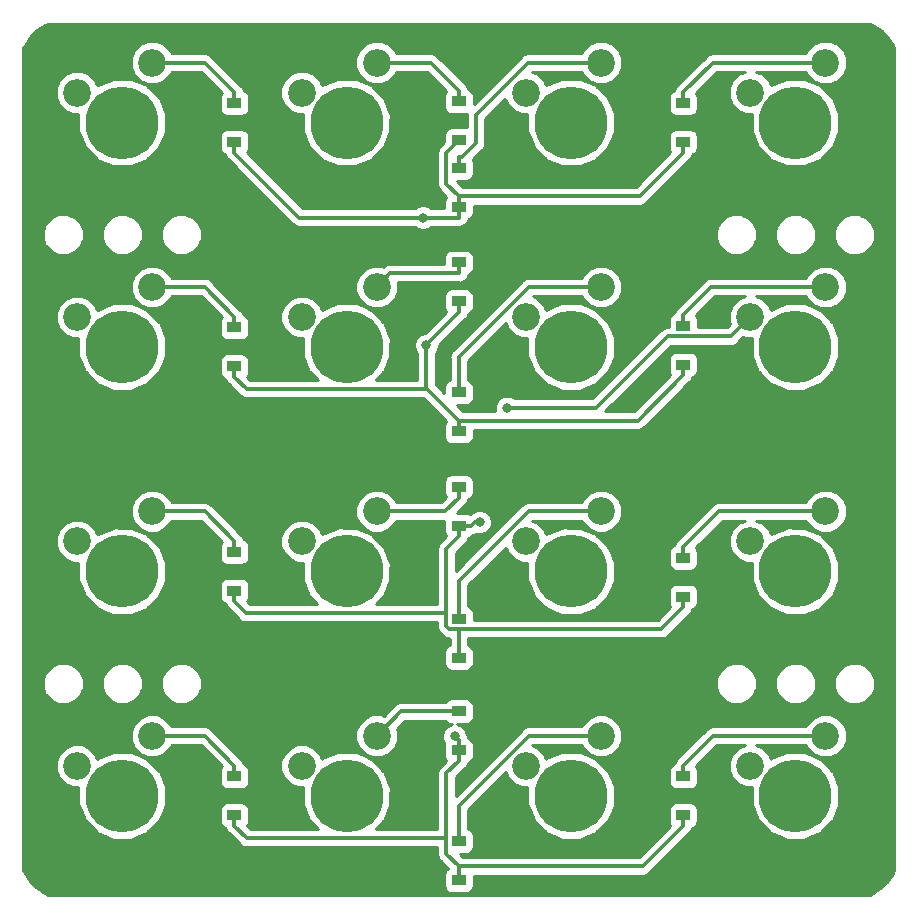
<source format=gbr>
G04 #@! TF.GenerationSoftware,KiCad,Pcbnew,(5.0.0)*
G04 #@! TF.CreationDate,2018-11-06T14:45:03+09:00*
G04 #@! TF.ProjectId,handheld_machine,68616E6468656C645F6D616368696E65,rev?*
G04 #@! TF.SameCoordinates,Original*
G04 #@! TF.FileFunction,Copper,L1,Top,Signal*
G04 #@! TF.FilePolarity,Positive*
%FSLAX46Y46*%
G04 Gerber Fmt 4.6, Leading zero omitted, Abs format (unit mm)*
G04 Created by KiCad (PCBNEW (5.0.0)) date 11/06/18 14:45:03*
%MOMM*%
%LPD*%
G01*
G04 APERTURE LIST*
G04 #@! TA.AperFunction,SMDPad,CuDef*
%ADD10R,1.200000X0.900000*%
G04 #@! TD*
G04 #@! TA.AperFunction,ComponentPad*
%ADD11C,6.150000*%
G04 #@! TD*
G04 #@! TA.AperFunction,ComponentPad*
%ADD12C,2.350000*%
G04 #@! TD*
G04 #@! TA.AperFunction,ViaPad*
%ADD13C,0.800000*%
G04 #@! TD*
G04 #@! TA.AperFunction,Conductor*
%ADD14C,0.300000*%
G04 #@! TD*
G04 #@! TA.AperFunction,NonConductor*
%ADD15C,0.254000*%
G04 #@! TD*
G04 APERTURE END LIST*
D10*
G04 #@! TO.P,D1,2*
G04 #@! TO.N,Net-(D1-Pad2)*
X119000000Y-81850000D03*
G04 #@! TO.P,D1,1*
G04 #@! TO.N,row1*
X119000000Y-85150000D03*
G04 #@! TD*
G04 #@! TO.P,D2,2*
G04 #@! TO.N,Net-(D2-Pad2)*
X138000000Y-81700000D03*
G04 #@! TO.P,D2,1*
G04 #@! TO.N,row1*
X138000000Y-85000000D03*
G04 #@! TD*
G04 #@! TO.P,D3,1*
G04 #@! TO.N,row1*
X138000000Y-90650000D03*
G04 #@! TO.P,D3,2*
G04 #@! TO.N,Net-(D3-Pad2)*
X138000000Y-87350000D03*
G04 #@! TD*
G04 #@! TO.P,D4,2*
G04 #@! TO.N,Net-(D4-Pad2)*
X157000000Y-81850000D03*
G04 #@! TO.P,D4,1*
G04 #@! TO.N,row1*
X157000000Y-85150000D03*
G04 #@! TD*
G04 #@! TO.P,D5,1*
G04 #@! TO.N,row2*
X119000000Y-104150000D03*
G04 #@! TO.P,D5,2*
G04 #@! TO.N,Net-(D5-Pad2)*
X119000000Y-100850000D03*
G04 #@! TD*
G04 #@! TO.P,D6,2*
G04 #@! TO.N,Net-(D6-Pad2)*
X138000000Y-95350000D03*
G04 #@! TO.P,D6,1*
G04 #@! TO.N,row2*
X138000000Y-98650000D03*
G04 #@! TD*
G04 #@! TO.P,D7,1*
G04 #@! TO.N,row2*
X138000000Y-109650000D03*
G04 #@! TO.P,D7,2*
G04 #@! TO.N,Net-(D7-Pad2)*
X138000000Y-106350000D03*
G04 #@! TD*
G04 #@! TO.P,D8,2*
G04 #@! TO.N,Net-(D8-Pad2)*
X157000000Y-100700000D03*
G04 #@! TO.P,D8,1*
G04 #@! TO.N,row2*
X157000000Y-104000000D03*
G04 #@! TD*
G04 #@! TO.P,D9,1*
G04 #@! TO.N,row3*
X119000000Y-123150000D03*
G04 #@! TO.P,D9,2*
G04 #@! TO.N,Net-(D9-Pad2)*
X119000000Y-119850000D03*
G04 #@! TD*
G04 #@! TO.P,D10,2*
G04 #@! TO.N,Net-(D10-Pad2)*
X138000000Y-114350000D03*
G04 #@! TO.P,D10,1*
G04 #@! TO.N,row3*
X138000000Y-117650000D03*
G04 #@! TD*
G04 #@! TO.P,D11,1*
G04 #@! TO.N,row3*
X138000000Y-128800000D03*
G04 #@! TO.P,D11,2*
G04 #@! TO.N,Net-(D11-Pad2)*
X138000000Y-125500000D03*
G04 #@! TD*
G04 #@! TO.P,D12,1*
G04 #@! TO.N,row3*
X157000000Y-123650000D03*
G04 #@! TO.P,D12,2*
G04 #@! TO.N,Net-(D12-Pad2)*
X157000000Y-120350000D03*
G04 #@! TD*
G04 #@! TO.P,D13,1*
G04 #@! TO.N,row4*
X119000000Y-142150000D03*
G04 #@! TO.P,D13,2*
G04 #@! TO.N,Net-(D13-Pad2)*
X119000000Y-138850000D03*
G04 #@! TD*
G04 #@! TO.P,D14,1*
G04 #@! TO.N,row4*
X138000000Y-136650000D03*
G04 #@! TO.P,D14,2*
G04 #@! TO.N,Net-(D14-Pad2)*
X138000000Y-133350000D03*
G04 #@! TD*
G04 #@! TO.P,D15,2*
G04 #@! TO.N,Net-(D15-Pad2)*
X138000000Y-144350000D03*
G04 #@! TO.P,D15,1*
G04 #@! TO.N,row4*
X138000000Y-147650000D03*
G04 #@! TD*
G04 #@! TO.P,D16,2*
G04 #@! TO.N,Net-(D16-Pad2)*
X157000000Y-138850000D03*
G04 #@! TO.P,D16,1*
G04 #@! TO.N,row4*
X157000000Y-142150000D03*
G04 #@! TD*
D11*
G04 #@! TO.P,SW1,5*
G04 #@! TO.N,N/C*
X109500000Y-83500000D03*
D12*
G04 #@! TO.P,SW1,2*
G04 #@! TO.N,Net-(D1-Pad2)*
X112040000Y-78420000D03*
G04 #@! TO.P,SW1,1*
G04 #@! TO.N,col1*
X105690000Y-80960000D03*
G04 #@! TD*
G04 #@! TO.P,SW2,1*
G04 #@! TO.N,col2*
X124690000Y-80960000D03*
G04 #@! TO.P,SW2,2*
G04 #@! TO.N,Net-(D2-Pad2)*
X131040000Y-78420000D03*
D11*
G04 #@! TO.P,SW2,5*
G04 #@! TO.N,N/C*
X128500000Y-83500000D03*
G04 #@! TD*
G04 #@! TO.P,SW3,5*
G04 #@! TO.N,N/C*
X147500000Y-83500000D03*
D12*
G04 #@! TO.P,SW3,2*
G04 #@! TO.N,Net-(D3-Pad2)*
X150040000Y-78420000D03*
G04 #@! TO.P,SW3,1*
G04 #@! TO.N,col3*
X143690000Y-80960000D03*
G04 #@! TD*
D11*
G04 #@! TO.P,SW4,5*
G04 #@! TO.N,N/C*
X166500000Y-83500000D03*
D12*
G04 #@! TO.P,SW4,2*
G04 #@! TO.N,Net-(D4-Pad2)*
X169040000Y-78420000D03*
G04 #@! TO.P,SW4,1*
G04 #@! TO.N,col4*
X162690000Y-80960000D03*
G04 #@! TD*
G04 #@! TO.P,SW5,1*
G04 #@! TO.N,col1*
X105690000Y-99960000D03*
G04 #@! TO.P,SW5,2*
G04 #@! TO.N,Net-(D5-Pad2)*
X112040000Y-97420000D03*
D11*
G04 #@! TO.P,SW5,5*
G04 #@! TO.N,N/C*
X109500000Y-102500000D03*
G04 #@! TD*
D12*
G04 #@! TO.P,SW6,1*
G04 #@! TO.N,col2*
X124690000Y-99960000D03*
G04 #@! TO.P,SW6,2*
G04 #@! TO.N,Net-(D6-Pad2)*
X131040000Y-97420000D03*
D11*
G04 #@! TO.P,SW6,5*
G04 #@! TO.N,N/C*
X128500000Y-102500000D03*
G04 #@! TD*
G04 #@! TO.P,SW7,5*
G04 #@! TO.N,N/C*
X147500000Y-102500000D03*
D12*
G04 #@! TO.P,SW7,2*
G04 #@! TO.N,Net-(D7-Pad2)*
X150040000Y-97420000D03*
G04 #@! TO.P,SW7,1*
G04 #@! TO.N,col3*
X143690000Y-99960000D03*
G04 #@! TD*
D11*
G04 #@! TO.P,SW8,5*
G04 #@! TO.N,N/C*
X166500000Y-102500000D03*
D12*
G04 #@! TO.P,SW8,2*
G04 #@! TO.N,Net-(D8-Pad2)*
X169040000Y-97420000D03*
G04 #@! TO.P,SW8,1*
G04 #@! TO.N,col4*
X162690000Y-99960000D03*
G04 #@! TD*
G04 #@! TO.P,SW9,1*
G04 #@! TO.N,col1*
X105690000Y-118960000D03*
G04 #@! TO.P,SW9,2*
G04 #@! TO.N,Net-(D9-Pad2)*
X112040000Y-116420000D03*
D11*
G04 #@! TO.P,SW9,5*
G04 #@! TO.N,N/C*
X109500000Y-121500000D03*
G04 #@! TD*
D12*
G04 #@! TO.P,SW10,1*
G04 #@! TO.N,col2*
X124690000Y-118960000D03*
G04 #@! TO.P,SW10,2*
G04 #@! TO.N,Net-(D10-Pad2)*
X131040000Y-116420000D03*
D11*
G04 #@! TO.P,SW10,5*
G04 #@! TO.N,N/C*
X128500000Y-121500000D03*
G04 #@! TD*
G04 #@! TO.P,SW11,5*
G04 #@! TO.N,N/C*
X147500000Y-121500000D03*
D12*
G04 #@! TO.P,SW11,2*
G04 #@! TO.N,Net-(D11-Pad2)*
X150040000Y-116420000D03*
G04 #@! TO.P,SW11,1*
G04 #@! TO.N,col3*
X143690000Y-118960000D03*
G04 #@! TD*
G04 #@! TO.P,SW12,1*
G04 #@! TO.N,col4*
X162690000Y-118960000D03*
G04 #@! TO.P,SW12,2*
G04 #@! TO.N,Net-(D12-Pad2)*
X169040000Y-116420000D03*
D11*
G04 #@! TO.P,SW12,5*
G04 #@! TO.N,N/C*
X166500000Y-121500000D03*
G04 #@! TD*
G04 #@! TO.P,SW13,5*
G04 #@! TO.N,N/C*
X109500000Y-140500000D03*
D12*
G04 #@! TO.P,SW13,2*
G04 #@! TO.N,Net-(D13-Pad2)*
X112040000Y-135420000D03*
G04 #@! TO.P,SW13,1*
G04 #@! TO.N,col1*
X105690000Y-137960000D03*
G04 #@! TD*
G04 #@! TO.P,SW14,1*
G04 #@! TO.N,col2*
X124690000Y-137960000D03*
G04 #@! TO.P,SW14,2*
G04 #@! TO.N,Net-(D14-Pad2)*
X131040000Y-135420000D03*
D11*
G04 #@! TO.P,SW14,5*
G04 #@! TO.N,N/C*
X128500000Y-140500000D03*
G04 #@! TD*
G04 #@! TO.P,SW15,5*
G04 #@! TO.N,N/C*
X147500000Y-140500000D03*
D12*
G04 #@! TO.P,SW15,2*
G04 #@! TO.N,Net-(D15-Pad2)*
X150040000Y-135420000D03*
G04 #@! TO.P,SW15,1*
G04 #@! TO.N,col3*
X143690000Y-137960000D03*
G04 #@! TD*
G04 #@! TO.P,SW16,1*
G04 #@! TO.N,col4*
X162690000Y-137960000D03*
G04 #@! TO.P,SW16,2*
G04 #@! TO.N,Net-(D16-Pad2)*
X169040000Y-135420000D03*
D11*
G04 #@! TO.P,SW16,5*
G04 #@! TO.N,N/C*
X166500000Y-140500000D03*
G04 #@! TD*
D13*
G04 #@! TO.N,row1*
X134959400Y-91550300D03*
G04 #@! TO.N,row2*
X135248600Y-102339800D03*
G04 #@! TO.N,row3*
X139781700Y-117331700D03*
G04 #@! TO.N,row4*
X137646900Y-135476900D03*
G04 #@! TO.N,col4*
X142076800Y-107648500D03*
G04 #@! TD*
D14*
G04 #@! TO.N,Net-(D1-Pad2)*
X119000000Y-81850000D02*
X119000000Y-80949700D01*
X112040000Y-78420000D02*
X116470300Y-78420000D01*
X116470300Y-78420000D02*
X119000000Y-80949700D01*
G04 #@! TO.N,row1*
X138000000Y-90650000D02*
X138000000Y-91550300D01*
X134959400Y-91550300D02*
X138000000Y-91550300D01*
X119000000Y-86050300D02*
X124500000Y-91550300D01*
X124500000Y-91550300D02*
X134959400Y-91550300D01*
X119000000Y-85150000D02*
X119000000Y-86050300D01*
X138000000Y-89749700D02*
X136936100Y-88685800D01*
X136936100Y-88685800D02*
X136936100Y-86063900D01*
X136936100Y-86063900D02*
X138000000Y-85000000D01*
X157000000Y-86050300D02*
X153300600Y-89749700D01*
X153300600Y-89749700D02*
X138000000Y-89749700D01*
X157000000Y-85150000D02*
X157000000Y-86050300D01*
X138000000Y-90650000D02*
X138000000Y-89749700D01*
G04 #@! TO.N,Net-(D2-Pad2)*
X138000000Y-81700000D02*
X138000000Y-80799700D01*
X131040000Y-78420000D02*
X135620300Y-78420000D01*
X135620300Y-78420000D02*
X138000000Y-80799700D01*
G04 #@! TO.N,Net-(D3-Pad2)*
X138000000Y-87350000D02*
X138000000Y-86449700D01*
X150040000Y-78420000D02*
X143887400Y-78420000D01*
X143887400Y-78420000D02*
X139449600Y-82857800D01*
X139449600Y-82857800D02*
X139449600Y-85253300D01*
X139449600Y-85253300D02*
X138253200Y-86449700D01*
X138253200Y-86449700D02*
X138000000Y-86449700D01*
G04 #@! TO.N,Net-(D4-Pad2)*
X157000000Y-81850000D02*
X157000000Y-80949700D01*
X169040000Y-78420000D02*
X159529700Y-78420000D01*
X159529700Y-78420000D02*
X157000000Y-80949700D01*
G04 #@! TO.N,row2*
X138000000Y-108749700D02*
X153150600Y-108749700D01*
X153150600Y-108749700D02*
X157000000Y-104900300D01*
X119000000Y-104150000D02*
X119000000Y-105050300D01*
X135251100Y-106000800D02*
X135176100Y-106075800D01*
X135176100Y-106075800D02*
X120025500Y-106075800D01*
X120025500Y-106075800D02*
X119000000Y-105050300D01*
X135251100Y-102339800D02*
X135251100Y-106000800D01*
X135251100Y-106000800D02*
X138000000Y-108749700D01*
X135251100Y-102339800D02*
X135248600Y-102339800D01*
X138000000Y-99550300D02*
X135251100Y-102299200D01*
X135251100Y-102299200D02*
X135251100Y-102339800D01*
X138000000Y-98650000D02*
X138000000Y-99550300D01*
X157000000Y-104000000D02*
X157000000Y-104900300D01*
X138000000Y-109650000D02*
X138000000Y-108749700D01*
G04 #@! TO.N,Net-(D5-Pad2)*
X119000000Y-100850000D02*
X119000000Y-99949700D01*
X112040000Y-97420000D02*
X116470300Y-97420000D01*
X116470300Y-97420000D02*
X119000000Y-99949700D01*
G04 #@! TO.N,Net-(D6-Pad2)*
X138000000Y-96250300D02*
X132209700Y-96250300D01*
X132209700Y-96250300D02*
X131040000Y-97420000D01*
X138000000Y-95350000D02*
X138000000Y-96250300D01*
G04 #@! TO.N,Net-(D7-Pad2)*
X150040000Y-97420000D02*
X143930800Y-97420000D01*
X143930800Y-97420000D02*
X138000000Y-103350800D01*
X138000000Y-103350800D02*
X138000000Y-106350000D01*
G04 #@! TO.N,Net-(D8-Pad2)*
X157000000Y-100700000D02*
X157000000Y-99799700D01*
X169040000Y-97420000D02*
X159379700Y-97420000D01*
X159379700Y-97420000D02*
X157000000Y-99799700D01*
G04 #@! TO.N,row3*
X138000000Y-117650000D02*
X139050300Y-117650000D01*
X139781700Y-117331700D02*
X139368600Y-117331700D01*
X139368600Y-117331700D02*
X139050300Y-117650000D01*
X138000000Y-117650000D02*
X138000000Y-118550300D01*
X136941000Y-125030400D02*
X119980100Y-125030400D01*
X119980100Y-125030400D02*
X119000000Y-124050300D01*
X138000000Y-126400400D02*
X137205700Y-126400400D01*
X137205700Y-126400400D02*
X136941000Y-126135700D01*
X136941000Y-126135700D02*
X136941000Y-125030400D01*
X136941000Y-125030400D02*
X136941000Y-119609300D01*
X136941000Y-119609300D02*
X138000000Y-118550300D01*
X157000000Y-123650000D02*
X157000000Y-124550300D01*
X157000000Y-124550300D02*
X155149900Y-126400400D01*
X155149900Y-126400400D02*
X138000000Y-126400400D01*
X138000000Y-126400400D02*
X138000000Y-127899700D01*
X138000000Y-128800000D02*
X138000000Y-127899700D01*
X119000000Y-123150000D02*
X119000000Y-124050300D01*
G04 #@! TO.N,Net-(D9-Pad2)*
X119000000Y-119850000D02*
X119000000Y-118949700D01*
X112040000Y-116420000D02*
X116470300Y-116420000D01*
X116470300Y-116420000D02*
X119000000Y-118949700D01*
G04 #@! TO.N,Net-(D10-Pad2)*
X138000000Y-114350000D02*
X138000000Y-115250300D01*
X131040000Y-116420000D02*
X136830300Y-116420000D01*
X136830300Y-116420000D02*
X138000000Y-115250300D01*
G04 #@! TO.N,Net-(D11-Pad2)*
X150040000Y-116420000D02*
X143903400Y-116420000D01*
X143903400Y-116420000D02*
X138000000Y-122323400D01*
X138000000Y-122323400D02*
X138000000Y-125500000D01*
G04 #@! TO.N,Net-(D12-Pad2)*
X157000000Y-120350000D02*
X157000000Y-119449700D01*
X169040000Y-116420000D02*
X160029700Y-116420000D01*
X160029700Y-116420000D02*
X157000000Y-119449700D01*
G04 #@! TO.N,row4*
X138000000Y-136650000D02*
X138000000Y-135749700D01*
X137646900Y-135476900D02*
X137919700Y-135749700D01*
X137919700Y-135749700D02*
X138000000Y-135749700D01*
X138000000Y-146487300D02*
X153563000Y-146487300D01*
X153563000Y-146487300D02*
X157000000Y-143050300D01*
X136945500Y-144088100D02*
X136945500Y-145432800D01*
X136945500Y-145432800D02*
X138000000Y-146487300D01*
X138000000Y-146487300D02*
X138000000Y-146749700D01*
X157000000Y-142150000D02*
X157000000Y-143050300D01*
X138000000Y-137100100D02*
X138000000Y-136650000D01*
X138000000Y-137100100D02*
X138000000Y-137550300D01*
X138000000Y-137550300D02*
X136945500Y-138604800D01*
X136945500Y-138604800D02*
X136945500Y-144088100D01*
X119000000Y-143050300D02*
X120037800Y-144088100D01*
X120037800Y-144088100D02*
X136945500Y-144088100D01*
X119000000Y-142150000D02*
X119000000Y-143050300D01*
X138000000Y-147650000D02*
X138000000Y-146749700D01*
G04 #@! TO.N,Net-(D13-Pad2)*
X119000000Y-138850000D02*
X119000000Y-137949700D01*
X112040000Y-135420000D02*
X116470300Y-135420000D01*
X116470300Y-135420000D02*
X119000000Y-137949700D01*
G04 #@! TO.N,Net-(D14-Pad2)*
X131040000Y-135420000D02*
X133110000Y-133350000D01*
X133110000Y-133350000D02*
X138000000Y-133350000D01*
G04 #@! TO.N,Net-(D15-Pad2)*
X150040000Y-135420000D02*
X143930300Y-135420000D01*
X143930300Y-135420000D02*
X138000000Y-141350300D01*
X138000000Y-141350300D02*
X138000000Y-144350000D01*
G04 #@! TO.N,Net-(D16-Pad2)*
X157000000Y-138850000D02*
X157000000Y-137949700D01*
X169040000Y-135420000D02*
X159529700Y-135420000D01*
X159529700Y-135420000D02*
X157000000Y-137949700D01*
G04 #@! TO.N,col4*
X162690000Y-99960000D02*
X161049600Y-101600400D01*
X161049600Y-101600400D02*
X155666000Y-101600400D01*
X155666000Y-101600400D02*
X149617900Y-107648500D01*
X149617900Y-107648500D02*
X142076800Y-107648500D01*
G04 #@! TD*
D15*
G36*
X173182351Y-75309846D02*
X173801331Y-75754628D01*
X174331761Y-76301988D01*
X174756884Y-76934639D01*
X174873000Y-77199158D01*
X174873000Y-146799006D01*
X174690152Y-147182355D01*
X174245374Y-147801328D01*
X173698012Y-148331761D01*
X173065362Y-148756883D01*
X172800841Y-148873000D01*
X103200994Y-148873000D01*
X102817645Y-148690152D01*
X102198672Y-148245374D01*
X101668239Y-147698012D01*
X101243117Y-147065362D01*
X101127000Y-146800841D01*
X101127000Y-137599969D01*
X103880000Y-137599969D01*
X103880000Y-138320031D01*
X104155556Y-138985283D01*
X104664717Y-139494444D01*
X105329969Y-139770000D01*
X105790000Y-139770000D01*
X105790000Y-140489526D01*
X105785862Y-141216845D01*
X105790000Y-141226998D01*
X105790000Y-141237965D01*
X106068388Y-141910052D01*
X106342908Y-142583617D01*
X106354693Y-142601254D01*
X106354814Y-142601546D01*
X106355037Y-142601769D01*
X106366822Y-142619406D01*
X106388420Y-142635152D01*
X107364848Y-143611580D01*
X107380594Y-143633178D01*
X107390699Y-143637431D01*
X107398454Y-143645186D01*
X108070593Y-143923595D01*
X108740940Y-144205741D01*
X108751903Y-144205803D01*
X108762035Y-144210000D01*
X109489526Y-144210000D01*
X110216845Y-144214138D01*
X110226998Y-144210000D01*
X110237965Y-144210000D01*
X110910052Y-143931612D01*
X111583617Y-143657092D01*
X111601254Y-143645307D01*
X111601546Y-143645186D01*
X111601769Y-143644963D01*
X111619406Y-143633178D01*
X111635152Y-143611580D01*
X112611580Y-142635152D01*
X112633178Y-142619406D01*
X112637431Y-142609301D01*
X112645186Y-142601546D01*
X112923595Y-141929407D01*
X113020151Y-141700000D01*
X117752560Y-141700000D01*
X117752560Y-142600000D01*
X117801843Y-142847765D01*
X117942191Y-143057809D01*
X118152235Y-143198157D01*
X118232196Y-143214062D01*
X118260546Y-143356591D01*
X118390251Y-143550708D01*
X118390254Y-143550711D01*
X118434048Y-143616253D01*
X118499590Y-143660047D01*
X119428053Y-144588511D01*
X119471847Y-144654053D01*
X119537389Y-144697847D01*
X119537391Y-144697849D01*
X119577822Y-144724864D01*
X119731508Y-144827554D01*
X119960484Y-144873100D01*
X119960488Y-144873100D01*
X120037800Y-144888478D01*
X120115112Y-144873100D01*
X136160501Y-144873100D01*
X136160501Y-145355484D01*
X136145122Y-145432800D01*
X136206046Y-145739091D01*
X136335751Y-145933208D01*
X136335754Y-145933211D01*
X136379548Y-145998753D01*
X136445090Y-146042547D01*
X137063606Y-146661064D01*
X136942191Y-146742191D01*
X136801843Y-146952235D01*
X136752560Y-147200000D01*
X136752560Y-148100000D01*
X136801843Y-148347765D01*
X136942191Y-148557809D01*
X137152235Y-148698157D01*
X137400000Y-148747440D01*
X138600000Y-148747440D01*
X138847765Y-148698157D01*
X139057809Y-148557809D01*
X139198157Y-148347765D01*
X139247440Y-148100000D01*
X139247440Y-147272300D01*
X153485688Y-147272300D01*
X153563000Y-147287678D01*
X153640312Y-147272300D01*
X153640316Y-147272300D01*
X153869292Y-147226754D01*
X154128953Y-147053253D01*
X154172749Y-146987708D01*
X157500411Y-143660047D01*
X157565953Y-143616253D01*
X157609747Y-143550711D01*
X157609749Y-143550709D01*
X157739454Y-143356592D01*
X157760147Y-143252560D01*
X157767805Y-143214062D01*
X157847765Y-143198157D01*
X158057809Y-143057809D01*
X158198157Y-142847765D01*
X158247440Y-142600000D01*
X158247440Y-141700000D01*
X158198157Y-141452235D01*
X158057809Y-141242191D01*
X157847765Y-141101843D01*
X157600000Y-141052560D01*
X156400000Y-141052560D01*
X156152235Y-141101843D01*
X155942191Y-141242191D01*
X155801843Y-141452235D01*
X155752560Y-141700000D01*
X155752560Y-142600000D01*
X155801843Y-142847765D01*
X155918215Y-143021927D01*
X153237843Y-145702300D01*
X138325158Y-145702300D01*
X138070298Y-145447440D01*
X138600000Y-145447440D01*
X138847765Y-145398157D01*
X139057809Y-145257809D01*
X139198157Y-145047765D01*
X139247440Y-144800000D01*
X139247440Y-143900000D01*
X139198157Y-143652235D01*
X139057809Y-143442191D01*
X138847765Y-143301843D01*
X138785000Y-143289358D01*
X138785000Y-141675457D01*
X141956277Y-138504180D01*
X142155556Y-138985283D01*
X142664717Y-139494444D01*
X143329969Y-139770000D01*
X143790000Y-139770000D01*
X143790000Y-140489526D01*
X143785862Y-141216845D01*
X143790000Y-141226998D01*
X143790000Y-141237965D01*
X144068388Y-141910052D01*
X144342908Y-142583617D01*
X144354693Y-142601254D01*
X144354814Y-142601546D01*
X144355037Y-142601769D01*
X144366822Y-142619406D01*
X144388420Y-142635152D01*
X145364848Y-143611580D01*
X145380594Y-143633178D01*
X145390699Y-143637431D01*
X145398454Y-143645186D01*
X146070593Y-143923595D01*
X146740940Y-144205741D01*
X146751903Y-144205803D01*
X146762035Y-144210000D01*
X147489526Y-144210000D01*
X148216845Y-144214138D01*
X148226998Y-144210000D01*
X148237965Y-144210000D01*
X148910052Y-143931612D01*
X149583617Y-143657092D01*
X149601254Y-143645307D01*
X149601546Y-143645186D01*
X149601769Y-143644963D01*
X149619406Y-143633178D01*
X149635152Y-143611580D01*
X150611580Y-142635152D01*
X150633178Y-142619406D01*
X150637431Y-142609301D01*
X150645186Y-142601546D01*
X150923595Y-141929407D01*
X151205741Y-141259060D01*
X151205803Y-141248097D01*
X151210000Y-141237965D01*
X151210000Y-140510474D01*
X151214138Y-139783155D01*
X151210000Y-139773002D01*
X151210000Y-139762035D01*
X150931612Y-139089948D01*
X150657092Y-138416383D01*
X150646145Y-138400000D01*
X155752560Y-138400000D01*
X155752560Y-139300000D01*
X155801843Y-139547765D01*
X155942191Y-139757809D01*
X156152235Y-139898157D01*
X156400000Y-139947440D01*
X157600000Y-139947440D01*
X157847765Y-139898157D01*
X158057809Y-139757809D01*
X158198157Y-139547765D01*
X158247440Y-139300000D01*
X158247440Y-138400000D01*
X158198157Y-138152235D01*
X158081785Y-137978073D01*
X159854858Y-136205000D01*
X162197187Y-136205000D01*
X161664717Y-136425556D01*
X161155556Y-136934717D01*
X160880000Y-137599969D01*
X160880000Y-138320031D01*
X161155556Y-138985283D01*
X161664717Y-139494444D01*
X162329969Y-139770000D01*
X162790000Y-139770000D01*
X162790000Y-140489526D01*
X162785862Y-141216845D01*
X162790000Y-141226998D01*
X162790000Y-141237965D01*
X163068388Y-141910052D01*
X163342908Y-142583617D01*
X163354693Y-142601254D01*
X163354814Y-142601546D01*
X163355037Y-142601769D01*
X163366822Y-142619406D01*
X163388420Y-142635152D01*
X164364848Y-143611580D01*
X164380594Y-143633178D01*
X164390699Y-143637431D01*
X164398454Y-143645186D01*
X165070593Y-143923595D01*
X165740940Y-144205741D01*
X165751903Y-144205803D01*
X165762035Y-144210000D01*
X166489526Y-144210000D01*
X167216845Y-144214138D01*
X167226998Y-144210000D01*
X167237965Y-144210000D01*
X167910052Y-143931612D01*
X168583617Y-143657092D01*
X168601254Y-143645307D01*
X168601546Y-143645186D01*
X168601769Y-143644963D01*
X168619406Y-143633178D01*
X168635152Y-143611580D01*
X169611580Y-142635152D01*
X169633178Y-142619406D01*
X169637431Y-142609301D01*
X169645186Y-142601546D01*
X169923595Y-141929407D01*
X170205741Y-141259060D01*
X170205803Y-141248097D01*
X170210000Y-141237965D01*
X170210000Y-140510474D01*
X170214138Y-139783155D01*
X170210000Y-139773002D01*
X170210000Y-139762035D01*
X169931612Y-139089948D01*
X169657092Y-138416383D01*
X169645307Y-138398746D01*
X169645186Y-138398454D01*
X169644963Y-138398231D01*
X169633178Y-138380594D01*
X169611580Y-138364848D01*
X168635152Y-137388420D01*
X168619406Y-137366822D01*
X168609301Y-137362569D01*
X168601546Y-137354814D01*
X167929407Y-137076405D01*
X167259060Y-136794259D01*
X167248097Y-136794197D01*
X167237965Y-136790000D01*
X166510474Y-136790000D01*
X165783155Y-136785862D01*
X165773002Y-136790000D01*
X165762035Y-136790000D01*
X165089948Y-137068388D01*
X164416383Y-137342908D01*
X164398746Y-137354693D01*
X164398454Y-137354814D01*
X164224444Y-136934717D01*
X163715283Y-136425556D01*
X163182813Y-136205000D01*
X167406028Y-136205000D01*
X167505556Y-136445283D01*
X168014717Y-136954444D01*
X168679969Y-137230000D01*
X169400031Y-137230000D01*
X170065283Y-136954444D01*
X170574444Y-136445283D01*
X170850000Y-135780031D01*
X170850000Y-135059969D01*
X170574444Y-134394717D01*
X170065283Y-133885556D01*
X169400031Y-133610000D01*
X168679969Y-133610000D01*
X168014717Y-133885556D01*
X167505556Y-134394717D01*
X167406028Y-134635000D01*
X159607011Y-134635000D01*
X159529699Y-134619622D01*
X159452387Y-134635000D01*
X159452384Y-134635000D01*
X159243638Y-134676522D01*
X159223408Y-134680546D01*
X159029291Y-134810251D01*
X159029289Y-134810253D01*
X158963747Y-134854047D01*
X158919953Y-134919589D01*
X156499590Y-137339953D01*
X156434048Y-137383747D01*
X156390254Y-137449289D01*
X156390251Y-137449292D01*
X156260546Y-137643409D01*
X156232196Y-137785938D01*
X156152235Y-137801843D01*
X155942191Y-137942191D01*
X155801843Y-138152235D01*
X155752560Y-138400000D01*
X150646145Y-138400000D01*
X150645307Y-138398746D01*
X150645186Y-138398454D01*
X150644963Y-138398231D01*
X150633178Y-138380594D01*
X150611580Y-138364848D01*
X149635152Y-137388420D01*
X149619406Y-137366822D01*
X149609301Y-137362569D01*
X149601546Y-137354814D01*
X148929407Y-137076405D01*
X148259060Y-136794259D01*
X148248097Y-136794197D01*
X148237965Y-136790000D01*
X147510474Y-136790000D01*
X146783155Y-136785862D01*
X146773002Y-136790000D01*
X146762035Y-136790000D01*
X146089948Y-137068388D01*
X145416383Y-137342908D01*
X145398746Y-137354693D01*
X145398454Y-137354814D01*
X145224444Y-136934717D01*
X144715283Y-136425556D01*
X144234180Y-136226277D01*
X144255457Y-136205000D01*
X148406028Y-136205000D01*
X148505556Y-136445283D01*
X149014717Y-136954444D01*
X149679969Y-137230000D01*
X150400031Y-137230000D01*
X151065283Y-136954444D01*
X151574444Y-136445283D01*
X151850000Y-135780031D01*
X151850000Y-135059969D01*
X151574444Y-134394717D01*
X151065283Y-133885556D01*
X150400031Y-133610000D01*
X149679969Y-133610000D01*
X149014717Y-133885556D01*
X148505556Y-134394717D01*
X148406028Y-134635000D01*
X144007612Y-134635000D01*
X143930300Y-134619622D01*
X143852988Y-134635000D01*
X143852984Y-134635000D01*
X143624008Y-134680546D01*
X143364347Y-134854047D01*
X143320551Y-134919592D01*
X137730500Y-140509643D01*
X137730500Y-138929957D01*
X138500411Y-138160047D01*
X138565953Y-138116253D01*
X138609747Y-138050711D01*
X138609749Y-138050709D01*
X138677241Y-137949700D01*
X138739454Y-137856592D01*
X138767805Y-137714062D01*
X138847765Y-137698157D01*
X139057809Y-137557809D01*
X139198157Y-137347765D01*
X139247440Y-137100000D01*
X139247440Y-136200000D01*
X139198157Y-135952235D01*
X139057809Y-135742191D01*
X138847765Y-135601843D01*
X138767805Y-135585938D01*
X138739454Y-135443408D01*
X138681900Y-135357273D01*
X138681900Y-135271026D01*
X138524331Y-134890620D01*
X138233180Y-134599469D01*
X137866149Y-134447440D01*
X138600000Y-134447440D01*
X138847765Y-134398157D01*
X139057809Y-134257809D01*
X139198157Y-134047765D01*
X139247440Y-133800000D01*
X139247440Y-132900000D01*
X139198157Y-132652235D01*
X139057809Y-132442191D01*
X138847765Y-132301843D01*
X138600000Y-132252560D01*
X137400000Y-132252560D01*
X137152235Y-132301843D01*
X136942191Y-132442191D01*
X136860132Y-132565000D01*
X133187311Y-132565000D01*
X133109999Y-132549622D01*
X133032687Y-132565000D01*
X133032684Y-132565000D01*
X132803708Y-132610546D01*
X132609591Y-132740251D01*
X132609589Y-132740253D01*
X132544047Y-132784047D01*
X132500253Y-132849589D01*
X131640314Y-133709528D01*
X131400031Y-133610000D01*
X130679969Y-133610000D01*
X130014717Y-133885556D01*
X129505556Y-134394717D01*
X129230000Y-135059969D01*
X129230000Y-135780031D01*
X129505556Y-136445283D01*
X130014717Y-136954444D01*
X130679969Y-137230000D01*
X131400031Y-137230000D01*
X132065283Y-136954444D01*
X132574444Y-136445283D01*
X132850000Y-135780031D01*
X132850000Y-135059969D01*
X132750472Y-134819686D01*
X133435158Y-134135000D01*
X136860132Y-134135000D01*
X136942191Y-134257809D01*
X137152235Y-134398157D01*
X137400000Y-134447440D01*
X137427651Y-134447440D01*
X137060620Y-134599469D01*
X136769469Y-134890620D01*
X136611900Y-135271026D01*
X136611900Y-135682774D01*
X136769469Y-136063180D01*
X136778065Y-136071776D01*
X136752560Y-136200000D01*
X136752560Y-137100000D01*
X136801843Y-137347765D01*
X136918215Y-137521927D01*
X136445092Y-137995051D01*
X136379547Y-138038847D01*
X136206046Y-138298509D01*
X136160500Y-138527485D01*
X136160500Y-138527488D01*
X136145122Y-138604800D01*
X136160500Y-138682112D01*
X136160501Y-143303100D01*
X130943632Y-143303100D01*
X131611580Y-142635152D01*
X131633178Y-142619406D01*
X131637431Y-142609301D01*
X131645186Y-142601546D01*
X131923595Y-141929407D01*
X132205741Y-141259060D01*
X132205803Y-141248097D01*
X132210000Y-141237965D01*
X132210000Y-140510474D01*
X132214138Y-139783155D01*
X132210000Y-139773002D01*
X132210000Y-139762035D01*
X131931612Y-139089948D01*
X131657092Y-138416383D01*
X131645307Y-138398746D01*
X131645186Y-138398454D01*
X131644963Y-138398231D01*
X131633178Y-138380594D01*
X131611580Y-138364848D01*
X130635152Y-137388420D01*
X130619406Y-137366822D01*
X130609301Y-137362569D01*
X130601546Y-137354814D01*
X129929407Y-137076405D01*
X129259060Y-136794259D01*
X129248097Y-136794197D01*
X129237965Y-136790000D01*
X128510474Y-136790000D01*
X127783155Y-136785862D01*
X127773002Y-136790000D01*
X127762035Y-136790000D01*
X127089948Y-137068388D01*
X126416383Y-137342908D01*
X126398746Y-137354693D01*
X126398454Y-137354814D01*
X126224444Y-136934717D01*
X125715283Y-136425556D01*
X125050031Y-136150000D01*
X124329969Y-136150000D01*
X123664717Y-136425556D01*
X123155556Y-136934717D01*
X122880000Y-137599969D01*
X122880000Y-138320031D01*
X123155556Y-138985283D01*
X123664717Y-139494444D01*
X124329969Y-139770000D01*
X124790000Y-139770000D01*
X124790000Y-140489526D01*
X124785862Y-141216845D01*
X124790000Y-141226998D01*
X124790000Y-141237965D01*
X125068388Y-141910052D01*
X125342908Y-142583617D01*
X125354693Y-142601254D01*
X125354814Y-142601546D01*
X125355037Y-142601769D01*
X125366822Y-142619406D01*
X125388420Y-142635152D01*
X126056368Y-143303100D01*
X120362958Y-143303100D01*
X120081785Y-143021927D01*
X120198157Y-142847765D01*
X120247440Y-142600000D01*
X120247440Y-141700000D01*
X120198157Y-141452235D01*
X120057809Y-141242191D01*
X119847765Y-141101843D01*
X119600000Y-141052560D01*
X118400000Y-141052560D01*
X118152235Y-141101843D01*
X117942191Y-141242191D01*
X117801843Y-141452235D01*
X117752560Y-141700000D01*
X113020151Y-141700000D01*
X113205741Y-141259060D01*
X113205803Y-141248097D01*
X113210000Y-141237965D01*
X113210000Y-140510474D01*
X113214138Y-139783155D01*
X113210000Y-139773002D01*
X113210000Y-139762035D01*
X112931612Y-139089948D01*
X112657092Y-138416383D01*
X112645307Y-138398746D01*
X112645186Y-138398454D01*
X112644963Y-138398231D01*
X112633178Y-138380594D01*
X112611580Y-138364848D01*
X111635152Y-137388420D01*
X111619406Y-137366822D01*
X111609301Y-137362569D01*
X111601546Y-137354814D01*
X110929407Y-137076405D01*
X110259060Y-136794259D01*
X110248097Y-136794197D01*
X110237965Y-136790000D01*
X109510474Y-136790000D01*
X108783155Y-136785862D01*
X108773002Y-136790000D01*
X108762035Y-136790000D01*
X108089948Y-137068388D01*
X107416383Y-137342908D01*
X107398746Y-137354693D01*
X107398454Y-137354814D01*
X107224444Y-136934717D01*
X106715283Y-136425556D01*
X106050031Y-136150000D01*
X105329969Y-136150000D01*
X104664717Y-136425556D01*
X104155556Y-136934717D01*
X103880000Y-137599969D01*
X101127000Y-137599969D01*
X101127000Y-135059969D01*
X110230000Y-135059969D01*
X110230000Y-135780031D01*
X110505556Y-136445283D01*
X111014717Y-136954444D01*
X111679969Y-137230000D01*
X112400031Y-137230000D01*
X113065283Y-136954444D01*
X113574444Y-136445283D01*
X113673972Y-136205000D01*
X116145143Y-136205000D01*
X117918215Y-137978073D01*
X117801843Y-138152235D01*
X117752560Y-138400000D01*
X117752560Y-139300000D01*
X117801843Y-139547765D01*
X117942191Y-139757809D01*
X118152235Y-139898157D01*
X118400000Y-139947440D01*
X119600000Y-139947440D01*
X119847765Y-139898157D01*
X120057809Y-139757809D01*
X120198157Y-139547765D01*
X120247440Y-139300000D01*
X120247440Y-138400000D01*
X120198157Y-138152235D01*
X120057809Y-137942191D01*
X119847765Y-137801843D01*
X119767805Y-137785938D01*
X119739454Y-137643408D01*
X119710429Y-137599969D01*
X119609749Y-137449291D01*
X119609747Y-137449289D01*
X119565953Y-137383747D01*
X119500411Y-137339953D01*
X117080049Y-134919592D01*
X117036253Y-134854047D01*
X116776592Y-134680546D01*
X116547616Y-134635000D01*
X116547612Y-134635000D01*
X116470300Y-134619622D01*
X116392988Y-134635000D01*
X113673972Y-134635000D01*
X113574444Y-134394717D01*
X113065283Y-133885556D01*
X112400031Y-133610000D01*
X111679969Y-133610000D01*
X111014717Y-133885556D01*
X110505556Y-134394717D01*
X110230000Y-135059969D01*
X101127000Y-135059969D01*
X101127000Y-130711593D01*
X102754677Y-130711593D01*
X102765000Y-131028284D01*
X102765000Y-131345113D01*
X102776210Y-131372176D01*
X102777164Y-131401453D01*
X102997901Y-131934359D01*
X103011293Y-131939716D01*
X103029138Y-131982799D01*
X103517201Y-132470862D01*
X103560284Y-132488707D01*
X103565641Y-132502099D01*
X103862171Y-132613753D01*
X104154887Y-132735000D01*
X104184177Y-132735000D01*
X104211593Y-132745323D01*
X104528284Y-132735000D01*
X104845113Y-132735000D01*
X104872176Y-132723790D01*
X104901453Y-132722836D01*
X105434359Y-132502099D01*
X105439716Y-132488707D01*
X105482799Y-132470862D01*
X105970862Y-131982799D01*
X105988707Y-131939716D01*
X106002099Y-131934359D01*
X106113753Y-131637829D01*
X106235000Y-131345113D01*
X106235000Y-131315823D01*
X106245323Y-131288407D01*
X106235000Y-130971716D01*
X106235000Y-130711593D01*
X107754677Y-130711593D01*
X107765000Y-131028284D01*
X107765000Y-131345113D01*
X107776210Y-131372176D01*
X107777164Y-131401453D01*
X107997901Y-131934359D01*
X108011293Y-131939716D01*
X108029138Y-131982799D01*
X108517201Y-132470862D01*
X108560284Y-132488707D01*
X108565641Y-132502099D01*
X108862171Y-132613753D01*
X109154887Y-132735000D01*
X109184177Y-132735000D01*
X109211593Y-132745323D01*
X109528284Y-132735000D01*
X109845113Y-132735000D01*
X109872176Y-132723790D01*
X109901453Y-132722836D01*
X110434359Y-132502099D01*
X110439716Y-132488707D01*
X110482799Y-132470862D01*
X110970862Y-131982799D01*
X110988707Y-131939716D01*
X111002099Y-131934359D01*
X111113753Y-131637829D01*
X111235000Y-131345113D01*
X111235000Y-131315823D01*
X111245323Y-131288407D01*
X111235000Y-130971716D01*
X111235000Y-130711593D01*
X112754677Y-130711593D01*
X112765000Y-131028284D01*
X112765000Y-131345113D01*
X112776210Y-131372176D01*
X112777164Y-131401453D01*
X112997901Y-131934359D01*
X113011293Y-131939716D01*
X113029138Y-131982799D01*
X113517201Y-132470862D01*
X113560284Y-132488707D01*
X113565641Y-132502099D01*
X113862171Y-132613753D01*
X114154887Y-132735000D01*
X114184177Y-132735000D01*
X114211593Y-132745323D01*
X114528284Y-132735000D01*
X114845113Y-132735000D01*
X114872176Y-132723790D01*
X114901453Y-132722836D01*
X115434359Y-132502099D01*
X115439716Y-132488707D01*
X115482799Y-132470862D01*
X115970862Y-131982799D01*
X115988707Y-131939716D01*
X116002099Y-131934359D01*
X116113753Y-131637829D01*
X116235000Y-131345113D01*
X116235000Y-131315823D01*
X116245323Y-131288407D01*
X116235000Y-130971716D01*
X116235000Y-130711593D01*
X159754677Y-130711593D01*
X159765000Y-131028284D01*
X159765000Y-131345113D01*
X159776210Y-131372176D01*
X159777164Y-131401453D01*
X159997901Y-131934359D01*
X160011293Y-131939716D01*
X160029138Y-131982799D01*
X160517201Y-132470862D01*
X160560284Y-132488707D01*
X160565641Y-132502099D01*
X160862171Y-132613753D01*
X161154887Y-132735000D01*
X161184177Y-132735000D01*
X161211593Y-132745323D01*
X161528284Y-132735000D01*
X161845113Y-132735000D01*
X161872176Y-132723790D01*
X161901453Y-132722836D01*
X162434359Y-132502099D01*
X162439716Y-132488707D01*
X162482799Y-132470862D01*
X162970862Y-131982799D01*
X162988707Y-131939716D01*
X163002099Y-131934359D01*
X163113753Y-131637829D01*
X163235000Y-131345113D01*
X163235000Y-131315823D01*
X163245323Y-131288407D01*
X163235000Y-130971716D01*
X163235000Y-130711593D01*
X164754677Y-130711593D01*
X164765000Y-131028284D01*
X164765000Y-131345113D01*
X164776210Y-131372176D01*
X164777164Y-131401453D01*
X164997901Y-131934359D01*
X165011293Y-131939716D01*
X165029138Y-131982799D01*
X165517201Y-132470862D01*
X165560284Y-132488707D01*
X165565641Y-132502099D01*
X165862171Y-132613753D01*
X166154887Y-132735000D01*
X166184177Y-132735000D01*
X166211593Y-132745323D01*
X166528284Y-132735000D01*
X166845113Y-132735000D01*
X166872176Y-132723790D01*
X166901453Y-132722836D01*
X167434359Y-132502099D01*
X167439716Y-132488707D01*
X167482799Y-132470862D01*
X167970862Y-131982799D01*
X167988707Y-131939716D01*
X168002099Y-131934359D01*
X168113753Y-131637829D01*
X168235000Y-131345113D01*
X168235000Y-131315823D01*
X168245323Y-131288407D01*
X168235000Y-130971716D01*
X168235000Y-130711593D01*
X169754677Y-130711593D01*
X169765000Y-131028284D01*
X169765000Y-131345113D01*
X169776210Y-131372176D01*
X169777164Y-131401453D01*
X169997901Y-131934359D01*
X170011293Y-131939716D01*
X170029138Y-131982799D01*
X170517201Y-132470862D01*
X170560284Y-132488707D01*
X170565641Y-132502099D01*
X170862171Y-132613753D01*
X171154887Y-132735000D01*
X171184177Y-132735000D01*
X171211593Y-132745323D01*
X171528284Y-132735000D01*
X171845113Y-132735000D01*
X171872176Y-132723790D01*
X171901453Y-132722836D01*
X172434359Y-132502099D01*
X172439716Y-132488707D01*
X172482799Y-132470862D01*
X172970862Y-131982799D01*
X172988707Y-131939716D01*
X173002099Y-131934359D01*
X173113753Y-131637829D01*
X173235000Y-131345113D01*
X173235000Y-131315823D01*
X173245323Y-131288407D01*
X173235000Y-130971716D01*
X173235000Y-130654887D01*
X173223790Y-130627824D01*
X173222836Y-130598547D01*
X173002099Y-130065641D01*
X172988707Y-130060284D01*
X172970862Y-130017201D01*
X172482799Y-129529138D01*
X172439716Y-129511293D01*
X172434359Y-129497901D01*
X172137829Y-129386247D01*
X171845113Y-129265000D01*
X171815823Y-129265000D01*
X171788407Y-129254677D01*
X171471716Y-129265000D01*
X171154887Y-129265000D01*
X171127824Y-129276210D01*
X171098547Y-129277164D01*
X170565641Y-129497901D01*
X170560284Y-129511293D01*
X170517201Y-129529138D01*
X170029138Y-130017201D01*
X170011293Y-130060284D01*
X169997901Y-130065641D01*
X169886247Y-130362171D01*
X169765000Y-130654887D01*
X169765000Y-130684177D01*
X169754677Y-130711593D01*
X168235000Y-130711593D01*
X168235000Y-130654887D01*
X168223790Y-130627824D01*
X168222836Y-130598547D01*
X168002099Y-130065641D01*
X167988707Y-130060284D01*
X167970862Y-130017201D01*
X167482799Y-129529138D01*
X167439716Y-129511293D01*
X167434359Y-129497901D01*
X167137829Y-129386247D01*
X166845113Y-129265000D01*
X166815823Y-129265000D01*
X166788407Y-129254677D01*
X166471716Y-129265000D01*
X166154887Y-129265000D01*
X166127824Y-129276210D01*
X166098547Y-129277164D01*
X165565641Y-129497901D01*
X165560284Y-129511293D01*
X165517201Y-129529138D01*
X165029138Y-130017201D01*
X165011293Y-130060284D01*
X164997901Y-130065641D01*
X164886247Y-130362171D01*
X164765000Y-130654887D01*
X164765000Y-130684177D01*
X164754677Y-130711593D01*
X163235000Y-130711593D01*
X163235000Y-130654887D01*
X163223790Y-130627824D01*
X163222836Y-130598547D01*
X163002099Y-130065641D01*
X162988707Y-130060284D01*
X162970862Y-130017201D01*
X162482799Y-129529138D01*
X162439716Y-129511293D01*
X162434359Y-129497901D01*
X162137829Y-129386247D01*
X161845113Y-129265000D01*
X161815823Y-129265000D01*
X161788407Y-129254677D01*
X161471716Y-129265000D01*
X161154887Y-129265000D01*
X161127824Y-129276210D01*
X161098547Y-129277164D01*
X160565641Y-129497901D01*
X160560284Y-129511293D01*
X160517201Y-129529138D01*
X160029138Y-130017201D01*
X160011293Y-130060284D01*
X159997901Y-130065641D01*
X159886247Y-130362171D01*
X159765000Y-130654887D01*
X159765000Y-130684177D01*
X159754677Y-130711593D01*
X116235000Y-130711593D01*
X116235000Y-130654887D01*
X116223790Y-130627824D01*
X116222836Y-130598547D01*
X116002099Y-130065641D01*
X115988707Y-130060284D01*
X115970862Y-130017201D01*
X115482799Y-129529138D01*
X115439716Y-129511293D01*
X115434359Y-129497901D01*
X115137829Y-129386247D01*
X114845113Y-129265000D01*
X114815823Y-129265000D01*
X114788407Y-129254677D01*
X114471716Y-129265000D01*
X114154887Y-129265000D01*
X114127824Y-129276210D01*
X114098547Y-129277164D01*
X113565641Y-129497901D01*
X113560284Y-129511293D01*
X113517201Y-129529138D01*
X113029138Y-130017201D01*
X113011293Y-130060284D01*
X112997901Y-130065641D01*
X112886247Y-130362171D01*
X112765000Y-130654887D01*
X112765000Y-130684177D01*
X112754677Y-130711593D01*
X111235000Y-130711593D01*
X111235000Y-130654887D01*
X111223790Y-130627824D01*
X111222836Y-130598547D01*
X111002099Y-130065641D01*
X110988707Y-130060284D01*
X110970862Y-130017201D01*
X110482799Y-129529138D01*
X110439716Y-129511293D01*
X110434359Y-129497901D01*
X110137829Y-129386247D01*
X109845113Y-129265000D01*
X109815823Y-129265000D01*
X109788407Y-129254677D01*
X109471716Y-129265000D01*
X109154887Y-129265000D01*
X109127824Y-129276210D01*
X109098547Y-129277164D01*
X108565641Y-129497901D01*
X108560284Y-129511293D01*
X108517201Y-129529138D01*
X108029138Y-130017201D01*
X108011293Y-130060284D01*
X107997901Y-130065641D01*
X107886247Y-130362171D01*
X107765000Y-130654887D01*
X107765000Y-130684177D01*
X107754677Y-130711593D01*
X106235000Y-130711593D01*
X106235000Y-130654887D01*
X106223790Y-130627824D01*
X106222836Y-130598547D01*
X106002099Y-130065641D01*
X105988707Y-130060284D01*
X105970862Y-130017201D01*
X105482799Y-129529138D01*
X105439716Y-129511293D01*
X105434359Y-129497901D01*
X105137829Y-129386247D01*
X104845113Y-129265000D01*
X104815823Y-129265000D01*
X104788407Y-129254677D01*
X104471716Y-129265000D01*
X104154887Y-129265000D01*
X104127824Y-129276210D01*
X104098547Y-129277164D01*
X103565641Y-129497901D01*
X103560284Y-129511293D01*
X103517201Y-129529138D01*
X103029138Y-130017201D01*
X103011293Y-130060284D01*
X102997901Y-130065641D01*
X102886247Y-130362171D01*
X102765000Y-130654887D01*
X102765000Y-130684177D01*
X102754677Y-130711593D01*
X101127000Y-130711593D01*
X101127000Y-118599969D01*
X103880000Y-118599969D01*
X103880000Y-119320031D01*
X104155556Y-119985283D01*
X104664717Y-120494444D01*
X105329969Y-120770000D01*
X105790000Y-120770000D01*
X105790000Y-121489526D01*
X105785862Y-122216845D01*
X105790000Y-122226998D01*
X105790000Y-122237965D01*
X106068388Y-122910052D01*
X106342908Y-123583617D01*
X106354693Y-123601254D01*
X106354814Y-123601546D01*
X106355037Y-123601769D01*
X106366822Y-123619406D01*
X106388420Y-123635152D01*
X107364848Y-124611580D01*
X107380594Y-124633178D01*
X107390699Y-124637431D01*
X107398454Y-124645186D01*
X108070593Y-124923595D01*
X108740940Y-125205741D01*
X108751903Y-125205803D01*
X108762035Y-125210000D01*
X109489526Y-125210000D01*
X110216845Y-125214138D01*
X110226998Y-125210000D01*
X110237965Y-125210000D01*
X110910052Y-124931612D01*
X111583617Y-124657092D01*
X111601254Y-124645307D01*
X111601546Y-124645186D01*
X111601769Y-124644963D01*
X111619406Y-124633178D01*
X111635152Y-124611580D01*
X112611580Y-123635152D01*
X112633178Y-123619406D01*
X112637431Y-123609301D01*
X112645186Y-123601546D01*
X112923595Y-122929407D01*
X113020151Y-122700000D01*
X117752560Y-122700000D01*
X117752560Y-123600000D01*
X117801843Y-123847765D01*
X117942191Y-124057809D01*
X118152235Y-124198157D01*
X118232196Y-124214062D01*
X118260546Y-124356591D01*
X118390251Y-124550708D01*
X118390254Y-124550711D01*
X118434048Y-124616253D01*
X118499590Y-124660047D01*
X119370351Y-125530808D01*
X119414147Y-125596353D01*
X119673808Y-125769854D01*
X119902784Y-125815400D01*
X119902788Y-125815400D01*
X119980100Y-125830778D01*
X120057412Y-125815400D01*
X136156000Y-125815400D01*
X136156000Y-126058388D01*
X136140622Y-126135700D01*
X136156000Y-126213012D01*
X136156000Y-126213015D01*
X136201546Y-126441991D01*
X136375047Y-126701653D01*
X136440592Y-126745449D01*
X136595951Y-126900808D01*
X136639747Y-126966353D01*
X136899408Y-127139854D01*
X137128384Y-127185400D01*
X137128388Y-127185400D01*
X137205699Y-127200778D01*
X137215001Y-127198928D01*
X137215001Y-127739358D01*
X137152235Y-127751843D01*
X136942191Y-127892191D01*
X136801843Y-128102235D01*
X136752560Y-128350000D01*
X136752560Y-129250000D01*
X136801843Y-129497765D01*
X136942191Y-129707809D01*
X137152235Y-129848157D01*
X137400000Y-129897440D01*
X138600000Y-129897440D01*
X138847765Y-129848157D01*
X139057809Y-129707809D01*
X139198157Y-129497765D01*
X139247440Y-129250000D01*
X139247440Y-128350000D01*
X139198157Y-128102235D01*
X139057809Y-127892191D01*
X138847765Y-127751843D01*
X138785000Y-127739358D01*
X138785000Y-127185400D01*
X155072588Y-127185400D01*
X155149900Y-127200778D01*
X155227212Y-127185400D01*
X155227216Y-127185400D01*
X155456192Y-127139854D01*
X155715853Y-126966353D01*
X155759649Y-126900808D01*
X157500408Y-125160049D01*
X157565953Y-125116253D01*
X157739454Y-124856592D01*
X157767805Y-124714062D01*
X157847765Y-124698157D01*
X158057809Y-124557809D01*
X158198157Y-124347765D01*
X158247440Y-124100000D01*
X158247440Y-123200000D01*
X158198157Y-122952235D01*
X158057809Y-122742191D01*
X157847765Y-122601843D01*
X157600000Y-122552560D01*
X156400000Y-122552560D01*
X156152235Y-122601843D01*
X155942191Y-122742191D01*
X155801843Y-122952235D01*
X155752560Y-123200000D01*
X155752560Y-124100000D01*
X155801843Y-124347765D01*
X155918216Y-124521927D01*
X154824743Y-125615400D01*
X139247440Y-125615400D01*
X139247440Y-125050000D01*
X139198157Y-124802235D01*
X139057809Y-124592191D01*
X138847765Y-124451843D01*
X138785000Y-124439358D01*
X138785000Y-122648557D01*
X141948398Y-119485159D01*
X142155556Y-119985283D01*
X142664717Y-120494444D01*
X143329969Y-120770000D01*
X143790000Y-120770000D01*
X143790000Y-121489526D01*
X143785862Y-122216845D01*
X143790000Y-122226998D01*
X143790000Y-122237965D01*
X144068388Y-122910052D01*
X144342908Y-123583617D01*
X144354693Y-123601254D01*
X144354814Y-123601546D01*
X144355037Y-123601769D01*
X144366822Y-123619406D01*
X144388420Y-123635152D01*
X145364848Y-124611580D01*
X145380594Y-124633178D01*
X145390699Y-124637431D01*
X145398454Y-124645186D01*
X146070593Y-124923595D01*
X146740940Y-125205741D01*
X146751903Y-125205803D01*
X146762035Y-125210000D01*
X147489526Y-125210000D01*
X148216845Y-125214138D01*
X148226998Y-125210000D01*
X148237965Y-125210000D01*
X148910052Y-124931612D01*
X149583617Y-124657092D01*
X149601254Y-124645307D01*
X149601546Y-124645186D01*
X149601769Y-124644963D01*
X149619406Y-124633178D01*
X149635152Y-124611580D01*
X150611580Y-123635152D01*
X150633178Y-123619406D01*
X150637431Y-123609301D01*
X150645186Y-123601546D01*
X150923595Y-122929407D01*
X151205741Y-122259060D01*
X151205803Y-122248097D01*
X151210000Y-122237965D01*
X151210000Y-121510474D01*
X151214138Y-120783155D01*
X151210000Y-120773002D01*
X151210000Y-120762035D01*
X150931612Y-120089948D01*
X150854197Y-119900000D01*
X155752560Y-119900000D01*
X155752560Y-120800000D01*
X155801843Y-121047765D01*
X155942191Y-121257809D01*
X156152235Y-121398157D01*
X156400000Y-121447440D01*
X157600000Y-121447440D01*
X157847765Y-121398157D01*
X158057809Y-121257809D01*
X158198157Y-121047765D01*
X158247440Y-120800000D01*
X158247440Y-119900000D01*
X158198157Y-119652235D01*
X158081785Y-119478073D01*
X160354858Y-117205000D01*
X162197187Y-117205000D01*
X161664717Y-117425556D01*
X161155556Y-117934717D01*
X160880000Y-118599969D01*
X160880000Y-119320031D01*
X161155556Y-119985283D01*
X161664717Y-120494444D01*
X162329969Y-120770000D01*
X162790000Y-120770000D01*
X162790000Y-121489526D01*
X162785862Y-122216845D01*
X162790000Y-122226998D01*
X162790000Y-122237965D01*
X163068388Y-122910052D01*
X163342908Y-123583617D01*
X163354693Y-123601254D01*
X163354814Y-123601546D01*
X163355037Y-123601769D01*
X163366822Y-123619406D01*
X163388420Y-123635152D01*
X164364848Y-124611580D01*
X164380594Y-124633178D01*
X164390699Y-124637431D01*
X164398454Y-124645186D01*
X165070593Y-124923595D01*
X165740940Y-125205741D01*
X165751903Y-125205803D01*
X165762035Y-125210000D01*
X166489526Y-125210000D01*
X167216845Y-125214138D01*
X167226998Y-125210000D01*
X167237965Y-125210000D01*
X167910052Y-124931612D01*
X168583617Y-124657092D01*
X168601254Y-124645307D01*
X168601546Y-124645186D01*
X168601769Y-124644963D01*
X168619406Y-124633178D01*
X168635152Y-124611580D01*
X169611580Y-123635152D01*
X169633178Y-123619406D01*
X169637431Y-123609301D01*
X169645186Y-123601546D01*
X169923595Y-122929407D01*
X170205741Y-122259060D01*
X170205803Y-122248097D01*
X170210000Y-122237965D01*
X170210000Y-121510474D01*
X170214138Y-120783155D01*
X170210000Y-120773002D01*
X170210000Y-120762035D01*
X169931612Y-120089948D01*
X169657092Y-119416383D01*
X169645307Y-119398746D01*
X169645186Y-119398454D01*
X169644963Y-119398231D01*
X169633178Y-119380594D01*
X169611580Y-119364848D01*
X168635152Y-118388420D01*
X168619406Y-118366822D01*
X168609301Y-118362569D01*
X168601546Y-118354814D01*
X167929407Y-118076405D01*
X167259060Y-117794259D01*
X167248097Y-117794197D01*
X167237965Y-117790000D01*
X166510474Y-117790000D01*
X165783155Y-117785862D01*
X165773002Y-117790000D01*
X165762035Y-117790000D01*
X165089948Y-118068388D01*
X164416383Y-118342908D01*
X164398746Y-118354693D01*
X164398454Y-118354814D01*
X164224444Y-117934717D01*
X163715283Y-117425556D01*
X163182813Y-117205000D01*
X167406028Y-117205000D01*
X167505556Y-117445283D01*
X168014717Y-117954444D01*
X168679969Y-118230000D01*
X169400031Y-118230000D01*
X170065283Y-117954444D01*
X170574444Y-117445283D01*
X170850000Y-116780031D01*
X170850000Y-116059969D01*
X170574444Y-115394717D01*
X170065283Y-114885556D01*
X169400031Y-114610000D01*
X168679969Y-114610000D01*
X168014717Y-114885556D01*
X167505556Y-115394717D01*
X167406028Y-115635000D01*
X160107012Y-115635000D01*
X160029700Y-115619622D01*
X159952388Y-115635000D01*
X159952384Y-115635000D01*
X159723408Y-115680546D01*
X159529291Y-115810251D01*
X159529289Y-115810253D01*
X159463747Y-115854047D01*
X159419953Y-115919589D01*
X156499590Y-118839953D01*
X156434048Y-118883747D01*
X156390254Y-118949289D01*
X156390251Y-118949292D01*
X156260546Y-119143409D01*
X156232196Y-119285938D01*
X156152235Y-119301843D01*
X155942191Y-119442191D01*
X155801843Y-119652235D01*
X155752560Y-119900000D01*
X150854197Y-119900000D01*
X150657092Y-119416383D01*
X150645307Y-119398746D01*
X150645186Y-119398454D01*
X150644963Y-119398231D01*
X150633178Y-119380594D01*
X150611580Y-119364848D01*
X149635152Y-118388420D01*
X149619406Y-118366822D01*
X149609301Y-118362569D01*
X149601546Y-118354814D01*
X148929407Y-118076405D01*
X148259060Y-117794259D01*
X148248097Y-117794197D01*
X148237965Y-117790000D01*
X147510474Y-117790000D01*
X146783155Y-117785862D01*
X146773002Y-117790000D01*
X146762035Y-117790000D01*
X146089948Y-118068388D01*
X145416383Y-118342908D01*
X145398746Y-118354693D01*
X145398454Y-118354814D01*
X145224444Y-117934717D01*
X144715283Y-117425556D01*
X144215160Y-117218398D01*
X144228558Y-117205000D01*
X148406028Y-117205000D01*
X148505556Y-117445283D01*
X149014717Y-117954444D01*
X149679969Y-118230000D01*
X150400031Y-118230000D01*
X151065283Y-117954444D01*
X151574444Y-117445283D01*
X151850000Y-116780031D01*
X151850000Y-116059969D01*
X151574444Y-115394717D01*
X151065283Y-114885556D01*
X150400031Y-114610000D01*
X149679969Y-114610000D01*
X149014717Y-114885556D01*
X148505556Y-115394717D01*
X148406028Y-115635000D01*
X143980710Y-115635000D01*
X143903399Y-115619622D01*
X143826088Y-115635000D01*
X143826084Y-115635000D01*
X143597108Y-115680546D01*
X143597106Y-115680547D01*
X143597107Y-115680547D01*
X143402991Y-115810251D01*
X143402989Y-115810253D01*
X143337447Y-115854047D01*
X143293653Y-115919589D01*
X137726000Y-121487243D01*
X137726000Y-119934457D01*
X138500411Y-119160047D01*
X138565953Y-119116253D01*
X138609747Y-119050711D01*
X138609749Y-119050709D01*
X138659885Y-118975675D01*
X138739454Y-118856592D01*
X138767805Y-118714062D01*
X138847765Y-118698157D01*
X139057809Y-118557809D01*
X139141746Y-118432189D01*
X139356592Y-118389454D01*
X139461511Y-118319349D01*
X139575826Y-118366700D01*
X139987574Y-118366700D01*
X140367980Y-118209131D01*
X140659131Y-117917980D01*
X140816700Y-117537574D01*
X140816700Y-117125826D01*
X140659131Y-116745420D01*
X140367980Y-116454269D01*
X139987574Y-116296700D01*
X139575826Y-116296700D01*
X139195420Y-116454269D01*
X139047646Y-116602043D01*
X138947855Y-116668722D01*
X138847765Y-116601843D01*
X138600000Y-116552560D01*
X137807897Y-116552560D01*
X138500408Y-115860049D01*
X138565953Y-115816253D01*
X138739454Y-115556592D01*
X138767805Y-115414062D01*
X138847765Y-115398157D01*
X139057809Y-115257809D01*
X139198157Y-115047765D01*
X139247440Y-114800000D01*
X139247440Y-113900000D01*
X139198157Y-113652235D01*
X139057809Y-113442191D01*
X138847765Y-113301843D01*
X138600000Y-113252560D01*
X137400000Y-113252560D01*
X137152235Y-113301843D01*
X136942191Y-113442191D01*
X136801843Y-113652235D01*
X136752560Y-113900000D01*
X136752560Y-114800000D01*
X136801843Y-115047765D01*
X136918216Y-115221927D01*
X136505143Y-115635000D01*
X132673972Y-115635000D01*
X132574444Y-115394717D01*
X132065283Y-114885556D01*
X131400031Y-114610000D01*
X130679969Y-114610000D01*
X130014717Y-114885556D01*
X129505556Y-115394717D01*
X129230000Y-116059969D01*
X129230000Y-116780031D01*
X129505556Y-117445283D01*
X130014717Y-117954444D01*
X130679969Y-118230000D01*
X131400031Y-118230000D01*
X132065283Y-117954444D01*
X132574444Y-117445283D01*
X132673972Y-117205000D01*
X136752560Y-117205000D01*
X136752560Y-118100000D01*
X136801843Y-118347765D01*
X136918215Y-118521927D01*
X136440590Y-118999553D01*
X136375048Y-119043347D01*
X136331254Y-119108889D01*
X136331251Y-119108892D01*
X136201546Y-119303009D01*
X136140622Y-119609300D01*
X136156001Y-119686617D01*
X136156000Y-124245400D01*
X131001332Y-124245400D01*
X131611580Y-123635152D01*
X131633178Y-123619406D01*
X131637431Y-123609301D01*
X131645186Y-123601546D01*
X131923595Y-122929407D01*
X132205741Y-122259060D01*
X132205803Y-122248097D01*
X132210000Y-122237965D01*
X132210000Y-121510474D01*
X132214138Y-120783155D01*
X132210000Y-120773002D01*
X132210000Y-120762035D01*
X131931612Y-120089948D01*
X131657092Y-119416383D01*
X131645307Y-119398746D01*
X131645186Y-119398454D01*
X131644963Y-119398231D01*
X131633178Y-119380594D01*
X131611580Y-119364848D01*
X130635152Y-118388420D01*
X130619406Y-118366822D01*
X130609301Y-118362569D01*
X130601546Y-118354814D01*
X129929407Y-118076405D01*
X129259060Y-117794259D01*
X129248097Y-117794197D01*
X129237965Y-117790000D01*
X128510474Y-117790000D01*
X127783155Y-117785862D01*
X127773002Y-117790000D01*
X127762035Y-117790000D01*
X127089948Y-118068388D01*
X126416383Y-118342908D01*
X126398746Y-118354693D01*
X126398454Y-118354814D01*
X126224444Y-117934717D01*
X125715283Y-117425556D01*
X125050031Y-117150000D01*
X124329969Y-117150000D01*
X123664717Y-117425556D01*
X123155556Y-117934717D01*
X122880000Y-118599969D01*
X122880000Y-119320031D01*
X123155556Y-119985283D01*
X123664717Y-120494444D01*
X124329969Y-120770000D01*
X124790000Y-120770000D01*
X124790000Y-121489526D01*
X124785862Y-122216845D01*
X124790000Y-122226998D01*
X124790000Y-122237965D01*
X125068388Y-122910052D01*
X125342908Y-123583617D01*
X125354693Y-123601254D01*
X125354814Y-123601546D01*
X125355037Y-123601769D01*
X125366822Y-123619406D01*
X125388420Y-123635152D01*
X125998668Y-124245400D01*
X120305257Y-124245400D01*
X120081784Y-124021927D01*
X120198157Y-123847765D01*
X120247440Y-123600000D01*
X120247440Y-122700000D01*
X120198157Y-122452235D01*
X120057809Y-122242191D01*
X119847765Y-122101843D01*
X119600000Y-122052560D01*
X118400000Y-122052560D01*
X118152235Y-122101843D01*
X117942191Y-122242191D01*
X117801843Y-122452235D01*
X117752560Y-122700000D01*
X113020151Y-122700000D01*
X113205741Y-122259060D01*
X113205803Y-122248097D01*
X113210000Y-122237965D01*
X113210000Y-121510474D01*
X113214138Y-120783155D01*
X113210000Y-120773002D01*
X113210000Y-120762035D01*
X112931612Y-120089948D01*
X112657092Y-119416383D01*
X112645307Y-119398746D01*
X112645186Y-119398454D01*
X112644963Y-119398231D01*
X112633178Y-119380594D01*
X112611580Y-119364848D01*
X111635152Y-118388420D01*
X111619406Y-118366822D01*
X111609301Y-118362569D01*
X111601546Y-118354814D01*
X110929407Y-118076405D01*
X110259060Y-117794259D01*
X110248097Y-117794197D01*
X110237965Y-117790000D01*
X109510474Y-117790000D01*
X108783155Y-117785862D01*
X108773002Y-117790000D01*
X108762035Y-117790000D01*
X108089948Y-118068388D01*
X107416383Y-118342908D01*
X107398746Y-118354693D01*
X107398454Y-118354814D01*
X107224444Y-117934717D01*
X106715283Y-117425556D01*
X106050031Y-117150000D01*
X105329969Y-117150000D01*
X104664717Y-117425556D01*
X104155556Y-117934717D01*
X103880000Y-118599969D01*
X101127000Y-118599969D01*
X101127000Y-116059969D01*
X110230000Y-116059969D01*
X110230000Y-116780031D01*
X110505556Y-117445283D01*
X111014717Y-117954444D01*
X111679969Y-118230000D01*
X112400031Y-118230000D01*
X113065283Y-117954444D01*
X113574444Y-117445283D01*
X113673972Y-117205000D01*
X116145143Y-117205000D01*
X117918215Y-118978073D01*
X117801843Y-119152235D01*
X117752560Y-119400000D01*
X117752560Y-120300000D01*
X117801843Y-120547765D01*
X117942191Y-120757809D01*
X118152235Y-120898157D01*
X118400000Y-120947440D01*
X119600000Y-120947440D01*
X119847765Y-120898157D01*
X120057809Y-120757809D01*
X120198157Y-120547765D01*
X120247440Y-120300000D01*
X120247440Y-119400000D01*
X120198157Y-119152235D01*
X120057809Y-118942191D01*
X119847765Y-118801843D01*
X119767805Y-118785938D01*
X119739454Y-118643408D01*
X119710429Y-118599969D01*
X119609749Y-118449291D01*
X119609747Y-118449289D01*
X119565953Y-118383747D01*
X119500411Y-118339953D01*
X117080049Y-115919592D01*
X117036253Y-115854047D01*
X116776592Y-115680546D01*
X116547616Y-115635000D01*
X116547612Y-115635000D01*
X116470300Y-115619622D01*
X116392988Y-115635000D01*
X113673972Y-115635000D01*
X113574444Y-115394717D01*
X113065283Y-114885556D01*
X112400031Y-114610000D01*
X111679969Y-114610000D01*
X111014717Y-114885556D01*
X110505556Y-115394717D01*
X110230000Y-116059969D01*
X101127000Y-116059969D01*
X101127000Y-99599969D01*
X103880000Y-99599969D01*
X103880000Y-100320031D01*
X104155556Y-100985283D01*
X104664717Y-101494444D01*
X105329969Y-101770000D01*
X105790000Y-101770000D01*
X105790000Y-102489526D01*
X105785862Y-103216845D01*
X105790000Y-103226998D01*
X105790000Y-103237965D01*
X106068388Y-103910052D01*
X106342908Y-104583617D01*
X106354693Y-104601254D01*
X106354814Y-104601546D01*
X106355037Y-104601769D01*
X106366822Y-104619406D01*
X106388420Y-104635152D01*
X107364848Y-105611580D01*
X107380594Y-105633178D01*
X107390699Y-105637431D01*
X107398454Y-105645186D01*
X108070593Y-105923595D01*
X108740940Y-106205741D01*
X108751903Y-106205803D01*
X108762035Y-106210000D01*
X109489526Y-106210000D01*
X110216845Y-106214138D01*
X110226998Y-106210000D01*
X110237965Y-106210000D01*
X110910052Y-105931612D01*
X111583617Y-105657092D01*
X111601254Y-105645307D01*
X111601546Y-105645186D01*
X111601769Y-105644963D01*
X111619406Y-105633178D01*
X111635152Y-105611580D01*
X112611580Y-104635152D01*
X112633178Y-104619406D01*
X112637431Y-104609301D01*
X112645186Y-104601546D01*
X112923595Y-103929407D01*
X113020151Y-103700000D01*
X117752560Y-103700000D01*
X117752560Y-104600000D01*
X117801843Y-104847765D01*
X117942191Y-105057809D01*
X118152235Y-105198157D01*
X118232196Y-105214062D01*
X118260546Y-105356591D01*
X118390251Y-105550708D01*
X118390254Y-105550711D01*
X118434048Y-105616253D01*
X118499590Y-105660047D01*
X119415753Y-106576211D01*
X119459547Y-106641753D01*
X119525089Y-106685547D01*
X119525091Y-106685549D01*
X119606963Y-106740254D01*
X119719208Y-106815254D01*
X119948184Y-106860800D01*
X119948187Y-106860800D01*
X120025499Y-106876178D01*
X120102811Y-106860800D01*
X135000943Y-106860800D01*
X136918216Y-108778073D01*
X136801843Y-108952235D01*
X136752560Y-109200000D01*
X136752560Y-110100000D01*
X136801843Y-110347765D01*
X136942191Y-110557809D01*
X137152235Y-110698157D01*
X137400000Y-110747440D01*
X138600000Y-110747440D01*
X138847765Y-110698157D01*
X139057809Y-110557809D01*
X139198157Y-110347765D01*
X139247440Y-110100000D01*
X139247440Y-109534700D01*
X153073288Y-109534700D01*
X153150600Y-109550078D01*
X153227912Y-109534700D01*
X153227916Y-109534700D01*
X153456892Y-109489154D01*
X153716553Y-109315653D01*
X153760349Y-109250108D01*
X157500408Y-105510049D01*
X157565953Y-105466253D01*
X157739454Y-105206592D01*
X157767805Y-105064062D01*
X157847765Y-105048157D01*
X158057809Y-104907809D01*
X158198157Y-104697765D01*
X158247440Y-104450000D01*
X158247440Y-103550000D01*
X158198157Y-103302235D01*
X158057809Y-103092191D01*
X157847765Y-102951843D01*
X157600000Y-102902560D01*
X156400000Y-102902560D01*
X156152235Y-102951843D01*
X155942191Y-103092191D01*
X155801843Y-103302235D01*
X155752560Y-103550000D01*
X155752560Y-104450000D01*
X155801843Y-104697765D01*
X155918216Y-104871927D01*
X152825443Y-107964700D01*
X150411857Y-107964700D01*
X155991158Y-102385400D01*
X160972288Y-102385400D01*
X161049600Y-102400778D01*
X161126912Y-102385400D01*
X161126916Y-102385400D01*
X161355892Y-102339854D01*
X161615553Y-102166353D01*
X161659349Y-102100808D01*
X162089686Y-101670472D01*
X162329969Y-101770000D01*
X162790000Y-101770000D01*
X162790000Y-102489526D01*
X162785862Y-103216845D01*
X162790000Y-103226998D01*
X162790000Y-103237965D01*
X163068388Y-103910052D01*
X163342908Y-104583617D01*
X163354693Y-104601254D01*
X163354814Y-104601546D01*
X163355037Y-104601769D01*
X163366822Y-104619406D01*
X163388420Y-104635152D01*
X164364848Y-105611580D01*
X164380594Y-105633178D01*
X164390699Y-105637431D01*
X164398454Y-105645186D01*
X165070593Y-105923595D01*
X165740940Y-106205741D01*
X165751903Y-106205803D01*
X165762035Y-106210000D01*
X166489526Y-106210000D01*
X167216845Y-106214138D01*
X167226998Y-106210000D01*
X167237965Y-106210000D01*
X167910052Y-105931612D01*
X168583617Y-105657092D01*
X168601254Y-105645307D01*
X168601546Y-105645186D01*
X168601769Y-105644963D01*
X168619406Y-105633178D01*
X168635152Y-105611580D01*
X169611580Y-104635152D01*
X169633178Y-104619406D01*
X169637431Y-104609301D01*
X169645186Y-104601546D01*
X169923595Y-103929407D01*
X170205741Y-103259060D01*
X170205803Y-103248097D01*
X170210000Y-103237965D01*
X170210000Y-102510474D01*
X170214138Y-101783155D01*
X170210000Y-101773002D01*
X170210000Y-101762035D01*
X169931612Y-101089948D01*
X169657092Y-100416383D01*
X169645307Y-100398746D01*
X169645186Y-100398454D01*
X169644963Y-100398231D01*
X169633178Y-100380594D01*
X169611580Y-100364848D01*
X168635152Y-99388420D01*
X168619406Y-99366822D01*
X168609301Y-99362569D01*
X168601546Y-99354814D01*
X167929407Y-99076405D01*
X167259060Y-98794259D01*
X167248097Y-98794197D01*
X167237965Y-98790000D01*
X166510474Y-98790000D01*
X165783155Y-98785862D01*
X165773002Y-98790000D01*
X165762035Y-98790000D01*
X165089948Y-99068388D01*
X164416383Y-99342908D01*
X164398746Y-99354693D01*
X164398454Y-99354814D01*
X164224444Y-98934717D01*
X163715283Y-98425556D01*
X163182813Y-98205000D01*
X167406028Y-98205000D01*
X167505556Y-98445283D01*
X168014717Y-98954444D01*
X168679969Y-99230000D01*
X169400031Y-99230000D01*
X170065283Y-98954444D01*
X170574444Y-98445283D01*
X170850000Y-97780031D01*
X170850000Y-97059969D01*
X170574444Y-96394717D01*
X170065283Y-95885556D01*
X169400031Y-95610000D01*
X168679969Y-95610000D01*
X168014717Y-95885556D01*
X167505556Y-96394717D01*
X167406028Y-96635000D01*
X159457011Y-96635000D01*
X159379699Y-96619622D01*
X159302387Y-96635000D01*
X159302384Y-96635000D01*
X159073408Y-96680546D01*
X158879291Y-96810251D01*
X158879289Y-96810253D01*
X158813747Y-96854047D01*
X158769953Y-96919589D01*
X156499590Y-99189953D01*
X156434048Y-99233747D01*
X156390254Y-99299289D01*
X156390251Y-99299292D01*
X156260546Y-99493409D01*
X156232196Y-99635938D01*
X156152235Y-99651843D01*
X155942191Y-99792191D01*
X155801843Y-100002235D01*
X155752560Y-100250000D01*
X155752560Y-100815400D01*
X155743311Y-100815400D01*
X155665999Y-100800022D01*
X155588687Y-100815400D01*
X155588684Y-100815400D01*
X155359708Y-100860946D01*
X155165591Y-100990651D01*
X155165589Y-100990653D01*
X155100047Y-101034447D01*
X155056253Y-101099989D01*
X149292743Y-106863500D01*
X142755511Y-106863500D01*
X142663080Y-106771069D01*
X142282674Y-106613500D01*
X141870926Y-106613500D01*
X141490520Y-106771069D01*
X141199369Y-107062220D01*
X141041800Y-107442626D01*
X141041800Y-107854374D01*
X141087498Y-107964700D01*
X138325157Y-107964700D01*
X137807897Y-107447440D01*
X138600000Y-107447440D01*
X138847765Y-107398157D01*
X139057809Y-107257809D01*
X139198157Y-107047765D01*
X139247440Y-106800000D01*
X139247440Y-105900000D01*
X139198157Y-105652235D01*
X139057809Y-105442191D01*
X138847765Y-105301843D01*
X138785000Y-105289358D01*
X138785000Y-103675957D01*
X141956424Y-100504534D01*
X142155556Y-100985283D01*
X142664717Y-101494444D01*
X143329969Y-101770000D01*
X143790000Y-101770000D01*
X143790000Y-102489526D01*
X143785862Y-103216845D01*
X143790000Y-103226998D01*
X143790000Y-103237965D01*
X144068388Y-103910052D01*
X144342908Y-104583617D01*
X144354693Y-104601254D01*
X144354814Y-104601546D01*
X144355037Y-104601769D01*
X144366822Y-104619406D01*
X144388420Y-104635152D01*
X145364848Y-105611580D01*
X145380594Y-105633178D01*
X145390699Y-105637431D01*
X145398454Y-105645186D01*
X146070593Y-105923595D01*
X146740940Y-106205741D01*
X146751903Y-106205803D01*
X146762035Y-106210000D01*
X147489526Y-106210000D01*
X148216845Y-106214138D01*
X148226998Y-106210000D01*
X148237965Y-106210000D01*
X148910052Y-105931612D01*
X149583617Y-105657092D01*
X149601254Y-105645307D01*
X149601546Y-105645186D01*
X149601769Y-105644963D01*
X149619406Y-105633178D01*
X149635152Y-105611580D01*
X150611580Y-104635152D01*
X150633178Y-104619406D01*
X150637431Y-104609301D01*
X150645186Y-104601546D01*
X150923595Y-103929407D01*
X151205741Y-103259060D01*
X151205803Y-103248097D01*
X151210000Y-103237965D01*
X151210000Y-102510474D01*
X151214138Y-101783155D01*
X151210000Y-101773002D01*
X151210000Y-101762035D01*
X150931612Y-101089948D01*
X150657092Y-100416383D01*
X150645307Y-100398746D01*
X150645186Y-100398454D01*
X150644963Y-100398231D01*
X150633178Y-100380594D01*
X150611580Y-100364848D01*
X149635152Y-99388420D01*
X149619406Y-99366822D01*
X149609301Y-99362569D01*
X149601546Y-99354814D01*
X148929407Y-99076405D01*
X148259060Y-98794259D01*
X148248097Y-98794197D01*
X148237965Y-98790000D01*
X147510474Y-98790000D01*
X146783155Y-98785862D01*
X146773002Y-98790000D01*
X146762035Y-98790000D01*
X146089948Y-99068388D01*
X145416383Y-99342908D01*
X145398746Y-99354693D01*
X145398454Y-99354814D01*
X145224444Y-98934717D01*
X144715283Y-98425556D01*
X144234534Y-98226424D01*
X144255958Y-98205000D01*
X148406028Y-98205000D01*
X148505556Y-98445283D01*
X149014717Y-98954444D01*
X149679969Y-99230000D01*
X150400031Y-99230000D01*
X151065283Y-98954444D01*
X151574444Y-98445283D01*
X151850000Y-97780031D01*
X151850000Y-97059969D01*
X151574444Y-96394717D01*
X151065283Y-95885556D01*
X150400031Y-95610000D01*
X149679969Y-95610000D01*
X149014717Y-95885556D01*
X148505556Y-96394717D01*
X148406028Y-96635000D01*
X144008112Y-96635000D01*
X143930800Y-96619622D01*
X143853488Y-96635000D01*
X143853484Y-96635000D01*
X143624508Y-96680546D01*
X143430391Y-96810251D01*
X143430389Y-96810253D01*
X143364847Y-96854047D01*
X143321053Y-96919589D01*
X137499592Y-102741051D01*
X137434047Y-102784847D01*
X137390251Y-102850392D01*
X137339678Y-102926080D01*
X137260546Y-103044509D01*
X137215000Y-103273485D01*
X137215000Y-103273488D01*
X137199622Y-103350800D01*
X137215000Y-103428112D01*
X137215001Y-105289358D01*
X137152235Y-105301843D01*
X136942191Y-105442191D01*
X136801843Y-105652235D01*
X136752560Y-105900000D01*
X136752560Y-106392103D01*
X136036100Y-105675643D01*
X136036100Y-103016011D01*
X136126031Y-102926080D01*
X136283600Y-102545674D01*
X136283600Y-102376857D01*
X138500408Y-100160049D01*
X138565953Y-100116253D01*
X138739454Y-99856592D01*
X138767805Y-99714062D01*
X138847765Y-99698157D01*
X139057809Y-99557809D01*
X139198157Y-99347765D01*
X139247440Y-99100000D01*
X139247440Y-98200000D01*
X139198157Y-97952235D01*
X139057809Y-97742191D01*
X138847765Y-97601843D01*
X138600000Y-97552560D01*
X137400000Y-97552560D01*
X137152235Y-97601843D01*
X136942191Y-97742191D01*
X136801843Y-97952235D01*
X136752560Y-98200000D01*
X136752560Y-99100000D01*
X136801843Y-99347765D01*
X136918216Y-99521927D01*
X135135343Y-101304800D01*
X135042726Y-101304800D01*
X134662320Y-101462369D01*
X134371169Y-101753520D01*
X134213600Y-102133926D01*
X134213600Y-102545674D01*
X134371169Y-102926080D01*
X134466100Y-103021011D01*
X134466101Y-105290800D01*
X130955932Y-105290800D01*
X131611580Y-104635152D01*
X131633178Y-104619406D01*
X131637431Y-104609301D01*
X131645186Y-104601546D01*
X131923595Y-103929407D01*
X132205741Y-103259060D01*
X132205803Y-103248097D01*
X132210000Y-103237965D01*
X132210000Y-102510474D01*
X132214138Y-101783155D01*
X132210000Y-101773002D01*
X132210000Y-101762035D01*
X131931612Y-101089948D01*
X131657092Y-100416383D01*
X131645307Y-100398746D01*
X131645186Y-100398454D01*
X131644963Y-100398231D01*
X131633178Y-100380594D01*
X131611580Y-100364848D01*
X130635152Y-99388420D01*
X130619406Y-99366822D01*
X130609301Y-99362569D01*
X130601546Y-99354814D01*
X129929407Y-99076405D01*
X129259060Y-98794259D01*
X129248097Y-98794197D01*
X129237965Y-98790000D01*
X128510474Y-98790000D01*
X127783155Y-98785862D01*
X127773002Y-98790000D01*
X127762035Y-98790000D01*
X127089948Y-99068388D01*
X126416383Y-99342908D01*
X126398746Y-99354693D01*
X126398454Y-99354814D01*
X126224444Y-98934717D01*
X125715283Y-98425556D01*
X125050031Y-98150000D01*
X124329969Y-98150000D01*
X123664717Y-98425556D01*
X123155556Y-98934717D01*
X122880000Y-99599969D01*
X122880000Y-100320031D01*
X123155556Y-100985283D01*
X123664717Y-101494444D01*
X124329969Y-101770000D01*
X124790000Y-101770000D01*
X124790000Y-102489526D01*
X124785862Y-103216845D01*
X124790000Y-103226998D01*
X124790000Y-103237965D01*
X125068388Y-103910052D01*
X125342908Y-104583617D01*
X125354693Y-104601254D01*
X125354814Y-104601546D01*
X125355037Y-104601769D01*
X125366822Y-104619406D01*
X125388420Y-104635152D01*
X126044068Y-105290800D01*
X120350658Y-105290800D01*
X120081785Y-105021927D01*
X120198157Y-104847765D01*
X120247440Y-104600000D01*
X120247440Y-103700000D01*
X120198157Y-103452235D01*
X120057809Y-103242191D01*
X119847765Y-103101843D01*
X119600000Y-103052560D01*
X118400000Y-103052560D01*
X118152235Y-103101843D01*
X117942191Y-103242191D01*
X117801843Y-103452235D01*
X117752560Y-103700000D01*
X113020151Y-103700000D01*
X113205741Y-103259060D01*
X113205803Y-103248097D01*
X113210000Y-103237965D01*
X113210000Y-102510474D01*
X113214138Y-101783155D01*
X113210000Y-101773002D01*
X113210000Y-101762035D01*
X112931612Y-101089948D01*
X112657092Y-100416383D01*
X112645307Y-100398746D01*
X112645186Y-100398454D01*
X112644963Y-100398231D01*
X112633178Y-100380594D01*
X112611580Y-100364848D01*
X111635152Y-99388420D01*
X111619406Y-99366822D01*
X111609301Y-99362569D01*
X111601546Y-99354814D01*
X110929407Y-99076405D01*
X110259060Y-98794259D01*
X110248097Y-98794197D01*
X110237965Y-98790000D01*
X109510474Y-98790000D01*
X108783155Y-98785862D01*
X108773002Y-98790000D01*
X108762035Y-98790000D01*
X108089948Y-99068388D01*
X107416383Y-99342908D01*
X107398746Y-99354693D01*
X107398454Y-99354814D01*
X107224444Y-98934717D01*
X106715283Y-98425556D01*
X106050031Y-98150000D01*
X105329969Y-98150000D01*
X104664717Y-98425556D01*
X104155556Y-98934717D01*
X103880000Y-99599969D01*
X101127000Y-99599969D01*
X101127000Y-97059969D01*
X110230000Y-97059969D01*
X110230000Y-97780031D01*
X110505556Y-98445283D01*
X111014717Y-98954444D01*
X111679969Y-99230000D01*
X112400031Y-99230000D01*
X113065283Y-98954444D01*
X113574444Y-98445283D01*
X113673972Y-98205000D01*
X116145143Y-98205000D01*
X117918215Y-99978073D01*
X117801843Y-100152235D01*
X117752560Y-100400000D01*
X117752560Y-101300000D01*
X117801843Y-101547765D01*
X117942191Y-101757809D01*
X118152235Y-101898157D01*
X118400000Y-101947440D01*
X119600000Y-101947440D01*
X119847765Y-101898157D01*
X120057809Y-101757809D01*
X120198157Y-101547765D01*
X120247440Y-101300000D01*
X120247440Y-100400000D01*
X120198157Y-100152235D01*
X120057809Y-99942191D01*
X119847765Y-99801843D01*
X119767805Y-99785938D01*
X119739454Y-99643408D01*
X119710429Y-99599969D01*
X119609749Y-99449291D01*
X119609747Y-99449289D01*
X119565953Y-99383747D01*
X119500411Y-99339953D01*
X117220427Y-97059969D01*
X129230000Y-97059969D01*
X129230000Y-97780031D01*
X129505556Y-98445283D01*
X130014717Y-98954444D01*
X130679969Y-99230000D01*
X131400031Y-99230000D01*
X132065283Y-98954444D01*
X132574444Y-98445283D01*
X132850000Y-97780031D01*
X132850000Y-97059969D01*
X132839782Y-97035300D01*
X137922684Y-97035300D01*
X138000000Y-97050679D01*
X138306292Y-96989754D01*
X138565953Y-96816253D01*
X138739454Y-96556592D01*
X138767805Y-96414062D01*
X138847765Y-96398157D01*
X139057809Y-96257809D01*
X139198157Y-96047765D01*
X139247440Y-95800000D01*
X139247440Y-94900000D01*
X139198157Y-94652235D01*
X139057809Y-94442191D01*
X138847765Y-94301843D01*
X138600000Y-94252560D01*
X137400000Y-94252560D01*
X137152235Y-94301843D01*
X136942191Y-94442191D01*
X136801843Y-94652235D01*
X136752560Y-94900000D01*
X136752560Y-95465300D01*
X132287012Y-95465300D01*
X132209700Y-95449922D01*
X132132388Y-95465300D01*
X132132384Y-95465300D01*
X131903408Y-95510846D01*
X131643747Y-95684347D01*
X131629824Y-95705183D01*
X131400031Y-95610000D01*
X130679969Y-95610000D01*
X130014717Y-95885556D01*
X129505556Y-96394717D01*
X129230000Y-97059969D01*
X117220427Y-97059969D01*
X117080049Y-96919592D01*
X117036253Y-96854047D01*
X116776592Y-96680546D01*
X116547616Y-96635000D01*
X116547612Y-96635000D01*
X116470300Y-96619622D01*
X116392988Y-96635000D01*
X113673972Y-96635000D01*
X113574444Y-96394717D01*
X113065283Y-95885556D01*
X112400031Y-95610000D01*
X111679969Y-95610000D01*
X111014717Y-95885556D01*
X110505556Y-96394717D01*
X110230000Y-97059969D01*
X101127000Y-97059969D01*
X101127000Y-92711593D01*
X102754677Y-92711593D01*
X102765000Y-93028284D01*
X102765000Y-93345113D01*
X102776210Y-93372176D01*
X102777164Y-93401453D01*
X102997901Y-93934359D01*
X103011293Y-93939716D01*
X103029138Y-93982799D01*
X103517201Y-94470862D01*
X103560284Y-94488707D01*
X103565641Y-94502099D01*
X103862171Y-94613753D01*
X104154887Y-94735000D01*
X104184177Y-94735000D01*
X104211593Y-94745323D01*
X104528284Y-94735000D01*
X104845113Y-94735000D01*
X104872176Y-94723790D01*
X104901453Y-94722836D01*
X105434359Y-94502099D01*
X105439716Y-94488707D01*
X105482799Y-94470862D01*
X105970862Y-93982799D01*
X105988707Y-93939716D01*
X106002099Y-93934359D01*
X106113753Y-93637829D01*
X106235000Y-93345113D01*
X106235000Y-93315823D01*
X106245323Y-93288407D01*
X106235000Y-92971716D01*
X106235000Y-92711593D01*
X107754677Y-92711593D01*
X107765000Y-93028284D01*
X107765000Y-93345113D01*
X107776210Y-93372176D01*
X107777164Y-93401453D01*
X107997901Y-93934359D01*
X108011293Y-93939716D01*
X108029138Y-93982799D01*
X108517201Y-94470862D01*
X108560284Y-94488707D01*
X108565641Y-94502099D01*
X108862171Y-94613753D01*
X109154887Y-94735000D01*
X109184177Y-94735000D01*
X109211593Y-94745323D01*
X109528284Y-94735000D01*
X109845113Y-94735000D01*
X109872176Y-94723790D01*
X109901453Y-94722836D01*
X110434359Y-94502099D01*
X110439716Y-94488707D01*
X110482799Y-94470862D01*
X110970862Y-93982799D01*
X110988707Y-93939716D01*
X111002099Y-93934359D01*
X111113753Y-93637829D01*
X111235000Y-93345113D01*
X111235000Y-93315823D01*
X111245323Y-93288407D01*
X111235000Y-92971716D01*
X111235000Y-92711593D01*
X112754677Y-92711593D01*
X112765000Y-93028284D01*
X112765000Y-93345113D01*
X112776210Y-93372176D01*
X112777164Y-93401453D01*
X112997901Y-93934359D01*
X113011293Y-93939716D01*
X113029138Y-93982799D01*
X113517201Y-94470862D01*
X113560284Y-94488707D01*
X113565641Y-94502099D01*
X113862171Y-94613753D01*
X114154887Y-94735000D01*
X114184177Y-94735000D01*
X114211593Y-94745323D01*
X114528284Y-94735000D01*
X114845113Y-94735000D01*
X114872176Y-94723790D01*
X114901453Y-94722836D01*
X115434359Y-94502099D01*
X115439716Y-94488707D01*
X115482799Y-94470862D01*
X115970862Y-93982799D01*
X115988707Y-93939716D01*
X116002099Y-93934359D01*
X116113753Y-93637829D01*
X116235000Y-93345113D01*
X116235000Y-93315823D01*
X116245323Y-93288407D01*
X116235000Y-92971716D01*
X116235000Y-92711593D01*
X159754677Y-92711593D01*
X159765000Y-93028284D01*
X159765000Y-93345113D01*
X159776210Y-93372176D01*
X159777164Y-93401453D01*
X159997901Y-93934359D01*
X160011293Y-93939716D01*
X160029138Y-93982799D01*
X160517201Y-94470862D01*
X160560284Y-94488707D01*
X160565641Y-94502099D01*
X160862171Y-94613753D01*
X161154887Y-94735000D01*
X161184177Y-94735000D01*
X161211593Y-94745323D01*
X161528284Y-94735000D01*
X161845113Y-94735000D01*
X161872176Y-94723790D01*
X161901453Y-94722836D01*
X162434359Y-94502099D01*
X162439716Y-94488707D01*
X162482799Y-94470862D01*
X162970862Y-93982799D01*
X162988707Y-93939716D01*
X163002099Y-93934359D01*
X163113753Y-93637829D01*
X163235000Y-93345113D01*
X163235000Y-93315823D01*
X163245323Y-93288407D01*
X163235000Y-92971716D01*
X163235000Y-92711593D01*
X164754677Y-92711593D01*
X164765000Y-93028284D01*
X164765000Y-93345113D01*
X164776210Y-93372176D01*
X164777164Y-93401453D01*
X164997901Y-93934359D01*
X165011293Y-93939716D01*
X165029138Y-93982799D01*
X165517201Y-94470862D01*
X165560284Y-94488707D01*
X165565641Y-94502099D01*
X165862171Y-94613753D01*
X166154887Y-94735000D01*
X166184177Y-94735000D01*
X166211593Y-94745323D01*
X166528284Y-94735000D01*
X166845113Y-94735000D01*
X166872176Y-94723790D01*
X166901453Y-94722836D01*
X167434359Y-94502099D01*
X167439716Y-94488707D01*
X167482799Y-94470862D01*
X167970862Y-93982799D01*
X167988707Y-93939716D01*
X168002099Y-93934359D01*
X168113753Y-93637829D01*
X168235000Y-93345113D01*
X168235000Y-93315823D01*
X168245323Y-93288407D01*
X168235000Y-92971716D01*
X168235000Y-92711593D01*
X169754677Y-92711593D01*
X169765000Y-93028284D01*
X169765000Y-93345113D01*
X169776210Y-93372176D01*
X169777164Y-93401453D01*
X169997901Y-93934359D01*
X170011293Y-93939716D01*
X170029138Y-93982799D01*
X170517201Y-94470862D01*
X170560284Y-94488707D01*
X170565641Y-94502099D01*
X170862171Y-94613753D01*
X171154887Y-94735000D01*
X171184177Y-94735000D01*
X171211593Y-94745323D01*
X171528284Y-94735000D01*
X171845113Y-94735000D01*
X171872176Y-94723790D01*
X171901453Y-94722836D01*
X172434359Y-94502099D01*
X172439716Y-94488707D01*
X172482799Y-94470862D01*
X172970862Y-93982799D01*
X172988707Y-93939716D01*
X173002099Y-93934359D01*
X173113753Y-93637829D01*
X173235000Y-93345113D01*
X173235000Y-93315823D01*
X173245323Y-93288407D01*
X173235000Y-92971716D01*
X173235000Y-92654887D01*
X173223790Y-92627824D01*
X173222836Y-92598547D01*
X173002099Y-92065641D01*
X172988707Y-92060284D01*
X172970862Y-92017201D01*
X172482799Y-91529138D01*
X172439716Y-91511293D01*
X172434359Y-91497901D01*
X172137829Y-91386247D01*
X171845113Y-91265000D01*
X171815823Y-91265000D01*
X171788407Y-91254677D01*
X171471716Y-91265000D01*
X171154887Y-91265000D01*
X171127824Y-91276210D01*
X171098547Y-91277164D01*
X170565641Y-91497901D01*
X170560284Y-91511293D01*
X170517201Y-91529138D01*
X170029138Y-92017201D01*
X170011293Y-92060284D01*
X169997901Y-92065641D01*
X169886247Y-92362171D01*
X169765000Y-92654887D01*
X169765000Y-92684177D01*
X169754677Y-92711593D01*
X168235000Y-92711593D01*
X168235000Y-92654887D01*
X168223790Y-92627824D01*
X168222836Y-92598547D01*
X168002099Y-92065641D01*
X167988707Y-92060284D01*
X167970862Y-92017201D01*
X167482799Y-91529138D01*
X167439716Y-91511293D01*
X167434359Y-91497901D01*
X167137829Y-91386247D01*
X166845113Y-91265000D01*
X166815823Y-91265000D01*
X166788407Y-91254677D01*
X166471716Y-91265000D01*
X166154887Y-91265000D01*
X166127824Y-91276210D01*
X166098547Y-91277164D01*
X165565641Y-91497901D01*
X165560284Y-91511293D01*
X165517201Y-91529138D01*
X165029138Y-92017201D01*
X165011293Y-92060284D01*
X164997901Y-92065641D01*
X164886247Y-92362171D01*
X164765000Y-92654887D01*
X164765000Y-92684177D01*
X164754677Y-92711593D01*
X163235000Y-92711593D01*
X163235000Y-92654887D01*
X163223790Y-92627824D01*
X163222836Y-92598547D01*
X163002099Y-92065641D01*
X162988707Y-92060284D01*
X162970862Y-92017201D01*
X162482799Y-91529138D01*
X162439716Y-91511293D01*
X162434359Y-91497901D01*
X162137829Y-91386247D01*
X161845113Y-91265000D01*
X161815823Y-91265000D01*
X161788407Y-91254677D01*
X161471716Y-91265000D01*
X161154887Y-91265000D01*
X161127824Y-91276210D01*
X161098547Y-91277164D01*
X160565641Y-91497901D01*
X160560284Y-91511293D01*
X160517201Y-91529138D01*
X160029138Y-92017201D01*
X160011293Y-92060284D01*
X159997901Y-92065641D01*
X159886247Y-92362171D01*
X159765000Y-92654887D01*
X159765000Y-92684177D01*
X159754677Y-92711593D01*
X116235000Y-92711593D01*
X116235000Y-92654887D01*
X116223790Y-92627824D01*
X116222836Y-92598547D01*
X116002099Y-92065641D01*
X115988707Y-92060284D01*
X115970862Y-92017201D01*
X115482799Y-91529138D01*
X115439716Y-91511293D01*
X115434359Y-91497901D01*
X115137829Y-91386247D01*
X114845113Y-91265000D01*
X114815823Y-91265000D01*
X114788407Y-91254677D01*
X114471716Y-91265000D01*
X114154887Y-91265000D01*
X114127824Y-91276210D01*
X114098547Y-91277164D01*
X113565641Y-91497901D01*
X113560284Y-91511293D01*
X113517201Y-91529138D01*
X113029138Y-92017201D01*
X113011293Y-92060284D01*
X112997901Y-92065641D01*
X112886247Y-92362171D01*
X112765000Y-92654887D01*
X112765000Y-92684177D01*
X112754677Y-92711593D01*
X111235000Y-92711593D01*
X111235000Y-92654887D01*
X111223790Y-92627824D01*
X111222836Y-92598547D01*
X111002099Y-92065641D01*
X110988707Y-92060284D01*
X110970862Y-92017201D01*
X110482799Y-91529138D01*
X110439716Y-91511293D01*
X110434359Y-91497901D01*
X110137829Y-91386247D01*
X109845113Y-91265000D01*
X109815823Y-91265000D01*
X109788407Y-91254677D01*
X109471716Y-91265000D01*
X109154887Y-91265000D01*
X109127824Y-91276210D01*
X109098547Y-91277164D01*
X108565641Y-91497901D01*
X108560284Y-91511293D01*
X108517201Y-91529138D01*
X108029138Y-92017201D01*
X108011293Y-92060284D01*
X107997901Y-92065641D01*
X107886247Y-92362171D01*
X107765000Y-92654887D01*
X107765000Y-92684177D01*
X107754677Y-92711593D01*
X106235000Y-92711593D01*
X106235000Y-92654887D01*
X106223790Y-92627824D01*
X106222836Y-92598547D01*
X106002099Y-92065641D01*
X105988707Y-92060284D01*
X105970862Y-92017201D01*
X105482799Y-91529138D01*
X105439716Y-91511293D01*
X105434359Y-91497901D01*
X105137829Y-91386247D01*
X104845113Y-91265000D01*
X104815823Y-91265000D01*
X104788407Y-91254677D01*
X104471716Y-91265000D01*
X104154887Y-91265000D01*
X104127824Y-91276210D01*
X104098547Y-91277164D01*
X103565641Y-91497901D01*
X103560284Y-91511293D01*
X103517201Y-91529138D01*
X103029138Y-92017201D01*
X103011293Y-92060284D01*
X102997901Y-92065641D01*
X102886247Y-92362171D01*
X102765000Y-92654887D01*
X102765000Y-92684177D01*
X102754677Y-92711593D01*
X101127000Y-92711593D01*
X101127000Y-80599969D01*
X103880000Y-80599969D01*
X103880000Y-81320031D01*
X104155556Y-81985283D01*
X104664717Y-82494444D01*
X105329969Y-82770000D01*
X105790000Y-82770000D01*
X105790000Y-83489526D01*
X105785862Y-84216845D01*
X105790000Y-84226998D01*
X105790000Y-84237965D01*
X106068388Y-84910052D01*
X106342908Y-85583617D01*
X106354693Y-85601254D01*
X106354814Y-85601546D01*
X106355037Y-85601769D01*
X106366822Y-85619406D01*
X106388420Y-85635152D01*
X107364848Y-86611580D01*
X107380594Y-86633178D01*
X107390699Y-86637431D01*
X107398454Y-86645186D01*
X108070593Y-86923595D01*
X108740940Y-87205741D01*
X108751903Y-87205803D01*
X108762035Y-87210000D01*
X109489526Y-87210000D01*
X110216845Y-87214138D01*
X110226998Y-87210000D01*
X110237965Y-87210000D01*
X110910052Y-86931612D01*
X111583617Y-86657092D01*
X111601254Y-86645307D01*
X111601546Y-86645186D01*
X111601769Y-86644963D01*
X111619406Y-86633178D01*
X111635152Y-86611580D01*
X112611580Y-85635152D01*
X112633178Y-85619406D01*
X112637431Y-85609301D01*
X112645186Y-85601546D01*
X112923595Y-84929407D01*
X113020151Y-84700000D01*
X117752560Y-84700000D01*
X117752560Y-85600000D01*
X117801843Y-85847765D01*
X117942191Y-86057809D01*
X118152235Y-86198157D01*
X118232196Y-86214062D01*
X118260546Y-86356591D01*
X118390251Y-86550708D01*
X118390254Y-86550711D01*
X118434048Y-86616253D01*
X118499590Y-86660047D01*
X123890251Y-92050708D01*
X123934047Y-92116253D01*
X124193708Y-92289754D01*
X124422684Y-92335300D01*
X124422688Y-92335300D01*
X124500000Y-92350678D01*
X124577312Y-92335300D01*
X134280689Y-92335300D01*
X134373120Y-92427731D01*
X134753526Y-92585300D01*
X135165274Y-92585300D01*
X135545680Y-92427731D01*
X135638111Y-92335300D01*
X137922684Y-92335300D01*
X138000000Y-92350679D01*
X138306292Y-92289754D01*
X138565953Y-92116253D01*
X138739454Y-91856592D01*
X138767805Y-91714062D01*
X138847765Y-91698157D01*
X139057809Y-91557809D01*
X139198157Y-91347765D01*
X139247440Y-91100000D01*
X139247440Y-90534700D01*
X153223288Y-90534700D01*
X153300600Y-90550078D01*
X153377912Y-90534700D01*
X153377916Y-90534700D01*
X153606892Y-90489154D01*
X153866553Y-90315653D01*
X153910349Y-90250108D01*
X157500408Y-86660049D01*
X157565953Y-86616253D01*
X157739454Y-86356592D01*
X157767805Y-86214062D01*
X157847765Y-86198157D01*
X158057809Y-86057809D01*
X158198157Y-85847765D01*
X158247440Y-85600000D01*
X158247440Y-84700000D01*
X158198157Y-84452235D01*
X158057809Y-84242191D01*
X157847765Y-84101843D01*
X157600000Y-84052560D01*
X156400000Y-84052560D01*
X156152235Y-84101843D01*
X155942191Y-84242191D01*
X155801843Y-84452235D01*
X155752560Y-84700000D01*
X155752560Y-85600000D01*
X155801843Y-85847765D01*
X155918216Y-86021927D01*
X152975443Y-88964700D01*
X138325158Y-88964700D01*
X137807897Y-88447440D01*
X138600000Y-88447440D01*
X138847765Y-88398157D01*
X139057809Y-88257809D01*
X139198157Y-88047765D01*
X139247440Y-87800000D01*
X139247440Y-86900000D01*
X139198157Y-86652235D01*
X139183203Y-86629855D01*
X139950011Y-85863047D01*
X140015553Y-85819253D01*
X140059347Y-85753711D01*
X140059349Y-85753709D01*
X140189054Y-85559592D01*
X140210853Y-85450000D01*
X140234600Y-85330616D01*
X140234600Y-85330613D01*
X140249978Y-85253301D01*
X140234600Y-85175989D01*
X140234600Y-83182957D01*
X141943712Y-81473845D01*
X142155556Y-81985283D01*
X142664717Y-82494444D01*
X143329969Y-82770000D01*
X143790000Y-82770000D01*
X143790000Y-83489526D01*
X143785862Y-84216845D01*
X143790000Y-84226998D01*
X143790000Y-84237965D01*
X144068388Y-84910052D01*
X144342908Y-85583617D01*
X144354693Y-85601254D01*
X144354814Y-85601546D01*
X144355037Y-85601769D01*
X144366822Y-85619406D01*
X144388420Y-85635152D01*
X145364848Y-86611580D01*
X145380594Y-86633178D01*
X145390699Y-86637431D01*
X145398454Y-86645186D01*
X146070593Y-86923595D01*
X146740940Y-87205741D01*
X146751903Y-87205803D01*
X146762035Y-87210000D01*
X147489526Y-87210000D01*
X148216845Y-87214138D01*
X148226998Y-87210000D01*
X148237965Y-87210000D01*
X148910052Y-86931612D01*
X149583617Y-86657092D01*
X149601254Y-86645307D01*
X149601546Y-86645186D01*
X149601769Y-86644963D01*
X149619406Y-86633178D01*
X149635152Y-86611580D01*
X150611580Y-85635152D01*
X150633178Y-85619406D01*
X150637431Y-85609301D01*
X150645186Y-85601546D01*
X150923595Y-84929407D01*
X151205741Y-84259060D01*
X151205803Y-84248097D01*
X151210000Y-84237965D01*
X151210000Y-83510474D01*
X151214138Y-82783155D01*
X151210000Y-82773002D01*
X151210000Y-82762035D01*
X150931612Y-82089948D01*
X150657092Y-81416383D01*
X150646145Y-81400000D01*
X155752560Y-81400000D01*
X155752560Y-82300000D01*
X155801843Y-82547765D01*
X155942191Y-82757809D01*
X156152235Y-82898157D01*
X156400000Y-82947440D01*
X157600000Y-82947440D01*
X157847765Y-82898157D01*
X158057809Y-82757809D01*
X158198157Y-82547765D01*
X158247440Y-82300000D01*
X158247440Y-81400000D01*
X158198157Y-81152235D01*
X158081785Y-80978073D01*
X159854858Y-79205000D01*
X162197187Y-79205000D01*
X161664717Y-79425556D01*
X161155556Y-79934717D01*
X160880000Y-80599969D01*
X160880000Y-81320031D01*
X161155556Y-81985283D01*
X161664717Y-82494444D01*
X162329969Y-82770000D01*
X162790000Y-82770000D01*
X162790000Y-83489526D01*
X162785862Y-84216845D01*
X162790000Y-84226998D01*
X162790000Y-84237965D01*
X163068388Y-84910052D01*
X163342908Y-85583617D01*
X163354693Y-85601254D01*
X163354814Y-85601546D01*
X163355037Y-85601769D01*
X163366822Y-85619406D01*
X163388420Y-85635152D01*
X164364848Y-86611580D01*
X164380594Y-86633178D01*
X164390699Y-86637431D01*
X164398454Y-86645186D01*
X165070593Y-86923595D01*
X165740940Y-87205741D01*
X165751903Y-87205803D01*
X165762035Y-87210000D01*
X166489526Y-87210000D01*
X167216845Y-87214138D01*
X167226998Y-87210000D01*
X167237965Y-87210000D01*
X167910052Y-86931612D01*
X168583617Y-86657092D01*
X168601254Y-86645307D01*
X168601546Y-86645186D01*
X168601769Y-86644963D01*
X168619406Y-86633178D01*
X168635152Y-86611580D01*
X169611580Y-85635152D01*
X169633178Y-85619406D01*
X169637431Y-85609301D01*
X169645186Y-85601546D01*
X169923595Y-84929407D01*
X170205741Y-84259060D01*
X170205803Y-84248097D01*
X170210000Y-84237965D01*
X170210000Y-83510474D01*
X170214138Y-82783155D01*
X170210000Y-82773002D01*
X170210000Y-82762035D01*
X169931612Y-82089948D01*
X169657092Y-81416383D01*
X169645307Y-81398746D01*
X169645186Y-81398454D01*
X169644963Y-81398231D01*
X169633178Y-81380594D01*
X169611580Y-81364848D01*
X168635152Y-80388420D01*
X168619406Y-80366822D01*
X168609301Y-80362569D01*
X168601546Y-80354814D01*
X167929407Y-80076405D01*
X167259060Y-79794259D01*
X167248097Y-79794197D01*
X167237965Y-79790000D01*
X166510474Y-79790000D01*
X165783155Y-79785862D01*
X165773002Y-79790000D01*
X165762035Y-79790000D01*
X165089948Y-80068388D01*
X164416383Y-80342908D01*
X164398746Y-80354693D01*
X164398454Y-80354814D01*
X164224444Y-79934717D01*
X163715283Y-79425556D01*
X163182813Y-79205000D01*
X167406028Y-79205000D01*
X167505556Y-79445283D01*
X168014717Y-79954444D01*
X168679969Y-80230000D01*
X169400031Y-80230000D01*
X170065283Y-79954444D01*
X170574444Y-79445283D01*
X170850000Y-78780031D01*
X170850000Y-78059969D01*
X170574444Y-77394717D01*
X170065283Y-76885556D01*
X169400031Y-76610000D01*
X168679969Y-76610000D01*
X168014717Y-76885556D01*
X167505556Y-77394717D01*
X167406028Y-77635000D01*
X159607011Y-77635000D01*
X159529699Y-77619622D01*
X159452387Y-77635000D01*
X159452384Y-77635000D01*
X159269117Y-77671454D01*
X159223408Y-77680546D01*
X159029291Y-77810251D01*
X159029289Y-77810253D01*
X158963747Y-77854047D01*
X158919953Y-77919589D01*
X156499590Y-80339953D01*
X156434048Y-80383747D01*
X156390254Y-80449289D01*
X156390251Y-80449292D01*
X156260546Y-80643409D01*
X156232196Y-80785938D01*
X156152235Y-80801843D01*
X155942191Y-80942191D01*
X155801843Y-81152235D01*
X155752560Y-81400000D01*
X150646145Y-81400000D01*
X150645307Y-81398746D01*
X150645186Y-81398454D01*
X150644963Y-81398231D01*
X150633178Y-81380594D01*
X150611580Y-81364848D01*
X149635152Y-80388420D01*
X149619406Y-80366822D01*
X149609301Y-80362569D01*
X149601546Y-80354814D01*
X148929407Y-80076405D01*
X148259060Y-79794259D01*
X148248097Y-79794197D01*
X148237965Y-79790000D01*
X147510474Y-79790000D01*
X146783155Y-79785862D01*
X146773002Y-79790000D01*
X146762035Y-79790000D01*
X146089948Y-80068388D01*
X145416383Y-80342908D01*
X145398746Y-80354693D01*
X145398454Y-80354814D01*
X145224444Y-79934717D01*
X144715283Y-79425556D01*
X144203846Y-79213712D01*
X144212558Y-79205000D01*
X148406028Y-79205000D01*
X148505556Y-79445283D01*
X149014717Y-79954444D01*
X149679969Y-80230000D01*
X150400031Y-80230000D01*
X151065283Y-79954444D01*
X151574444Y-79445283D01*
X151850000Y-78780031D01*
X151850000Y-78059969D01*
X151574444Y-77394717D01*
X151065283Y-76885556D01*
X150400031Y-76610000D01*
X149679969Y-76610000D01*
X149014717Y-76885556D01*
X148505556Y-77394717D01*
X148406028Y-77635000D01*
X143964712Y-77635000D01*
X143887400Y-77619622D01*
X143810088Y-77635000D01*
X143810084Y-77635000D01*
X143581108Y-77680546D01*
X143386991Y-77810251D01*
X143386989Y-77810253D01*
X143321447Y-77854047D01*
X143277653Y-77919589D01*
X139247440Y-81949803D01*
X139247440Y-81250000D01*
X139198157Y-81002235D01*
X139057809Y-80792191D01*
X138847765Y-80651843D01*
X138767805Y-80635938D01*
X138739454Y-80493408D01*
X138609749Y-80299291D01*
X138609747Y-80299289D01*
X138565953Y-80233747D01*
X138500411Y-80189953D01*
X136230049Y-77919592D01*
X136186253Y-77854047D01*
X135926592Y-77680546D01*
X135697616Y-77635000D01*
X135697612Y-77635000D01*
X135620300Y-77619622D01*
X135542988Y-77635000D01*
X132673972Y-77635000D01*
X132574444Y-77394717D01*
X132065283Y-76885556D01*
X131400031Y-76610000D01*
X130679969Y-76610000D01*
X130014717Y-76885556D01*
X129505556Y-77394717D01*
X129230000Y-78059969D01*
X129230000Y-78780031D01*
X129505556Y-79445283D01*
X130014717Y-79954444D01*
X130679969Y-80230000D01*
X131400031Y-80230000D01*
X132065283Y-79954444D01*
X132574444Y-79445283D01*
X132673972Y-79205000D01*
X135295143Y-79205000D01*
X136918215Y-80828073D01*
X136801843Y-81002235D01*
X136752560Y-81250000D01*
X136752560Y-82150000D01*
X136801843Y-82397765D01*
X136942191Y-82607809D01*
X137152235Y-82748157D01*
X137400000Y-82797440D01*
X138600000Y-82797440D01*
X138663750Y-82784759D01*
X138649222Y-82857800D01*
X138664600Y-82935112D01*
X138664600Y-83915410D01*
X138600000Y-83902560D01*
X137400000Y-83902560D01*
X137152235Y-83951843D01*
X136942191Y-84092191D01*
X136801843Y-84302235D01*
X136752560Y-84550000D01*
X136752560Y-85137283D01*
X136435690Y-85454153D01*
X136370148Y-85497947D01*
X136326354Y-85563489D01*
X136326351Y-85563492D01*
X136196646Y-85757609D01*
X136135722Y-86063900D01*
X136151101Y-86141217D01*
X136151100Y-88608488D01*
X136135722Y-88685800D01*
X136151100Y-88763112D01*
X136151100Y-88763115D01*
X136196646Y-88992091D01*
X136370147Y-89251753D01*
X136435692Y-89295549D01*
X136918215Y-89778073D01*
X136801843Y-89952235D01*
X136752560Y-90200000D01*
X136752560Y-90765300D01*
X135638111Y-90765300D01*
X135545680Y-90672869D01*
X135165274Y-90515300D01*
X134753526Y-90515300D01*
X134373120Y-90672869D01*
X134280689Y-90765300D01*
X124825157Y-90765300D01*
X120081784Y-86021927D01*
X120198157Y-85847765D01*
X120247440Y-85600000D01*
X120247440Y-84700000D01*
X120198157Y-84452235D01*
X120057809Y-84242191D01*
X119847765Y-84101843D01*
X119600000Y-84052560D01*
X118400000Y-84052560D01*
X118152235Y-84101843D01*
X117942191Y-84242191D01*
X117801843Y-84452235D01*
X117752560Y-84700000D01*
X113020151Y-84700000D01*
X113205741Y-84259060D01*
X113205803Y-84248097D01*
X113210000Y-84237965D01*
X113210000Y-83510474D01*
X113214138Y-82783155D01*
X113210000Y-82773002D01*
X113210000Y-82762035D01*
X112931612Y-82089948D01*
X112657092Y-81416383D01*
X112645307Y-81398746D01*
X112645186Y-81398454D01*
X112644963Y-81398231D01*
X112633178Y-81380594D01*
X112611580Y-81364848D01*
X111635152Y-80388420D01*
X111619406Y-80366822D01*
X111609301Y-80362569D01*
X111601546Y-80354814D01*
X110929407Y-80076405D01*
X110259060Y-79794259D01*
X110248097Y-79794197D01*
X110237965Y-79790000D01*
X109510474Y-79790000D01*
X108783155Y-79785862D01*
X108773002Y-79790000D01*
X108762035Y-79790000D01*
X108089948Y-80068388D01*
X107416383Y-80342908D01*
X107398746Y-80354693D01*
X107398454Y-80354814D01*
X107224444Y-79934717D01*
X106715283Y-79425556D01*
X106050031Y-79150000D01*
X105329969Y-79150000D01*
X104664717Y-79425556D01*
X104155556Y-79934717D01*
X103880000Y-80599969D01*
X101127000Y-80599969D01*
X101127000Y-78059969D01*
X110230000Y-78059969D01*
X110230000Y-78780031D01*
X110505556Y-79445283D01*
X111014717Y-79954444D01*
X111679969Y-80230000D01*
X112400031Y-80230000D01*
X113065283Y-79954444D01*
X113574444Y-79445283D01*
X113673972Y-79205000D01*
X116145143Y-79205000D01*
X117918215Y-80978073D01*
X117801843Y-81152235D01*
X117752560Y-81400000D01*
X117752560Y-82300000D01*
X117801843Y-82547765D01*
X117942191Y-82757809D01*
X118152235Y-82898157D01*
X118400000Y-82947440D01*
X119600000Y-82947440D01*
X119847765Y-82898157D01*
X120057809Y-82757809D01*
X120198157Y-82547765D01*
X120247440Y-82300000D01*
X120247440Y-81400000D01*
X120198157Y-81152235D01*
X120057809Y-80942191D01*
X119847765Y-80801843D01*
X119767805Y-80785938D01*
X119739454Y-80643408D01*
X119710429Y-80599969D01*
X122880000Y-80599969D01*
X122880000Y-81320031D01*
X123155556Y-81985283D01*
X123664717Y-82494444D01*
X124329969Y-82770000D01*
X124790000Y-82770000D01*
X124790000Y-83489526D01*
X124785862Y-84216845D01*
X124790000Y-84226998D01*
X124790000Y-84237965D01*
X125068388Y-84910052D01*
X125342908Y-85583617D01*
X125354693Y-85601254D01*
X125354814Y-85601546D01*
X125355037Y-85601769D01*
X125366822Y-85619406D01*
X125388420Y-85635152D01*
X126364848Y-86611580D01*
X126380594Y-86633178D01*
X126390699Y-86637431D01*
X126398454Y-86645186D01*
X127070593Y-86923595D01*
X127740940Y-87205741D01*
X127751903Y-87205803D01*
X127762035Y-87210000D01*
X128489526Y-87210000D01*
X129216845Y-87214138D01*
X129226998Y-87210000D01*
X129237965Y-87210000D01*
X129910052Y-86931612D01*
X130583617Y-86657092D01*
X130601254Y-86645307D01*
X130601546Y-86645186D01*
X130601769Y-86644963D01*
X130619406Y-86633178D01*
X130635152Y-86611580D01*
X131611580Y-85635152D01*
X131633178Y-85619406D01*
X131637431Y-85609301D01*
X131645186Y-85601546D01*
X131923595Y-84929407D01*
X132205741Y-84259060D01*
X132205803Y-84248097D01*
X132210000Y-84237965D01*
X132210000Y-83510474D01*
X132214138Y-82783155D01*
X132210000Y-82773002D01*
X132210000Y-82762035D01*
X131931612Y-82089948D01*
X131657092Y-81416383D01*
X131645307Y-81398746D01*
X131645186Y-81398454D01*
X131644963Y-81398231D01*
X131633178Y-81380594D01*
X131611580Y-81364848D01*
X130635152Y-80388420D01*
X130619406Y-80366822D01*
X130609301Y-80362569D01*
X130601546Y-80354814D01*
X129929407Y-80076405D01*
X129259060Y-79794259D01*
X129248097Y-79794197D01*
X129237965Y-79790000D01*
X128510474Y-79790000D01*
X127783155Y-79785862D01*
X127773002Y-79790000D01*
X127762035Y-79790000D01*
X127089948Y-80068388D01*
X126416383Y-80342908D01*
X126398746Y-80354693D01*
X126398454Y-80354814D01*
X126224444Y-79934717D01*
X125715283Y-79425556D01*
X125050031Y-79150000D01*
X124329969Y-79150000D01*
X123664717Y-79425556D01*
X123155556Y-79934717D01*
X122880000Y-80599969D01*
X119710429Y-80599969D01*
X119639227Y-80493408D01*
X119609749Y-80449291D01*
X119609747Y-80449289D01*
X119565953Y-80383747D01*
X119500411Y-80339953D01*
X117080049Y-77919592D01*
X117036253Y-77854047D01*
X116776592Y-77680546D01*
X116547616Y-77635000D01*
X116547612Y-77635000D01*
X116470300Y-77619622D01*
X116392988Y-77635000D01*
X113673972Y-77635000D01*
X113574444Y-77394717D01*
X113065283Y-76885556D01*
X112400031Y-76610000D01*
X111679969Y-76610000D01*
X111014717Y-76885556D01*
X110505556Y-77394717D01*
X110230000Y-78059969D01*
X101127000Y-78059969D01*
X101127000Y-77200994D01*
X101309846Y-76817649D01*
X101754628Y-76198669D01*
X102301988Y-75668239D01*
X102934639Y-75243116D01*
X103199158Y-75127000D01*
X172799006Y-75127000D01*
X173182351Y-75309846D01*
X173182351Y-75309846D01*
G37*
X173182351Y-75309846D02*
X173801331Y-75754628D01*
X174331761Y-76301988D01*
X174756884Y-76934639D01*
X174873000Y-77199158D01*
X174873000Y-146799006D01*
X174690152Y-147182355D01*
X174245374Y-147801328D01*
X173698012Y-148331761D01*
X173065362Y-148756883D01*
X172800841Y-148873000D01*
X103200994Y-148873000D01*
X102817645Y-148690152D01*
X102198672Y-148245374D01*
X101668239Y-147698012D01*
X101243117Y-147065362D01*
X101127000Y-146800841D01*
X101127000Y-137599969D01*
X103880000Y-137599969D01*
X103880000Y-138320031D01*
X104155556Y-138985283D01*
X104664717Y-139494444D01*
X105329969Y-139770000D01*
X105790000Y-139770000D01*
X105790000Y-140489526D01*
X105785862Y-141216845D01*
X105790000Y-141226998D01*
X105790000Y-141237965D01*
X106068388Y-141910052D01*
X106342908Y-142583617D01*
X106354693Y-142601254D01*
X106354814Y-142601546D01*
X106355037Y-142601769D01*
X106366822Y-142619406D01*
X106388420Y-142635152D01*
X107364848Y-143611580D01*
X107380594Y-143633178D01*
X107390699Y-143637431D01*
X107398454Y-143645186D01*
X108070593Y-143923595D01*
X108740940Y-144205741D01*
X108751903Y-144205803D01*
X108762035Y-144210000D01*
X109489526Y-144210000D01*
X110216845Y-144214138D01*
X110226998Y-144210000D01*
X110237965Y-144210000D01*
X110910052Y-143931612D01*
X111583617Y-143657092D01*
X111601254Y-143645307D01*
X111601546Y-143645186D01*
X111601769Y-143644963D01*
X111619406Y-143633178D01*
X111635152Y-143611580D01*
X112611580Y-142635152D01*
X112633178Y-142619406D01*
X112637431Y-142609301D01*
X112645186Y-142601546D01*
X112923595Y-141929407D01*
X113020151Y-141700000D01*
X117752560Y-141700000D01*
X117752560Y-142600000D01*
X117801843Y-142847765D01*
X117942191Y-143057809D01*
X118152235Y-143198157D01*
X118232196Y-143214062D01*
X118260546Y-143356591D01*
X118390251Y-143550708D01*
X118390254Y-143550711D01*
X118434048Y-143616253D01*
X118499590Y-143660047D01*
X119428053Y-144588511D01*
X119471847Y-144654053D01*
X119537389Y-144697847D01*
X119537391Y-144697849D01*
X119577822Y-144724864D01*
X119731508Y-144827554D01*
X119960484Y-144873100D01*
X119960488Y-144873100D01*
X120037800Y-144888478D01*
X120115112Y-144873100D01*
X136160501Y-144873100D01*
X136160501Y-145355484D01*
X136145122Y-145432800D01*
X136206046Y-145739091D01*
X136335751Y-145933208D01*
X136335754Y-145933211D01*
X136379548Y-145998753D01*
X136445090Y-146042547D01*
X137063606Y-146661064D01*
X136942191Y-146742191D01*
X136801843Y-146952235D01*
X136752560Y-147200000D01*
X136752560Y-148100000D01*
X136801843Y-148347765D01*
X136942191Y-148557809D01*
X137152235Y-148698157D01*
X137400000Y-148747440D01*
X138600000Y-148747440D01*
X138847765Y-148698157D01*
X139057809Y-148557809D01*
X139198157Y-148347765D01*
X139247440Y-148100000D01*
X139247440Y-147272300D01*
X153485688Y-147272300D01*
X153563000Y-147287678D01*
X153640312Y-147272300D01*
X153640316Y-147272300D01*
X153869292Y-147226754D01*
X154128953Y-147053253D01*
X154172749Y-146987708D01*
X157500411Y-143660047D01*
X157565953Y-143616253D01*
X157609747Y-143550711D01*
X157609749Y-143550709D01*
X157739454Y-143356592D01*
X157760147Y-143252560D01*
X157767805Y-143214062D01*
X157847765Y-143198157D01*
X158057809Y-143057809D01*
X158198157Y-142847765D01*
X158247440Y-142600000D01*
X158247440Y-141700000D01*
X158198157Y-141452235D01*
X158057809Y-141242191D01*
X157847765Y-141101843D01*
X157600000Y-141052560D01*
X156400000Y-141052560D01*
X156152235Y-141101843D01*
X155942191Y-141242191D01*
X155801843Y-141452235D01*
X155752560Y-141700000D01*
X155752560Y-142600000D01*
X155801843Y-142847765D01*
X155918215Y-143021927D01*
X153237843Y-145702300D01*
X138325158Y-145702300D01*
X138070298Y-145447440D01*
X138600000Y-145447440D01*
X138847765Y-145398157D01*
X139057809Y-145257809D01*
X139198157Y-145047765D01*
X139247440Y-144800000D01*
X139247440Y-143900000D01*
X139198157Y-143652235D01*
X139057809Y-143442191D01*
X138847765Y-143301843D01*
X138785000Y-143289358D01*
X138785000Y-141675457D01*
X141956277Y-138504180D01*
X142155556Y-138985283D01*
X142664717Y-139494444D01*
X143329969Y-139770000D01*
X143790000Y-139770000D01*
X143790000Y-140489526D01*
X143785862Y-141216845D01*
X143790000Y-141226998D01*
X143790000Y-141237965D01*
X144068388Y-141910052D01*
X144342908Y-142583617D01*
X144354693Y-142601254D01*
X144354814Y-142601546D01*
X144355037Y-142601769D01*
X144366822Y-142619406D01*
X144388420Y-142635152D01*
X145364848Y-143611580D01*
X145380594Y-143633178D01*
X145390699Y-143637431D01*
X145398454Y-143645186D01*
X146070593Y-143923595D01*
X146740940Y-144205741D01*
X146751903Y-144205803D01*
X146762035Y-144210000D01*
X147489526Y-144210000D01*
X148216845Y-144214138D01*
X148226998Y-144210000D01*
X148237965Y-144210000D01*
X148910052Y-143931612D01*
X149583617Y-143657092D01*
X149601254Y-143645307D01*
X149601546Y-143645186D01*
X149601769Y-143644963D01*
X149619406Y-143633178D01*
X149635152Y-143611580D01*
X150611580Y-142635152D01*
X150633178Y-142619406D01*
X150637431Y-142609301D01*
X150645186Y-142601546D01*
X150923595Y-141929407D01*
X151205741Y-141259060D01*
X151205803Y-141248097D01*
X151210000Y-141237965D01*
X151210000Y-140510474D01*
X151214138Y-139783155D01*
X151210000Y-139773002D01*
X151210000Y-139762035D01*
X150931612Y-139089948D01*
X150657092Y-138416383D01*
X150646145Y-138400000D01*
X155752560Y-138400000D01*
X155752560Y-139300000D01*
X155801843Y-139547765D01*
X155942191Y-139757809D01*
X156152235Y-139898157D01*
X156400000Y-139947440D01*
X157600000Y-139947440D01*
X157847765Y-139898157D01*
X158057809Y-139757809D01*
X158198157Y-139547765D01*
X158247440Y-139300000D01*
X158247440Y-138400000D01*
X158198157Y-138152235D01*
X158081785Y-137978073D01*
X159854858Y-136205000D01*
X162197187Y-136205000D01*
X161664717Y-136425556D01*
X161155556Y-136934717D01*
X160880000Y-137599969D01*
X160880000Y-138320031D01*
X161155556Y-138985283D01*
X161664717Y-139494444D01*
X162329969Y-139770000D01*
X162790000Y-139770000D01*
X162790000Y-140489526D01*
X162785862Y-141216845D01*
X162790000Y-141226998D01*
X162790000Y-141237965D01*
X163068388Y-141910052D01*
X163342908Y-142583617D01*
X163354693Y-142601254D01*
X163354814Y-142601546D01*
X163355037Y-142601769D01*
X163366822Y-142619406D01*
X163388420Y-142635152D01*
X164364848Y-143611580D01*
X164380594Y-143633178D01*
X164390699Y-143637431D01*
X164398454Y-143645186D01*
X165070593Y-143923595D01*
X165740940Y-144205741D01*
X165751903Y-144205803D01*
X165762035Y-144210000D01*
X166489526Y-144210000D01*
X167216845Y-144214138D01*
X167226998Y-144210000D01*
X167237965Y-144210000D01*
X167910052Y-143931612D01*
X168583617Y-143657092D01*
X168601254Y-143645307D01*
X168601546Y-143645186D01*
X168601769Y-143644963D01*
X168619406Y-143633178D01*
X168635152Y-143611580D01*
X169611580Y-142635152D01*
X169633178Y-142619406D01*
X169637431Y-142609301D01*
X169645186Y-142601546D01*
X169923595Y-141929407D01*
X170205741Y-141259060D01*
X170205803Y-141248097D01*
X170210000Y-141237965D01*
X170210000Y-140510474D01*
X170214138Y-139783155D01*
X170210000Y-139773002D01*
X170210000Y-139762035D01*
X169931612Y-139089948D01*
X169657092Y-138416383D01*
X169645307Y-138398746D01*
X169645186Y-138398454D01*
X169644963Y-138398231D01*
X169633178Y-138380594D01*
X169611580Y-138364848D01*
X168635152Y-137388420D01*
X168619406Y-137366822D01*
X168609301Y-137362569D01*
X168601546Y-137354814D01*
X167929407Y-137076405D01*
X167259060Y-136794259D01*
X167248097Y-136794197D01*
X167237965Y-136790000D01*
X166510474Y-136790000D01*
X165783155Y-136785862D01*
X165773002Y-136790000D01*
X165762035Y-136790000D01*
X165089948Y-137068388D01*
X164416383Y-137342908D01*
X164398746Y-137354693D01*
X164398454Y-137354814D01*
X164224444Y-136934717D01*
X163715283Y-136425556D01*
X163182813Y-136205000D01*
X167406028Y-136205000D01*
X167505556Y-136445283D01*
X168014717Y-136954444D01*
X168679969Y-137230000D01*
X169400031Y-137230000D01*
X170065283Y-136954444D01*
X170574444Y-136445283D01*
X170850000Y-135780031D01*
X170850000Y-135059969D01*
X170574444Y-134394717D01*
X170065283Y-133885556D01*
X169400031Y-133610000D01*
X168679969Y-133610000D01*
X168014717Y-133885556D01*
X167505556Y-134394717D01*
X167406028Y-134635000D01*
X159607011Y-134635000D01*
X159529699Y-134619622D01*
X159452387Y-134635000D01*
X159452384Y-134635000D01*
X159243638Y-134676522D01*
X159223408Y-134680546D01*
X159029291Y-134810251D01*
X159029289Y-134810253D01*
X158963747Y-134854047D01*
X158919953Y-134919589D01*
X156499590Y-137339953D01*
X156434048Y-137383747D01*
X156390254Y-137449289D01*
X156390251Y-137449292D01*
X156260546Y-137643409D01*
X156232196Y-137785938D01*
X156152235Y-137801843D01*
X155942191Y-137942191D01*
X155801843Y-138152235D01*
X155752560Y-138400000D01*
X150646145Y-138400000D01*
X150645307Y-138398746D01*
X150645186Y-138398454D01*
X150644963Y-138398231D01*
X150633178Y-138380594D01*
X150611580Y-138364848D01*
X149635152Y-137388420D01*
X149619406Y-137366822D01*
X149609301Y-137362569D01*
X149601546Y-137354814D01*
X148929407Y-137076405D01*
X148259060Y-136794259D01*
X148248097Y-136794197D01*
X148237965Y-136790000D01*
X147510474Y-136790000D01*
X146783155Y-136785862D01*
X146773002Y-136790000D01*
X146762035Y-136790000D01*
X146089948Y-137068388D01*
X145416383Y-137342908D01*
X145398746Y-137354693D01*
X145398454Y-137354814D01*
X145224444Y-136934717D01*
X144715283Y-136425556D01*
X144234180Y-136226277D01*
X144255457Y-136205000D01*
X148406028Y-136205000D01*
X148505556Y-136445283D01*
X149014717Y-136954444D01*
X149679969Y-137230000D01*
X150400031Y-137230000D01*
X151065283Y-136954444D01*
X151574444Y-136445283D01*
X151850000Y-135780031D01*
X151850000Y-135059969D01*
X151574444Y-134394717D01*
X151065283Y-133885556D01*
X150400031Y-133610000D01*
X149679969Y-133610000D01*
X149014717Y-133885556D01*
X148505556Y-134394717D01*
X148406028Y-134635000D01*
X144007612Y-134635000D01*
X143930300Y-134619622D01*
X143852988Y-134635000D01*
X143852984Y-134635000D01*
X143624008Y-134680546D01*
X143364347Y-134854047D01*
X143320551Y-134919592D01*
X137730500Y-140509643D01*
X137730500Y-138929957D01*
X138500411Y-138160047D01*
X138565953Y-138116253D01*
X138609747Y-138050711D01*
X138609749Y-138050709D01*
X138677241Y-137949700D01*
X138739454Y-137856592D01*
X138767805Y-137714062D01*
X138847765Y-137698157D01*
X139057809Y-137557809D01*
X139198157Y-137347765D01*
X139247440Y-137100000D01*
X139247440Y-136200000D01*
X139198157Y-135952235D01*
X139057809Y-135742191D01*
X138847765Y-135601843D01*
X138767805Y-135585938D01*
X138739454Y-135443408D01*
X138681900Y-135357273D01*
X138681900Y-135271026D01*
X138524331Y-134890620D01*
X138233180Y-134599469D01*
X137866149Y-134447440D01*
X138600000Y-134447440D01*
X138847765Y-134398157D01*
X139057809Y-134257809D01*
X139198157Y-134047765D01*
X139247440Y-133800000D01*
X139247440Y-132900000D01*
X139198157Y-132652235D01*
X139057809Y-132442191D01*
X138847765Y-132301843D01*
X138600000Y-132252560D01*
X137400000Y-132252560D01*
X137152235Y-132301843D01*
X136942191Y-132442191D01*
X136860132Y-132565000D01*
X133187311Y-132565000D01*
X133109999Y-132549622D01*
X133032687Y-132565000D01*
X133032684Y-132565000D01*
X132803708Y-132610546D01*
X132609591Y-132740251D01*
X132609589Y-132740253D01*
X132544047Y-132784047D01*
X132500253Y-132849589D01*
X131640314Y-133709528D01*
X131400031Y-133610000D01*
X130679969Y-133610000D01*
X130014717Y-133885556D01*
X129505556Y-134394717D01*
X129230000Y-135059969D01*
X129230000Y-135780031D01*
X129505556Y-136445283D01*
X130014717Y-136954444D01*
X130679969Y-137230000D01*
X131400031Y-137230000D01*
X132065283Y-136954444D01*
X132574444Y-136445283D01*
X132850000Y-135780031D01*
X132850000Y-135059969D01*
X132750472Y-134819686D01*
X133435158Y-134135000D01*
X136860132Y-134135000D01*
X136942191Y-134257809D01*
X137152235Y-134398157D01*
X137400000Y-134447440D01*
X137427651Y-134447440D01*
X137060620Y-134599469D01*
X136769469Y-134890620D01*
X136611900Y-135271026D01*
X136611900Y-135682774D01*
X136769469Y-136063180D01*
X136778065Y-136071776D01*
X136752560Y-136200000D01*
X136752560Y-137100000D01*
X136801843Y-137347765D01*
X136918215Y-137521927D01*
X136445092Y-137995051D01*
X136379547Y-138038847D01*
X136206046Y-138298509D01*
X136160500Y-138527485D01*
X136160500Y-138527488D01*
X136145122Y-138604800D01*
X136160500Y-138682112D01*
X136160501Y-143303100D01*
X130943632Y-143303100D01*
X131611580Y-142635152D01*
X131633178Y-142619406D01*
X131637431Y-142609301D01*
X131645186Y-142601546D01*
X131923595Y-141929407D01*
X132205741Y-141259060D01*
X132205803Y-141248097D01*
X132210000Y-141237965D01*
X132210000Y-140510474D01*
X132214138Y-139783155D01*
X132210000Y-139773002D01*
X132210000Y-139762035D01*
X131931612Y-139089948D01*
X131657092Y-138416383D01*
X131645307Y-138398746D01*
X131645186Y-138398454D01*
X131644963Y-138398231D01*
X131633178Y-138380594D01*
X131611580Y-138364848D01*
X130635152Y-137388420D01*
X130619406Y-137366822D01*
X130609301Y-137362569D01*
X130601546Y-137354814D01*
X129929407Y-137076405D01*
X129259060Y-136794259D01*
X129248097Y-136794197D01*
X129237965Y-136790000D01*
X128510474Y-136790000D01*
X127783155Y-136785862D01*
X127773002Y-136790000D01*
X127762035Y-136790000D01*
X127089948Y-137068388D01*
X126416383Y-137342908D01*
X126398746Y-137354693D01*
X126398454Y-137354814D01*
X126224444Y-136934717D01*
X125715283Y-136425556D01*
X125050031Y-136150000D01*
X124329969Y-136150000D01*
X123664717Y-136425556D01*
X123155556Y-136934717D01*
X122880000Y-137599969D01*
X122880000Y-138320031D01*
X123155556Y-138985283D01*
X123664717Y-139494444D01*
X124329969Y-139770000D01*
X124790000Y-139770000D01*
X124790000Y-140489526D01*
X124785862Y-141216845D01*
X124790000Y-141226998D01*
X124790000Y-141237965D01*
X125068388Y-141910052D01*
X125342908Y-142583617D01*
X125354693Y-142601254D01*
X125354814Y-142601546D01*
X125355037Y-142601769D01*
X125366822Y-142619406D01*
X125388420Y-142635152D01*
X126056368Y-143303100D01*
X120362958Y-143303100D01*
X120081785Y-143021927D01*
X120198157Y-142847765D01*
X120247440Y-142600000D01*
X120247440Y-141700000D01*
X120198157Y-141452235D01*
X120057809Y-141242191D01*
X119847765Y-141101843D01*
X119600000Y-141052560D01*
X118400000Y-141052560D01*
X118152235Y-141101843D01*
X117942191Y-141242191D01*
X117801843Y-141452235D01*
X117752560Y-141700000D01*
X113020151Y-141700000D01*
X113205741Y-141259060D01*
X113205803Y-141248097D01*
X113210000Y-141237965D01*
X113210000Y-140510474D01*
X113214138Y-139783155D01*
X113210000Y-139773002D01*
X113210000Y-139762035D01*
X112931612Y-139089948D01*
X112657092Y-138416383D01*
X112645307Y-138398746D01*
X112645186Y-138398454D01*
X112644963Y-138398231D01*
X112633178Y-138380594D01*
X112611580Y-138364848D01*
X111635152Y-137388420D01*
X111619406Y-137366822D01*
X111609301Y-137362569D01*
X111601546Y-137354814D01*
X110929407Y-137076405D01*
X110259060Y-136794259D01*
X110248097Y-136794197D01*
X110237965Y-136790000D01*
X109510474Y-136790000D01*
X108783155Y-136785862D01*
X108773002Y-136790000D01*
X108762035Y-136790000D01*
X108089948Y-137068388D01*
X107416383Y-137342908D01*
X107398746Y-137354693D01*
X107398454Y-137354814D01*
X107224444Y-136934717D01*
X106715283Y-136425556D01*
X106050031Y-136150000D01*
X105329969Y-136150000D01*
X104664717Y-136425556D01*
X104155556Y-136934717D01*
X103880000Y-137599969D01*
X101127000Y-137599969D01*
X101127000Y-135059969D01*
X110230000Y-135059969D01*
X110230000Y-135780031D01*
X110505556Y-136445283D01*
X111014717Y-136954444D01*
X111679969Y-137230000D01*
X112400031Y-137230000D01*
X113065283Y-136954444D01*
X113574444Y-136445283D01*
X113673972Y-136205000D01*
X116145143Y-136205000D01*
X117918215Y-137978073D01*
X117801843Y-138152235D01*
X117752560Y-138400000D01*
X117752560Y-139300000D01*
X117801843Y-139547765D01*
X117942191Y-139757809D01*
X118152235Y-139898157D01*
X118400000Y-139947440D01*
X119600000Y-139947440D01*
X119847765Y-139898157D01*
X120057809Y-139757809D01*
X120198157Y-139547765D01*
X120247440Y-139300000D01*
X120247440Y-138400000D01*
X120198157Y-138152235D01*
X120057809Y-137942191D01*
X119847765Y-137801843D01*
X119767805Y-137785938D01*
X119739454Y-137643408D01*
X119710429Y-137599969D01*
X119609749Y-137449291D01*
X119609747Y-137449289D01*
X119565953Y-137383747D01*
X119500411Y-137339953D01*
X117080049Y-134919592D01*
X117036253Y-134854047D01*
X116776592Y-134680546D01*
X116547616Y-134635000D01*
X116547612Y-134635000D01*
X116470300Y-134619622D01*
X116392988Y-134635000D01*
X113673972Y-134635000D01*
X113574444Y-134394717D01*
X113065283Y-133885556D01*
X112400031Y-133610000D01*
X111679969Y-133610000D01*
X111014717Y-133885556D01*
X110505556Y-134394717D01*
X110230000Y-135059969D01*
X101127000Y-135059969D01*
X101127000Y-130711593D01*
X102754677Y-130711593D01*
X102765000Y-131028284D01*
X102765000Y-131345113D01*
X102776210Y-131372176D01*
X102777164Y-131401453D01*
X102997901Y-131934359D01*
X103011293Y-131939716D01*
X103029138Y-131982799D01*
X103517201Y-132470862D01*
X103560284Y-132488707D01*
X103565641Y-132502099D01*
X103862171Y-132613753D01*
X104154887Y-132735000D01*
X104184177Y-132735000D01*
X104211593Y-132745323D01*
X104528284Y-132735000D01*
X104845113Y-132735000D01*
X104872176Y-132723790D01*
X104901453Y-132722836D01*
X105434359Y-132502099D01*
X105439716Y-132488707D01*
X105482799Y-132470862D01*
X105970862Y-131982799D01*
X105988707Y-131939716D01*
X106002099Y-131934359D01*
X106113753Y-131637829D01*
X106235000Y-131345113D01*
X106235000Y-131315823D01*
X106245323Y-131288407D01*
X106235000Y-130971716D01*
X106235000Y-130711593D01*
X107754677Y-130711593D01*
X107765000Y-131028284D01*
X107765000Y-131345113D01*
X107776210Y-131372176D01*
X107777164Y-131401453D01*
X107997901Y-131934359D01*
X108011293Y-131939716D01*
X108029138Y-131982799D01*
X108517201Y-132470862D01*
X108560284Y-132488707D01*
X108565641Y-132502099D01*
X108862171Y-132613753D01*
X109154887Y-132735000D01*
X109184177Y-132735000D01*
X109211593Y-132745323D01*
X109528284Y-132735000D01*
X109845113Y-132735000D01*
X109872176Y-132723790D01*
X109901453Y-132722836D01*
X110434359Y-132502099D01*
X110439716Y-132488707D01*
X110482799Y-132470862D01*
X110970862Y-131982799D01*
X110988707Y-131939716D01*
X111002099Y-131934359D01*
X111113753Y-131637829D01*
X111235000Y-131345113D01*
X111235000Y-131315823D01*
X111245323Y-131288407D01*
X111235000Y-130971716D01*
X111235000Y-130711593D01*
X112754677Y-130711593D01*
X112765000Y-131028284D01*
X112765000Y-131345113D01*
X112776210Y-131372176D01*
X112777164Y-131401453D01*
X112997901Y-131934359D01*
X113011293Y-131939716D01*
X113029138Y-131982799D01*
X113517201Y-132470862D01*
X113560284Y-132488707D01*
X113565641Y-132502099D01*
X113862171Y-132613753D01*
X114154887Y-132735000D01*
X114184177Y-132735000D01*
X114211593Y-132745323D01*
X114528284Y-132735000D01*
X114845113Y-132735000D01*
X114872176Y-132723790D01*
X114901453Y-132722836D01*
X115434359Y-132502099D01*
X115439716Y-132488707D01*
X115482799Y-132470862D01*
X115970862Y-131982799D01*
X115988707Y-131939716D01*
X116002099Y-131934359D01*
X116113753Y-131637829D01*
X116235000Y-131345113D01*
X116235000Y-131315823D01*
X116245323Y-131288407D01*
X116235000Y-130971716D01*
X116235000Y-130711593D01*
X159754677Y-130711593D01*
X159765000Y-131028284D01*
X159765000Y-131345113D01*
X159776210Y-131372176D01*
X159777164Y-131401453D01*
X159997901Y-131934359D01*
X160011293Y-131939716D01*
X160029138Y-131982799D01*
X160517201Y-132470862D01*
X160560284Y-132488707D01*
X160565641Y-132502099D01*
X160862171Y-132613753D01*
X161154887Y-132735000D01*
X161184177Y-132735000D01*
X161211593Y-132745323D01*
X161528284Y-132735000D01*
X161845113Y-132735000D01*
X161872176Y-132723790D01*
X161901453Y-132722836D01*
X162434359Y-132502099D01*
X162439716Y-132488707D01*
X162482799Y-132470862D01*
X162970862Y-131982799D01*
X162988707Y-131939716D01*
X163002099Y-131934359D01*
X163113753Y-131637829D01*
X163235000Y-131345113D01*
X163235000Y-131315823D01*
X163245323Y-131288407D01*
X163235000Y-130971716D01*
X163235000Y-130711593D01*
X164754677Y-130711593D01*
X164765000Y-131028284D01*
X164765000Y-131345113D01*
X164776210Y-131372176D01*
X164777164Y-131401453D01*
X164997901Y-131934359D01*
X165011293Y-131939716D01*
X165029138Y-131982799D01*
X165517201Y-132470862D01*
X165560284Y-132488707D01*
X165565641Y-132502099D01*
X165862171Y-132613753D01*
X166154887Y-132735000D01*
X166184177Y-132735000D01*
X166211593Y-132745323D01*
X166528284Y-132735000D01*
X166845113Y-132735000D01*
X166872176Y-132723790D01*
X166901453Y-132722836D01*
X167434359Y-132502099D01*
X167439716Y-132488707D01*
X167482799Y-132470862D01*
X167970862Y-131982799D01*
X167988707Y-131939716D01*
X168002099Y-131934359D01*
X168113753Y-131637829D01*
X168235000Y-131345113D01*
X168235000Y-131315823D01*
X168245323Y-131288407D01*
X168235000Y-130971716D01*
X168235000Y-130711593D01*
X169754677Y-130711593D01*
X169765000Y-131028284D01*
X169765000Y-131345113D01*
X169776210Y-131372176D01*
X169777164Y-131401453D01*
X169997901Y-131934359D01*
X170011293Y-131939716D01*
X170029138Y-131982799D01*
X170517201Y-132470862D01*
X170560284Y-132488707D01*
X170565641Y-132502099D01*
X170862171Y-132613753D01*
X171154887Y-132735000D01*
X171184177Y-132735000D01*
X171211593Y-132745323D01*
X171528284Y-132735000D01*
X171845113Y-132735000D01*
X171872176Y-132723790D01*
X171901453Y-132722836D01*
X172434359Y-132502099D01*
X172439716Y-132488707D01*
X172482799Y-132470862D01*
X172970862Y-131982799D01*
X172988707Y-131939716D01*
X173002099Y-131934359D01*
X173113753Y-131637829D01*
X173235000Y-131345113D01*
X173235000Y-131315823D01*
X173245323Y-131288407D01*
X173235000Y-130971716D01*
X173235000Y-130654887D01*
X173223790Y-130627824D01*
X173222836Y-130598547D01*
X173002099Y-130065641D01*
X172988707Y-130060284D01*
X172970862Y-130017201D01*
X172482799Y-129529138D01*
X172439716Y-129511293D01*
X172434359Y-129497901D01*
X172137829Y-129386247D01*
X171845113Y-129265000D01*
X171815823Y-129265000D01*
X171788407Y-129254677D01*
X171471716Y-129265000D01*
X171154887Y-129265000D01*
X171127824Y-129276210D01*
X171098547Y-129277164D01*
X170565641Y-129497901D01*
X170560284Y-129511293D01*
X170517201Y-129529138D01*
X170029138Y-130017201D01*
X170011293Y-130060284D01*
X169997901Y-130065641D01*
X169886247Y-130362171D01*
X169765000Y-130654887D01*
X169765000Y-130684177D01*
X169754677Y-130711593D01*
X168235000Y-130711593D01*
X168235000Y-130654887D01*
X168223790Y-130627824D01*
X168222836Y-130598547D01*
X168002099Y-130065641D01*
X167988707Y-130060284D01*
X167970862Y-130017201D01*
X167482799Y-129529138D01*
X167439716Y-129511293D01*
X167434359Y-129497901D01*
X167137829Y-129386247D01*
X166845113Y-129265000D01*
X166815823Y-129265000D01*
X166788407Y-129254677D01*
X166471716Y-129265000D01*
X166154887Y-129265000D01*
X166127824Y-129276210D01*
X166098547Y-129277164D01*
X165565641Y-129497901D01*
X165560284Y-129511293D01*
X165517201Y-129529138D01*
X165029138Y-130017201D01*
X165011293Y-130060284D01*
X164997901Y-130065641D01*
X164886247Y-130362171D01*
X164765000Y-130654887D01*
X164765000Y-130684177D01*
X164754677Y-130711593D01*
X163235000Y-130711593D01*
X163235000Y-130654887D01*
X163223790Y-130627824D01*
X163222836Y-130598547D01*
X163002099Y-130065641D01*
X162988707Y-130060284D01*
X162970862Y-130017201D01*
X162482799Y-129529138D01*
X162439716Y-129511293D01*
X162434359Y-129497901D01*
X162137829Y-129386247D01*
X161845113Y-129265000D01*
X161815823Y-129265000D01*
X161788407Y-129254677D01*
X161471716Y-129265000D01*
X161154887Y-129265000D01*
X161127824Y-129276210D01*
X161098547Y-129277164D01*
X160565641Y-129497901D01*
X160560284Y-129511293D01*
X160517201Y-129529138D01*
X160029138Y-130017201D01*
X160011293Y-130060284D01*
X159997901Y-130065641D01*
X159886247Y-130362171D01*
X159765000Y-130654887D01*
X159765000Y-130684177D01*
X159754677Y-130711593D01*
X116235000Y-130711593D01*
X116235000Y-130654887D01*
X116223790Y-130627824D01*
X116222836Y-130598547D01*
X116002099Y-130065641D01*
X115988707Y-130060284D01*
X115970862Y-130017201D01*
X115482799Y-129529138D01*
X115439716Y-129511293D01*
X115434359Y-129497901D01*
X115137829Y-129386247D01*
X114845113Y-129265000D01*
X114815823Y-129265000D01*
X114788407Y-129254677D01*
X114471716Y-129265000D01*
X114154887Y-129265000D01*
X114127824Y-129276210D01*
X114098547Y-129277164D01*
X113565641Y-129497901D01*
X113560284Y-129511293D01*
X113517201Y-129529138D01*
X113029138Y-130017201D01*
X113011293Y-130060284D01*
X112997901Y-130065641D01*
X112886247Y-130362171D01*
X112765000Y-130654887D01*
X112765000Y-130684177D01*
X112754677Y-130711593D01*
X111235000Y-130711593D01*
X111235000Y-130654887D01*
X111223790Y-130627824D01*
X111222836Y-130598547D01*
X111002099Y-130065641D01*
X110988707Y-130060284D01*
X110970862Y-130017201D01*
X110482799Y-129529138D01*
X110439716Y-129511293D01*
X110434359Y-129497901D01*
X110137829Y-129386247D01*
X109845113Y-129265000D01*
X109815823Y-129265000D01*
X109788407Y-129254677D01*
X109471716Y-129265000D01*
X109154887Y-129265000D01*
X109127824Y-129276210D01*
X109098547Y-129277164D01*
X108565641Y-129497901D01*
X108560284Y-129511293D01*
X108517201Y-129529138D01*
X108029138Y-130017201D01*
X108011293Y-130060284D01*
X107997901Y-130065641D01*
X107886247Y-130362171D01*
X107765000Y-130654887D01*
X107765000Y-130684177D01*
X107754677Y-130711593D01*
X106235000Y-130711593D01*
X106235000Y-130654887D01*
X106223790Y-130627824D01*
X106222836Y-130598547D01*
X106002099Y-130065641D01*
X105988707Y-130060284D01*
X105970862Y-130017201D01*
X105482799Y-129529138D01*
X105439716Y-129511293D01*
X105434359Y-129497901D01*
X105137829Y-129386247D01*
X104845113Y-129265000D01*
X104815823Y-129265000D01*
X104788407Y-129254677D01*
X104471716Y-129265000D01*
X104154887Y-129265000D01*
X104127824Y-129276210D01*
X104098547Y-129277164D01*
X103565641Y-129497901D01*
X103560284Y-129511293D01*
X103517201Y-129529138D01*
X103029138Y-130017201D01*
X103011293Y-130060284D01*
X102997901Y-130065641D01*
X102886247Y-130362171D01*
X102765000Y-130654887D01*
X102765000Y-130684177D01*
X102754677Y-130711593D01*
X101127000Y-130711593D01*
X101127000Y-118599969D01*
X103880000Y-118599969D01*
X103880000Y-119320031D01*
X104155556Y-119985283D01*
X104664717Y-120494444D01*
X105329969Y-120770000D01*
X105790000Y-120770000D01*
X105790000Y-121489526D01*
X105785862Y-122216845D01*
X105790000Y-122226998D01*
X105790000Y-122237965D01*
X106068388Y-122910052D01*
X106342908Y-123583617D01*
X106354693Y-123601254D01*
X106354814Y-123601546D01*
X106355037Y-123601769D01*
X106366822Y-123619406D01*
X106388420Y-123635152D01*
X107364848Y-124611580D01*
X107380594Y-124633178D01*
X107390699Y-124637431D01*
X107398454Y-124645186D01*
X108070593Y-124923595D01*
X108740940Y-125205741D01*
X108751903Y-125205803D01*
X108762035Y-125210000D01*
X109489526Y-125210000D01*
X110216845Y-125214138D01*
X110226998Y-125210000D01*
X110237965Y-125210000D01*
X110910052Y-124931612D01*
X111583617Y-124657092D01*
X111601254Y-124645307D01*
X111601546Y-124645186D01*
X111601769Y-124644963D01*
X111619406Y-124633178D01*
X111635152Y-124611580D01*
X112611580Y-123635152D01*
X112633178Y-123619406D01*
X112637431Y-123609301D01*
X112645186Y-123601546D01*
X112923595Y-122929407D01*
X113020151Y-122700000D01*
X117752560Y-122700000D01*
X117752560Y-123600000D01*
X117801843Y-123847765D01*
X117942191Y-124057809D01*
X118152235Y-124198157D01*
X118232196Y-124214062D01*
X118260546Y-124356591D01*
X118390251Y-124550708D01*
X118390254Y-124550711D01*
X118434048Y-124616253D01*
X118499590Y-124660047D01*
X119370351Y-125530808D01*
X119414147Y-125596353D01*
X119673808Y-125769854D01*
X119902784Y-125815400D01*
X119902788Y-125815400D01*
X119980100Y-125830778D01*
X120057412Y-125815400D01*
X136156000Y-125815400D01*
X136156000Y-126058388D01*
X136140622Y-126135700D01*
X136156000Y-126213012D01*
X136156000Y-126213015D01*
X136201546Y-126441991D01*
X136375047Y-126701653D01*
X136440592Y-126745449D01*
X136595951Y-126900808D01*
X136639747Y-126966353D01*
X136899408Y-127139854D01*
X137128384Y-127185400D01*
X137128388Y-127185400D01*
X137205699Y-127200778D01*
X137215001Y-127198928D01*
X137215001Y-127739358D01*
X137152235Y-127751843D01*
X136942191Y-127892191D01*
X136801843Y-128102235D01*
X136752560Y-128350000D01*
X136752560Y-129250000D01*
X136801843Y-129497765D01*
X136942191Y-129707809D01*
X137152235Y-129848157D01*
X137400000Y-129897440D01*
X138600000Y-129897440D01*
X138847765Y-129848157D01*
X139057809Y-129707809D01*
X139198157Y-129497765D01*
X139247440Y-129250000D01*
X139247440Y-128350000D01*
X139198157Y-128102235D01*
X139057809Y-127892191D01*
X138847765Y-127751843D01*
X138785000Y-127739358D01*
X138785000Y-127185400D01*
X155072588Y-127185400D01*
X155149900Y-127200778D01*
X155227212Y-127185400D01*
X155227216Y-127185400D01*
X155456192Y-127139854D01*
X155715853Y-126966353D01*
X155759649Y-126900808D01*
X157500408Y-125160049D01*
X157565953Y-125116253D01*
X157739454Y-124856592D01*
X157767805Y-124714062D01*
X157847765Y-124698157D01*
X158057809Y-124557809D01*
X158198157Y-124347765D01*
X158247440Y-124100000D01*
X158247440Y-123200000D01*
X158198157Y-122952235D01*
X158057809Y-122742191D01*
X157847765Y-122601843D01*
X157600000Y-122552560D01*
X156400000Y-122552560D01*
X156152235Y-122601843D01*
X155942191Y-122742191D01*
X155801843Y-122952235D01*
X155752560Y-123200000D01*
X155752560Y-124100000D01*
X155801843Y-124347765D01*
X155918216Y-124521927D01*
X154824743Y-125615400D01*
X139247440Y-125615400D01*
X139247440Y-125050000D01*
X139198157Y-124802235D01*
X139057809Y-124592191D01*
X138847765Y-124451843D01*
X138785000Y-124439358D01*
X138785000Y-122648557D01*
X141948398Y-119485159D01*
X142155556Y-119985283D01*
X142664717Y-120494444D01*
X143329969Y-120770000D01*
X143790000Y-120770000D01*
X143790000Y-121489526D01*
X143785862Y-122216845D01*
X143790000Y-122226998D01*
X143790000Y-122237965D01*
X144068388Y-122910052D01*
X144342908Y-123583617D01*
X144354693Y-123601254D01*
X144354814Y-123601546D01*
X144355037Y-123601769D01*
X144366822Y-123619406D01*
X144388420Y-123635152D01*
X145364848Y-124611580D01*
X145380594Y-124633178D01*
X145390699Y-124637431D01*
X145398454Y-124645186D01*
X146070593Y-124923595D01*
X146740940Y-125205741D01*
X146751903Y-125205803D01*
X146762035Y-125210000D01*
X147489526Y-125210000D01*
X148216845Y-125214138D01*
X148226998Y-125210000D01*
X148237965Y-125210000D01*
X148910052Y-124931612D01*
X149583617Y-124657092D01*
X149601254Y-124645307D01*
X149601546Y-124645186D01*
X149601769Y-124644963D01*
X149619406Y-124633178D01*
X149635152Y-124611580D01*
X150611580Y-123635152D01*
X150633178Y-123619406D01*
X150637431Y-123609301D01*
X150645186Y-123601546D01*
X150923595Y-122929407D01*
X151205741Y-122259060D01*
X151205803Y-122248097D01*
X151210000Y-122237965D01*
X151210000Y-121510474D01*
X151214138Y-120783155D01*
X151210000Y-120773002D01*
X151210000Y-120762035D01*
X150931612Y-120089948D01*
X150854197Y-119900000D01*
X155752560Y-119900000D01*
X155752560Y-120800000D01*
X155801843Y-121047765D01*
X155942191Y-121257809D01*
X156152235Y-121398157D01*
X156400000Y-121447440D01*
X157600000Y-121447440D01*
X157847765Y-121398157D01*
X158057809Y-121257809D01*
X158198157Y-121047765D01*
X158247440Y-120800000D01*
X158247440Y-119900000D01*
X158198157Y-119652235D01*
X158081785Y-119478073D01*
X160354858Y-117205000D01*
X162197187Y-117205000D01*
X161664717Y-117425556D01*
X161155556Y-117934717D01*
X160880000Y-118599969D01*
X160880000Y-119320031D01*
X161155556Y-119985283D01*
X161664717Y-120494444D01*
X162329969Y-120770000D01*
X162790000Y-120770000D01*
X162790000Y-121489526D01*
X162785862Y-122216845D01*
X162790000Y-122226998D01*
X162790000Y-122237965D01*
X163068388Y-122910052D01*
X163342908Y-123583617D01*
X163354693Y-123601254D01*
X163354814Y-123601546D01*
X163355037Y-123601769D01*
X163366822Y-123619406D01*
X163388420Y-123635152D01*
X164364848Y-124611580D01*
X164380594Y-124633178D01*
X164390699Y-124637431D01*
X164398454Y-124645186D01*
X165070593Y-124923595D01*
X165740940Y-125205741D01*
X165751903Y-125205803D01*
X165762035Y-125210000D01*
X166489526Y-125210000D01*
X167216845Y-125214138D01*
X167226998Y-125210000D01*
X167237965Y-125210000D01*
X167910052Y-124931612D01*
X168583617Y-124657092D01*
X168601254Y-124645307D01*
X168601546Y-124645186D01*
X168601769Y-124644963D01*
X168619406Y-124633178D01*
X168635152Y-124611580D01*
X169611580Y-123635152D01*
X169633178Y-123619406D01*
X169637431Y-123609301D01*
X169645186Y-123601546D01*
X169923595Y-122929407D01*
X170205741Y-122259060D01*
X170205803Y-122248097D01*
X170210000Y-122237965D01*
X170210000Y-121510474D01*
X170214138Y-120783155D01*
X170210000Y-120773002D01*
X170210000Y-120762035D01*
X169931612Y-120089948D01*
X169657092Y-119416383D01*
X169645307Y-119398746D01*
X169645186Y-119398454D01*
X169644963Y-119398231D01*
X169633178Y-119380594D01*
X169611580Y-119364848D01*
X168635152Y-118388420D01*
X168619406Y-118366822D01*
X168609301Y-118362569D01*
X168601546Y-118354814D01*
X167929407Y-118076405D01*
X167259060Y-117794259D01*
X167248097Y-117794197D01*
X167237965Y-117790000D01*
X166510474Y-117790000D01*
X165783155Y-117785862D01*
X165773002Y-117790000D01*
X165762035Y-117790000D01*
X165089948Y-118068388D01*
X164416383Y-118342908D01*
X164398746Y-118354693D01*
X164398454Y-118354814D01*
X164224444Y-117934717D01*
X163715283Y-117425556D01*
X163182813Y-117205000D01*
X167406028Y-117205000D01*
X167505556Y-117445283D01*
X168014717Y-117954444D01*
X168679969Y-118230000D01*
X169400031Y-118230000D01*
X170065283Y-117954444D01*
X170574444Y-117445283D01*
X170850000Y-116780031D01*
X170850000Y-116059969D01*
X170574444Y-115394717D01*
X170065283Y-114885556D01*
X169400031Y-114610000D01*
X168679969Y-114610000D01*
X168014717Y-114885556D01*
X167505556Y-115394717D01*
X167406028Y-115635000D01*
X160107012Y-115635000D01*
X160029700Y-115619622D01*
X159952388Y-115635000D01*
X159952384Y-115635000D01*
X159723408Y-115680546D01*
X159529291Y-115810251D01*
X159529289Y-115810253D01*
X159463747Y-115854047D01*
X159419953Y-115919589D01*
X156499590Y-118839953D01*
X156434048Y-118883747D01*
X156390254Y-118949289D01*
X156390251Y-118949292D01*
X156260546Y-119143409D01*
X156232196Y-119285938D01*
X156152235Y-119301843D01*
X155942191Y-119442191D01*
X155801843Y-119652235D01*
X155752560Y-119900000D01*
X150854197Y-119900000D01*
X150657092Y-119416383D01*
X150645307Y-119398746D01*
X150645186Y-119398454D01*
X150644963Y-119398231D01*
X150633178Y-119380594D01*
X150611580Y-119364848D01*
X149635152Y-118388420D01*
X149619406Y-118366822D01*
X149609301Y-118362569D01*
X149601546Y-118354814D01*
X148929407Y-118076405D01*
X148259060Y-117794259D01*
X148248097Y-117794197D01*
X148237965Y-117790000D01*
X147510474Y-117790000D01*
X146783155Y-117785862D01*
X146773002Y-117790000D01*
X146762035Y-117790000D01*
X146089948Y-118068388D01*
X145416383Y-118342908D01*
X145398746Y-118354693D01*
X145398454Y-118354814D01*
X145224444Y-117934717D01*
X144715283Y-117425556D01*
X144215160Y-117218398D01*
X144228558Y-117205000D01*
X148406028Y-117205000D01*
X148505556Y-117445283D01*
X149014717Y-117954444D01*
X149679969Y-118230000D01*
X150400031Y-118230000D01*
X151065283Y-117954444D01*
X151574444Y-117445283D01*
X151850000Y-116780031D01*
X151850000Y-116059969D01*
X151574444Y-115394717D01*
X151065283Y-114885556D01*
X150400031Y-114610000D01*
X149679969Y-114610000D01*
X149014717Y-114885556D01*
X148505556Y-115394717D01*
X148406028Y-115635000D01*
X143980710Y-115635000D01*
X143903399Y-115619622D01*
X143826088Y-115635000D01*
X143826084Y-115635000D01*
X143597108Y-115680546D01*
X143597106Y-115680547D01*
X143597107Y-115680547D01*
X143402991Y-115810251D01*
X143402989Y-115810253D01*
X143337447Y-115854047D01*
X143293653Y-115919589D01*
X137726000Y-121487243D01*
X137726000Y-119934457D01*
X138500411Y-119160047D01*
X138565953Y-119116253D01*
X138609747Y-119050711D01*
X138609749Y-119050709D01*
X138659885Y-118975675D01*
X138739454Y-118856592D01*
X138767805Y-118714062D01*
X138847765Y-118698157D01*
X139057809Y-118557809D01*
X139141746Y-118432189D01*
X139356592Y-118389454D01*
X139461511Y-118319349D01*
X139575826Y-118366700D01*
X139987574Y-118366700D01*
X140367980Y-118209131D01*
X140659131Y-117917980D01*
X140816700Y-117537574D01*
X140816700Y-117125826D01*
X140659131Y-116745420D01*
X140367980Y-116454269D01*
X139987574Y-116296700D01*
X139575826Y-116296700D01*
X139195420Y-116454269D01*
X139047646Y-116602043D01*
X138947855Y-116668722D01*
X138847765Y-116601843D01*
X138600000Y-116552560D01*
X137807897Y-116552560D01*
X138500408Y-115860049D01*
X138565953Y-115816253D01*
X138739454Y-115556592D01*
X138767805Y-115414062D01*
X138847765Y-115398157D01*
X139057809Y-115257809D01*
X139198157Y-115047765D01*
X139247440Y-114800000D01*
X139247440Y-113900000D01*
X139198157Y-113652235D01*
X139057809Y-113442191D01*
X138847765Y-113301843D01*
X138600000Y-113252560D01*
X137400000Y-113252560D01*
X137152235Y-113301843D01*
X136942191Y-113442191D01*
X136801843Y-113652235D01*
X136752560Y-113900000D01*
X136752560Y-114800000D01*
X136801843Y-115047765D01*
X136918216Y-115221927D01*
X136505143Y-115635000D01*
X132673972Y-115635000D01*
X132574444Y-115394717D01*
X132065283Y-114885556D01*
X131400031Y-114610000D01*
X130679969Y-114610000D01*
X130014717Y-114885556D01*
X129505556Y-115394717D01*
X129230000Y-116059969D01*
X129230000Y-116780031D01*
X129505556Y-117445283D01*
X130014717Y-117954444D01*
X130679969Y-118230000D01*
X131400031Y-118230000D01*
X132065283Y-117954444D01*
X132574444Y-117445283D01*
X132673972Y-117205000D01*
X136752560Y-117205000D01*
X136752560Y-118100000D01*
X136801843Y-118347765D01*
X136918215Y-118521927D01*
X136440590Y-118999553D01*
X136375048Y-119043347D01*
X136331254Y-119108889D01*
X136331251Y-119108892D01*
X136201546Y-119303009D01*
X136140622Y-119609300D01*
X136156001Y-119686617D01*
X136156000Y-124245400D01*
X131001332Y-124245400D01*
X131611580Y-123635152D01*
X131633178Y-123619406D01*
X131637431Y-123609301D01*
X131645186Y-123601546D01*
X131923595Y-122929407D01*
X132205741Y-122259060D01*
X132205803Y-122248097D01*
X132210000Y-122237965D01*
X132210000Y-121510474D01*
X132214138Y-120783155D01*
X132210000Y-120773002D01*
X132210000Y-120762035D01*
X131931612Y-120089948D01*
X131657092Y-119416383D01*
X131645307Y-119398746D01*
X131645186Y-119398454D01*
X131644963Y-119398231D01*
X131633178Y-119380594D01*
X131611580Y-119364848D01*
X130635152Y-118388420D01*
X130619406Y-118366822D01*
X130609301Y-118362569D01*
X130601546Y-118354814D01*
X129929407Y-118076405D01*
X129259060Y-117794259D01*
X129248097Y-117794197D01*
X129237965Y-117790000D01*
X128510474Y-117790000D01*
X127783155Y-117785862D01*
X127773002Y-117790000D01*
X127762035Y-117790000D01*
X127089948Y-118068388D01*
X126416383Y-118342908D01*
X126398746Y-118354693D01*
X126398454Y-118354814D01*
X126224444Y-117934717D01*
X125715283Y-117425556D01*
X125050031Y-117150000D01*
X124329969Y-117150000D01*
X123664717Y-117425556D01*
X123155556Y-117934717D01*
X122880000Y-118599969D01*
X122880000Y-119320031D01*
X123155556Y-119985283D01*
X123664717Y-120494444D01*
X124329969Y-120770000D01*
X124790000Y-120770000D01*
X124790000Y-121489526D01*
X124785862Y-122216845D01*
X124790000Y-122226998D01*
X124790000Y-122237965D01*
X125068388Y-122910052D01*
X125342908Y-123583617D01*
X125354693Y-123601254D01*
X125354814Y-123601546D01*
X125355037Y-123601769D01*
X125366822Y-123619406D01*
X125388420Y-123635152D01*
X125998668Y-124245400D01*
X120305257Y-124245400D01*
X120081784Y-124021927D01*
X120198157Y-123847765D01*
X120247440Y-123600000D01*
X120247440Y-122700000D01*
X120198157Y-122452235D01*
X120057809Y-122242191D01*
X119847765Y-122101843D01*
X119600000Y-122052560D01*
X118400000Y-122052560D01*
X118152235Y-122101843D01*
X117942191Y-122242191D01*
X117801843Y-122452235D01*
X117752560Y-122700000D01*
X113020151Y-122700000D01*
X113205741Y-122259060D01*
X113205803Y-122248097D01*
X113210000Y-122237965D01*
X113210000Y-121510474D01*
X113214138Y-120783155D01*
X113210000Y-120773002D01*
X113210000Y-120762035D01*
X112931612Y-120089948D01*
X112657092Y-119416383D01*
X112645307Y-119398746D01*
X112645186Y-119398454D01*
X112644963Y-119398231D01*
X112633178Y-119380594D01*
X112611580Y-119364848D01*
X111635152Y-118388420D01*
X111619406Y-118366822D01*
X111609301Y-118362569D01*
X111601546Y-118354814D01*
X110929407Y-118076405D01*
X110259060Y-117794259D01*
X110248097Y-117794197D01*
X110237965Y-117790000D01*
X109510474Y-117790000D01*
X108783155Y-117785862D01*
X108773002Y-117790000D01*
X108762035Y-117790000D01*
X108089948Y-118068388D01*
X107416383Y-118342908D01*
X107398746Y-118354693D01*
X107398454Y-118354814D01*
X107224444Y-117934717D01*
X106715283Y-117425556D01*
X106050031Y-117150000D01*
X105329969Y-117150000D01*
X104664717Y-117425556D01*
X104155556Y-117934717D01*
X103880000Y-118599969D01*
X101127000Y-118599969D01*
X101127000Y-116059969D01*
X110230000Y-116059969D01*
X110230000Y-116780031D01*
X110505556Y-117445283D01*
X111014717Y-117954444D01*
X111679969Y-118230000D01*
X112400031Y-118230000D01*
X113065283Y-117954444D01*
X113574444Y-117445283D01*
X113673972Y-117205000D01*
X116145143Y-117205000D01*
X117918215Y-118978073D01*
X117801843Y-119152235D01*
X117752560Y-119400000D01*
X117752560Y-120300000D01*
X117801843Y-120547765D01*
X117942191Y-120757809D01*
X118152235Y-120898157D01*
X118400000Y-120947440D01*
X119600000Y-120947440D01*
X119847765Y-120898157D01*
X120057809Y-120757809D01*
X120198157Y-120547765D01*
X120247440Y-120300000D01*
X120247440Y-119400000D01*
X120198157Y-119152235D01*
X120057809Y-118942191D01*
X119847765Y-118801843D01*
X119767805Y-118785938D01*
X119739454Y-118643408D01*
X119710429Y-118599969D01*
X119609749Y-118449291D01*
X119609747Y-118449289D01*
X119565953Y-118383747D01*
X119500411Y-118339953D01*
X117080049Y-115919592D01*
X117036253Y-115854047D01*
X116776592Y-115680546D01*
X116547616Y-115635000D01*
X116547612Y-115635000D01*
X116470300Y-115619622D01*
X116392988Y-115635000D01*
X113673972Y-115635000D01*
X113574444Y-115394717D01*
X113065283Y-114885556D01*
X112400031Y-114610000D01*
X111679969Y-114610000D01*
X111014717Y-114885556D01*
X110505556Y-115394717D01*
X110230000Y-116059969D01*
X101127000Y-116059969D01*
X101127000Y-99599969D01*
X103880000Y-99599969D01*
X103880000Y-100320031D01*
X104155556Y-100985283D01*
X104664717Y-101494444D01*
X105329969Y-101770000D01*
X105790000Y-101770000D01*
X105790000Y-102489526D01*
X105785862Y-103216845D01*
X105790000Y-103226998D01*
X105790000Y-103237965D01*
X106068388Y-103910052D01*
X106342908Y-104583617D01*
X106354693Y-104601254D01*
X106354814Y-104601546D01*
X106355037Y-104601769D01*
X106366822Y-104619406D01*
X106388420Y-104635152D01*
X107364848Y-105611580D01*
X107380594Y-105633178D01*
X107390699Y-105637431D01*
X107398454Y-105645186D01*
X108070593Y-105923595D01*
X108740940Y-106205741D01*
X108751903Y-106205803D01*
X108762035Y-106210000D01*
X109489526Y-106210000D01*
X110216845Y-106214138D01*
X110226998Y-106210000D01*
X110237965Y-106210000D01*
X110910052Y-105931612D01*
X111583617Y-105657092D01*
X111601254Y-105645307D01*
X111601546Y-105645186D01*
X111601769Y-105644963D01*
X111619406Y-105633178D01*
X111635152Y-105611580D01*
X112611580Y-104635152D01*
X112633178Y-104619406D01*
X112637431Y-104609301D01*
X112645186Y-104601546D01*
X112923595Y-103929407D01*
X113020151Y-103700000D01*
X117752560Y-103700000D01*
X117752560Y-104600000D01*
X117801843Y-104847765D01*
X117942191Y-105057809D01*
X118152235Y-105198157D01*
X118232196Y-105214062D01*
X118260546Y-105356591D01*
X118390251Y-105550708D01*
X118390254Y-105550711D01*
X118434048Y-105616253D01*
X118499590Y-105660047D01*
X119415753Y-106576211D01*
X119459547Y-106641753D01*
X119525089Y-106685547D01*
X119525091Y-106685549D01*
X119606963Y-106740254D01*
X119719208Y-106815254D01*
X119948184Y-106860800D01*
X119948187Y-106860800D01*
X120025499Y-106876178D01*
X120102811Y-106860800D01*
X135000943Y-106860800D01*
X136918216Y-108778073D01*
X136801843Y-108952235D01*
X136752560Y-109200000D01*
X136752560Y-110100000D01*
X136801843Y-110347765D01*
X136942191Y-110557809D01*
X137152235Y-110698157D01*
X137400000Y-110747440D01*
X138600000Y-110747440D01*
X138847765Y-110698157D01*
X139057809Y-110557809D01*
X139198157Y-110347765D01*
X139247440Y-110100000D01*
X139247440Y-109534700D01*
X153073288Y-109534700D01*
X153150600Y-109550078D01*
X153227912Y-109534700D01*
X153227916Y-109534700D01*
X153456892Y-109489154D01*
X153716553Y-109315653D01*
X153760349Y-109250108D01*
X157500408Y-105510049D01*
X157565953Y-105466253D01*
X157739454Y-105206592D01*
X157767805Y-105064062D01*
X157847765Y-105048157D01*
X158057809Y-104907809D01*
X158198157Y-104697765D01*
X158247440Y-104450000D01*
X158247440Y-103550000D01*
X158198157Y-103302235D01*
X158057809Y-103092191D01*
X157847765Y-102951843D01*
X157600000Y-102902560D01*
X156400000Y-102902560D01*
X156152235Y-102951843D01*
X155942191Y-103092191D01*
X155801843Y-103302235D01*
X155752560Y-103550000D01*
X155752560Y-104450000D01*
X155801843Y-104697765D01*
X155918216Y-104871927D01*
X152825443Y-107964700D01*
X150411857Y-107964700D01*
X155991158Y-102385400D01*
X160972288Y-102385400D01*
X161049600Y-102400778D01*
X161126912Y-102385400D01*
X161126916Y-102385400D01*
X161355892Y-102339854D01*
X161615553Y-102166353D01*
X161659349Y-102100808D01*
X162089686Y-101670472D01*
X162329969Y-101770000D01*
X162790000Y-101770000D01*
X162790000Y-102489526D01*
X162785862Y-103216845D01*
X162790000Y-103226998D01*
X162790000Y-103237965D01*
X163068388Y-103910052D01*
X163342908Y-104583617D01*
X163354693Y-104601254D01*
X163354814Y-104601546D01*
X163355037Y-104601769D01*
X163366822Y-104619406D01*
X163388420Y-104635152D01*
X164364848Y-105611580D01*
X164380594Y-105633178D01*
X164390699Y-105637431D01*
X164398454Y-105645186D01*
X165070593Y-105923595D01*
X165740940Y-106205741D01*
X165751903Y-106205803D01*
X165762035Y-106210000D01*
X166489526Y-106210000D01*
X167216845Y-106214138D01*
X167226998Y-106210000D01*
X167237965Y-106210000D01*
X167910052Y-105931612D01*
X168583617Y-105657092D01*
X168601254Y-105645307D01*
X168601546Y-105645186D01*
X168601769Y-105644963D01*
X168619406Y-105633178D01*
X168635152Y-105611580D01*
X169611580Y-104635152D01*
X169633178Y-104619406D01*
X169637431Y-104609301D01*
X169645186Y-104601546D01*
X169923595Y-103929407D01*
X170205741Y-103259060D01*
X170205803Y-103248097D01*
X170210000Y-103237965D01*
X170210000Y-102510474D01*
X170214138Y-101783155D01*
X170210000Y-101773002D01*
X170210000Y-101762035D01*
X169931612Y-101089948D01*
X169657092Y-100416383D01*
X169645307Y-100398746D01*
X169645186Y-100398454D01*
X169644963Y-100398231D01*
X169633178Y-100380594D01*
X169611580Y-100364848D01*
X168635152Y-99388420D01*
X168619406Y-99366822D01*
X168609301Y-99362569D01*
X168601546Y-99354814D01*
X167929407Y-99076405D01*
X167259060Y-98794259D01*
X167248097Y-98794197D01*
X167237965Y-98790000D01*
X166510474Y-98790000D01*
X165783155Y-98785862D01*
X165773002Y-98790000D01*
X165762035Y-98790000D01*
X165089948Y-99068388D01*
X164416383Y-99342908D01*
X164398746Y-99354693D01*
X164398454Y-99354814D01*
X164224444Y-98934717D01*
X163715283Y-98425556D01*
X163182813Y-98205000D01*
X167406028Y-98205000D01*
X167505556Y-98445283D01*
X168014717Y-98954444D01*
X168679969Y-99230000D01*
X169400031Y-99230000D01*
X170065283Y-98954444D01*
X170574444Y-98445283D01*
X170850000Y-97780031D01*
X170850000Y-97059969D01*
X170574444Y-96394717D01*
X170065283Y-95885556D01*
X169400031Y-95610000D01*
X168679969Y-95610000D01*
X168014717Y-95885556D01*
X167505556Y-96394717D01*
X167406028Y-96635000D01*
X159457011Y-96635000D01*
X159379699Y-96619622D01*
X159302387Y-96635000D01*
X159302384Y-96635000D01*
X159073408Y-96680546D01*
X158879291Y-96810251D01*
X158879289Y-96810253D01*
X158813747Y-96854047D01*
X158769953Y-96919589D01*
X156499590Y-99189953D01*
X156434048Y-99233747D01*
X156390254Y-99299289D01*
X156390251Y-99299292D01*
X156260546Y-99493409D01*
X156232196Y-99635938D01*
X156152235Y-99651843D01*
X155942191Y-99792191D01*
X155801843Y-100002235D01*
X155752560Y-100250000D01*
X155752560Y-100815400D01*
X155743311Y-100815400D01*
X155665999Y-100800022D01*
X155588687Y-100815400D01*
X155588684Y-100815400D01*
X155359708Y-100860946D01*
X155165591Y-100990651D01*
X155165589Y-100990653D01*
X155100047Y-101034447D01*
X155056253Y-101099989D01*
X149292743Y-106863500D01*
X142755511Y-106863500D01*
X142663080Y-106771069D01*
X142282674Y-106613500D01*
X141870926Y-106613500D01*
X141490520Y-106771069D01*
X141199369Y-107062220D01*
X141041800Y-107442626D01*
X141041800Y-107854374D01*
X141087498Y-107964700D01*
X138325157Y-107964700D01*
X137807897Y-107447440D01*
X138600000Y-107447440D01*
X138847765Y-107398157D01*
X139057809Y-107257809D01*
X139198157Y-107047765D01*
X139247440Y-106800000D01*
X139247440Y-105900000D01*
X139198157Y-105652235D01*
X139057809Y-105442191D01*
X138847765Y-105301843D01*
X138785000Y-105289358D01*
X138785000Y-103675957D01*
X141956424Y-100504534D01*
X142155556Y-100985283D01*
X142664717Y-101494444D01*
X143329969Y-101770000D01*
X143790000Y-101770000D01*
X143790000Y-102489526D01*
X143785862Y-103216845D01*
X143790000Y-103226998D01*
X143790000Y-103237965D01*
X144068388Y-103910052D01*
X144342908Y-104583617D01*
X144354693Y-104601254D01*
X144354814Y-104601546D01*
X144355037Y-104601769D01*
X144366822Y-104619406D01*
X144388420Y-104635152D01*
X145364848Y-105611580D01*
X145380594Y-105633178D01*
X145390699Y-105637431D01*
X145398454Y-105645186D01*
X146070593Y-105923595D01*
X146740940Y-106205741D01*
X146751903Y-106205803D01*
X146762035Y-106210000D01*
X147489526Y-106210000D01*
X148216845Y-106214138D01*
X148226998Y-106210000D01*
X148237965Y-106210000D01*
X148910052Y-105931612D01*
X149583617Y-105657092D01*
X149601254Y-105645307D01*
X149601546Y-105645186D01*
X149601769Y-105644963D01*
X149619406Y-105633178D01*
X149635152Y-105611580D01*
X150611580Y-104635152D01*
X150633178Y-104619406D01*
X150637431Y-104609301D01*
X150645186Y-104601546D01*
X150923595Y-103929407D01*
X151205741Y-103259060D01*
X151205803Y-103248097D01*
X151210000Y-103237965D01*
X151210000Y-102510474D01*
X151214138Y-101783155D01*
X151210000Y-101773002D01*
X151210000Y-101762035D01*
X150931612Y-101089948D01*
X150657092Y-100416383D01*
X150645307Y-100398746D01*
X150645186Y-100398454D01*
X150644963Y-100398231D01*
X150633178Y-100380594D01*
X150611580Y-100364848D01*
X149635152Y-99388420D01*
X149619406Y-99366822D01*
X149609301Y-99362569D01*
X149601546Y-99354814D01*
X148929407Y-99076405D01*
X148259060Y-98794259D01*
X148248097Y-98794197D01*
X148237965Y-98790000D01*
X147510474Y-98790000D01*
X146783155Y-98785862D01*
X146773002Y-98790000D01*
X146762035Y-98790000D01*
X146089948Y-99068388D01*
X145416383Y-99342908D01*
X145398746Y-99354693D01*
X145398454Y-99354814D01*
X145224444Y-98934717D01*
X144715283Y-98425556D01*
X144234534Y-98226424D01*
X144255958Y-98205000D01*
X148406028Y-98205000D01*
X148505556Y-98445283D01*
X149014717Y-98954444D01*
X149679969Y-99230000D01*
X150400031Y-99230000D01*
X151065283Y-98954444D01*
X151574444Y-98445283D01*
X151850000Y-97780031D01*
X151850000Y-97059969D01*
X151574444Y-96394717D01*
X151065283Y-95885556D01*
X150400031Y-95610000D01*
X149679969Y-95610000D01*
X149014717Y-95885556D01*
X148505556Y-96394717D01*
X148406028Y-96635000D01*
X144008112Y-96635000D01*
X143930800Y-96619622D01*
X143853488Y-96635000D01*
X143853484Y-96635000D01*
X143624508Y-96680546D01*
X143430391Y-96810251D01*
X143430389Y-96810253D01*
X143364847Y-96854047D01*
X143321053Y-96919589D01*
X137499592Y-102741051D01*
X137434047Y-102784847D01*
X137390251Y-102850392D01*
X137339678Y-102926080D01*
X137260546Y-103044509D01*
X137215000Y-103273485D01*
X137215000Y-103273488D01*
X137199622Y-103350800D01*
X137215000Y-103428112D01*
X137215001Y-105289358D01*
X137152235Y-105301843D01*
X136942191Y-105442191D01*
X136801843Y-105652235D01*
X136752560Y-105900000D01*
X136752560Y-106392103D01*
X136036100Y-105675643D01*
X136036100Y-103016011D01*
X136126031Y-102926080D01*
X136283600Y-102545674D01*
X136283600Y-102376857D01*
X138500408Y-100160049D01*
X138565953Y-100116253D01*
X138739454Y-99856592D01*
X138767805Y-99714062D01*
X138847765Y-99698157D01*
X139057809Y-99557809D01*
X139198157Y-99347765D01*
X139247440Y-99100000D01*
X139247440Y-98200000D01*
X139198157Y-97952235D01*
X139057809Y-97742191D01*
X138847765Y-97601843D01*
X138600000Y-97552560D01*
X137400000Y-97552560D01*
X137152235Y-97601843D01*
X136942191Y-97742191D01*
X136801843Y-97952235D01*
X136752560Y-98200000D01*
X136752560Y-99100000D01*
X136801843Y-99347765D01*
X136918216Y-99521927D01*
X135135343Y-101304800D01*
X135042726Y-101304800D01*
X134662320Y-101462369D01*
X134371169Y-101753520D01*
X134213600Y-102133926D01*
X134213600Y-102545674D01*
X134371169Y-102926080D01*
X134466100Y-103021011D01*
X134466101Y-105290800D01*
X130955932Y-105290800D01*
X131611580Y-104635152D01*
X131633178Y-104619406D01*
X131637431Y-104609301D01*
X131645186Y-104601546D01*
X131923595Y-103929407D01*
X132205741Y-103259060D01*
X132205803Y-103248097D01*
X132210000Y-103237965D01*
X132210000Y-102510474D01*
X132214138Y-101783155D01*
X132210000Y-101773002D01*
X132210000Y-101762035D01*
X131931612Y-101089948D01*
X131657092Y-100416383D01*
X131645307Y-100398746D01*
X131645186Y-100398454D01*
X131644963Y-100398231D01*
X131633178Y-100380594D01*
X131611580Y-100364848D01*
X130635152Y-99388420D01*
X130619406Y-99366822D01*
X130609301Y-99362569D01*
X130601546Y-99354814D01*
X129929407Y-99076405D01*
X129259060Y-98794259D01*
X129248097Y-98794197D01*
X129237965Y-98790000D01*
X128510474Y-98790000D01*
X127783155Y-98785862D01*
X127773002Y-98790000D01*
X127762035Y-98790000D01*
X127089948Y-99068388D01*
X126416383Y-99342908D01*
X126398746Y-99354693D01*
X126398454Y-99354814D01*
X126224444Y-98934717D01*
X125715283Y-98425556D01*
X125050031Y-98150000D01*
X124329969Y-98150000D01*
X123664717Y-98425556D01*
X123155556Y-98934717D01*
X122880000Y-99599969D01*
X122880000Y-100320031D01*
X123155556Y-100985283D01*
X123664717Y-101494444D01*
X124329969Y-101770000D01*
X124790000Y-101770000D01*
X124790000Y-102489526D01*
X124785862Y-103216845D01*
X124790000Y-103226998D01*
X124790000Y-103237965D01*
X125068388Y-103910052D01*
X125342908Y-104583617D01*
X125354693Y-104601254D01*
X125354814Y-104601546D01*
X125355037Y-104601769D01*
X125366822Y-104619406D01*
X125388420Y-104635152D01*
X126044068Y-105290800D01*
X120350658Y-105290800D01*
X120081785Y-105021927D01*
X120198157Y-104847765D01*
X120247440Y-104600000D01*
X120247440Y-103700000D01*
X120198157Y-103452235D01*
X120057809Y-103242191D01*
X119847765Y-103101843D01*
X119600000Y-103052560D01*
X118400000Y-103052560D01*
X118152235Y-103101843D01*
X117942191Y-103242191D01*
X117801843Y-103452235D01*
X117752560Y-103700000D01*
X113020151Y-103700000D01*
X113205741Y-103259060D01*
X113205803Y-103248097D01*
X113210000Y-103237965D01*
X113210000Y-102510474D01*
X113214138Y-101783155D01*
X113210000Y-101773002D01*
X113210000Y-101762035D01*
X112931612Y-101089948D01*
X112657092Y-100416383D01*
X112645307Y-100398746D01*
X112645186Y-100398454D01*
X112644963Y-100398231D01*
X112633178Y-100380594D01*
X112611580Y-100364848D01*
X111635152Y-99388420D01*
X111619406Y-99366822D01*
X111609301Y-99362569D01*
X111601546Y-99354814D01*
X110929407Y-99076405D01*
X110259060Y-98794259D01*
X110248097Y-98794197D01*
X110237965Y-98790000D01*
X109510474Y-98790000D01*
X108783155Y-98785862D01*
X108773002Y-98790000D01*
X108762035Y-98790000D01*
X108089948Y-99068388D01*
X107416383Y-99342908D01*
X107398746Y-99354693D01*
X107398454Y-99354814D01*
X107224444Y-98934717D01*
X106715283Y-98425556D01*
X106050031Y-98150000D01*
X105329969Y-98150000D01*
X104664717Y-98425556D01*
X104155556Y-98934717D01*
X103880000Y-99599969D01*
X101127000Y-99599969D01*
X101127000Y-97059969D01*
X110230000Y-97059969D01*
X110230000Y-97780031D01*
X110505556Y-98445283D01*
X111014717Y-98954444D01*
X111679969Y-99230000D01*
X112400031Y-99230000D01*
X113065283Y-98954444D01*
X113574444Y-98445283D01*
X113673972Y-98205000D01*
X116145143Y-98205000D01*
X117918215Y-99978073D01*
X117801843Y-100152235D01*
X117752560Y-100400000D01*
X117752560Y-101300000D01*
X117801843Y-101547765D01*
X117942191Y-101757809D01*
X118152235Y-101898157D01*
X118400000Y-101947440D01*
X119600000Y-101947440D01*
X119847765Y-101898157D01*
X120057809Y-101757809D01*
X120198157Y-101547765D01*
X120247440Y-101300000D01*
X120247440Y-100400000D01*
X120198157Y-100152235D01*
X120057809Y-99942191D01*
X119847765Y-99801843D01*
X119767805Y-99785938D01*
X119739454Y-99643408D01*
X119710429Y-99599969D01*
X119609749Y-99449291D01*
X119609747Y-99449289D01*
X119565953Y-99383747D01*
X119500411Y-99339953D01*
X117220427Y-97059969D01*
X129230000Y-97059969D01*
X129230000Y-97780031D01*
X129505556Y-98445283D01*
X130014717Y-98954444D01*
X130679969Y-99230000D01*
X131400031Y-99230000D01*
X132065283Y-98954444D01*
X132574444Y-98445283D01*
X132850000Y-97780031D01*
X132850000Y-97059969D01*
X132839782Y-97035300D01*
X137922684Y-97035300D01*
X138000000Y-97050679D01*
X138306292Y-96989754D01*
X138565953Y-96816253D01*
X138739454Y-96556592D01*
X138767805Y-96414062D01*
X138847765Y-96398157D01*
X139057809Y-96257809D01*
X139198157Y-96047765D01*
X139247440Y-95800000D01*
X139247440Y-94900000D01*
X139198157Y-94652235D01*
X139057809Y-94442191D01*
X138847765Y-94301843D01*
X138600000Y-94252560D01*
X137400000Y-94252560D01*
X137152235Y-94301843D01*
X136942191Y-94442191D01*
X136801843Y-94652235D01*
X136752560Y-94900000D01*
X136752560Y-95465300D01*
X132287012Y-95465300D01*
X132209700Y-95449922D01*
X132132388Y-95465300D01*
X132132384Y-95465300D01*
X131903408Y-95510846D01*
X131643747Y-95684347D01*
X131629824Y-95705183D01*
X131400031Y-95610000D01*
X130679969Y-95610000D01*
X130014717Y-95885556D01*
X129505556Y-96394717D01*
X129230000Y-97059969D01*
X117220427Y-97059969D01*
X117080049Y-96919592D01*
X117036253Y-96854047D01*
X116776592Y-96680546D01*
X116547616Y-96635000D01*
X116547612Y-96635000D01*
X116470300Y-96619622D01*
X116392988Y-96635000D01*
X113673972Y-96635000D01*
X113574444Y-96394717D01*
X113065283Y-95885556D01*
X112400031Y-95610000D01*
X111679969Y-95610000D01*
X111014717Y-95885556D01*
X110505556Y-96394717D01*
X110230000Y-97059969D01*
X101127000Y-97059969D01*
X101127000Y-92711593D01*
X102754677Y-92711593D01*
X102765000Y-93028284D01*
X102765000Y-93345113D01*
X102776210Y-93372176D01*
X102777164Y-93401453D01*
X102997901Y-93934359D01*
X103011293Y-93939716D01*
X103029138Y-93982799D01*
X103517201Y-94470862D01*
X103560284Y-94488707D01*
X103565641Y-94502099D01*
X103862171Y-94613753D01*
X104154887Y-94735000D01*
X104184177Y-94735000D01*
X104211593Y-94745323D01*
X104528284Y-94735000D01*
X104845113Y-94735000D01*
X104872176Y-94723790D01*
X104901453Y-94722836D01*
X105434359Y-94502099D01*
X105439716Y-94488707D01*
X105482799Y-94470862D01*
X105970862Y-93982799D01*
X105988707Y-93939716D01*
X106002099Y-93934359D01*
X106113753Y-93637829D01*
X106235000Y-93345113D01*
X106235000Y-93315823D01*
X106245323Y-93288407D01*
X106235000Y-92971716D01*
X106235000Y-92711593D01*
X107754677Y-92711593D01*
X107765000Y-93028284D01*
X107765000Y-93345113D01*
X107776210Y-93372176D01*
X107777164Y-93401453D01*
X107997901Y-93934359D01*
X108011293Y-93939716D01*
X108029138Y-93982799D01*
X108517201Y-94470862D01*
X108560284Y-94488707D01*
X108565641Y-94502099D01*
X108862171Y-94613753D01*
X109154887Y-94735000D01*
X109184177Y-94735000D01*
X109211593Y-94745323D01*
X109528284Y-94735000D01*
X109845113Y-94735000D01*
X109872176Y-94723790D01*
X109901453Y-94722836D01*
X110434359Y-94502099D01*
X110439716Y-94488707D01*
X110482799Y-94470862D01*
X110970862Y-93982799D01*
X110988707Y-93939716D01*
X111002099Y-93934359D01*
X111113753Y-93637829D01*
X111235000Y-93345113D01*
X111235000Y-93315823D01*
X111245323Y-93288407D01*
X111235000Y-92971716D01*
X111235000Y-92711593D01*
X112754677Y-92711593D01*
X112765000Y-93028284D01*
X112765000Y-93345113D01*
X112776210Y-93372176D01*
X112777164Y-93401453D01*
X112997901Y-93934359D01*
X113011293Y-93939716D01*
X113029138Y-93982799D01*
X113517201Y-94470862D01*
X113560284Y-94488707D01*
X113565641Y-94502099D01*
X113862171Y-94613753D01*
X114154887Y-94735000D01*
X114184177Y-94735000D01*
X114211593Y-94745323D01*
X114528284Y-94735000D01*
X114845113Y-94735000D01*
X114872176Y-94723790D01*
X114901453Y-94722836D01*
X115434359Y-94502099D01*
X115439716Y-94488707D01*
X115482799Y-94470862D01*
X115970862Y-93982799D01*
X115988707Y-93939716D01*
X116002099Y-93934359D01*
X116113753Y-93637829D01*
X116235000Y-93345113D01*
X116235000Y-93315823D01*
X116245323Y-93288407D01*
X116235000Y-92971716D01*
X116235000Y-92711593D01*
X159754677Y-92711593D01*
X159765000Y-93028284D01*
X159765000Y-93345113D01*
X159776210Y-93372176D01*
X159777164Y-93401453D01*
X159997901Y-93934359D01*
X160011293Y-93939716D01*
X160029138Y-93982799D01*
X160517201Y-94470862D01*
X160560284Y-94488707D01*
X160565641Y-94502099D01*
X160862171Y-94613753D01*
X161154887Y-94735000D01*
X161184177Y-94735000D01*
X161211593Y-94745323D01*
X161528284Y-94735000D01*
X161845113Y-94735000D01*
X161872176Y-94723790D01*
X161901453Y-94722836D01*
X162434359Y-94502099D01*
X162439716Y-94488707D01*
X162482799Y-94470862D01*
X162970862Y-93982799D01*
X162988707Y-93939716D01*
X163002099Y-93934359D01*
X163113753Y-93637829D01*
X163235000Y-93345113D01*
X163235000Y-93315823D01*
X163245323Y-93288407D01*
X163235000Y-92971716D01*
X163235000Y-92711593D01*
X164754677Y-92711593D01*
X164765000Y-93028284D01*
X164765000Y-93345113D01*
X164776210Y-93372176D01*
X164777164Y-93401453D01*
X164997901Y-93934359D01*
X165011293Y-93939716D01*
X165029138Y-93982799D01*
X165517201Y-94470862D01*
X165560284Y-94488707D01*
X165565641Y-94502099D01*
X165862171Y-94613753D01*
X166154887Y-94735000D01*
X166184177Y-94735000D01*
X166211593Y-94745323D01*
X166528284Y-94735000D01*
X166845113Y-94735000D01*
X166872176Y-94723790D01*
X166901453Y-94722836D01*
X167434359Y-94502099D01*
X167439716Y-94488707D01*
X167482799Y-94470862D01*
X167970862Y-93982799D01*
X167988707Y-93939716D01*
X168002099Y-93934359D01*
X168113753Y-93637829D01*
X168235000Y-93345113D01*
X168235000Y-93315823D01*
X168245323Y-93288407D01*
X168235000Y-92971716D01*
X168235000Y-92711593D01*
X169754677Y-92711593D01*
X169765000Y-93028284D01*
X169765000Y-93345113D01*
X169776210Y-93372176D01*
X169777164Y-93401453D01*
X169997901Y-93934359D01*
X170011293Y-93939716D01*
X170029138Y-93982799D01*
X170517201Y-94470862D01*
X170560284Y-94488707D01*
X170565641Y-94502099D01*
X170862171Y-94613753D01*
X171154887Y-94735000D01*
X171184177Y-94735000D01*
X171211593Y-94745323D01*
X171528284Y-94735000D01*
X171845113Y-94735000D01*
X171872176Y-94723790D01*
X171901453Y-94722836D01*
X172434359Y-94502099D01*
X172439716Y-94488707D01*
X172482799Y-94470862D01*
X172970862Y-93982799D01*
X172988707Y-93939716D01*
X173002099Y-93934359D01*
X173113753Y-93637829D01*
X173235000Y-93345113D01*
X173235000Y-93315823D01*
X173245323Y-93288407D01*
X173235000Y-92971716D01*
X173235000Y-92654887D01*
X173223790Y-92627824D01*
X173222836Y-92598547D01*
X173002099Y-92065641D01*
X172988707Y-92060284D01*
X172970862Y-92017201D01*
X172482799Y-91529138D01*
X172439716Y-91511293D01*
X172434359Y-91497901D01*
X172137829Y-91386247D01*
X171845113Y-91265000D01*
X171815823Y-91265000D01*
X171788407Y-91254677D01*
X171471716Y-91265000D01*
X171154887Y-91265000D01*
X171127824Y-91276210D01*
X171098547Y-91277164D01*
X170565641Y-91497901D01*
X170560284Y-91511293D01*
X170517201Y-91529138D01*
X170029138Y-92017201D01*
X170011293Y-92060284D01*
X169997901Y-92065641D01*
X169886247Y-92362171D01*
X169765000Y-92654887D01*
X169765000Y-92684177D01*
X169754677Y-92711593D01*
X168235000Y-92711593D01*
X168235000Y-92654887D01*
X168223790Y-92627824D01*
X168222836Y-92598547D01*
X168002099Y-92065641D01*
X167988707Y-92060284D01*
X167970862Y-92017201D01*
X167482799Y-91529138D01*
X167439716Y-91511293D01*
X167434359Y-91497901D01*
X167137829Y-91386247D01*
X166845113Y-91265000D01*
X166815823Y-91265000D01*
X166788407Y-91254677D01*
X166471716Y-91265000D01*
X166154887Y-91265000D01*
X166127824Y-91276210D01*
X166098547Y-91277164D01*
X165565641Y-91497901D01*
X165560284Y-91511293D01*
X165517201Y-91529138D01*
X165029138Y-92017201D01*
X165011293Y-92060284D01*
X164997901Y-92065641D01*
X164886247Y-92362171D01*
X164765000Y-92654887D01*
X164765000Y-92684177D01*
X164754677Y-92711593D01*
X163235000Y-92711593D01*
X163235000Y-92654887D01*
X163223790Y-92627824D01*
X163222836Y-92598547D01*
X163002099Y-92065641D01*
X162988707Y-92060284D01*
X162970862Y-92017201D01*
X162482799Y-91529138D01*
X162439716Y-91511293D01*
X162434359Y-91497901D01*
X162137829Y-91386247D01*
X161845113Y-91265000D01*
X161815823Y-91265000D01*
X161788407Y-91254677D01*
X161471716Y-91265000D01*
X161154887Y-91265000D01*
X161127824Y-91276210D01*
X161098547Y-91277164D01*
X160565641Y-91497901D01*
X160560284Y-91511293D01*
X160517201Y-91529138D01*
X160029138Y-92017201D01*
X160011293Y-92060284D01*
X159997901Y-92065641D01*
X159886247Y-92362171D01*
X159765000Y-92654887D01*
X159765000Y-92684177D01*
X159754677Y-92711593D01*
X116235000Y-92711593D01*
X116235000Y-92654887D01*
X116223790Y-92627824D01*
X116222836Y-92598547D01*
X116002099Y-92065641D01*
X115988707Y-92060284D01*
X115970862Y-92017201D01*
X115482799Y-91529138D01*
X115439716Y-91511293D01*
X115434359Y-91497901D01*
X115137829Y-91386247D01*
X114845113Y-91265000D01*
X114815823Y-91265000D01*
X114788407Y-91254677D01*
X114471716Y-91265000D01*
X114154887Y-91265000D01*
X114127824Y-91276210D01*
X114098547Y-91277164D01*
X113565641Y-91497901D01*
X113560284Y-91511293D01*
X113517201Y-91529138D01*
X113029138Y-92017201D01*
X113011293Y-92060284D01*
X112997901Y-92065641D01*
X112886247Y-92362171D01*
X112765000Y-92654887D01*
X112765000Y-92684177D01*
X112754677Y-92711593D01*
X111235000Y-92711593D01*
X111235000Y-92654887D01*
X111223790Y-92627824D01*
X111222836Y-92598547D01*
X111002099Y-92065641D01*
X110988707Y-92060284D01*
X110970862Y-92017201D01*
X110482799Y-91529138D01*
X110439716Y-91511293D01*
X110434359Y-91497901D01*
X110137829Y-91386247D01*
X109845113Y-91265000D01*
X109815823Y-91265000D01*
X109788407Y-91254677D01*
X109471716Y-91265000D01*
X109154887Y-91265000D01*
X109127824Y-91276210D01*
X109098547Y-91277164D01*
X108565641Y-91497901D01*
X108560284Y-91511293D01*
X108517201Y-91529138D01*
X108029138Y-92017201D01*
X108011293Y-92060284D01*
X107997901Y-92065641D01*
X107886247Y-92362171D01*
X107765000Y-92654887D01*
X107765000Y-92684177D01*
X107754677Y-92711593D01*
X106235000Y-92711593D01*
X106235000Y-92654887D01*
X106223790Y-92627824D01*
X106222836Y-92598547D01*
X106002099Y-92065641D01*
X105988707Y-92060284D01*
X105970862Y-92017201D01*
X105482799Y-91529138D01*
X105439716Y-91511293D01*
X105434359Y-91497901D01*
X105137829Y-91386247D01*
X104845113Y-91265000D01*
X104815823Y-91265000D01*
X104788407Y-91254677D01*
X104471716Y-91265000D01*
X104154887Y-91265000D01*
X104127824Y-91276210D01*
X104098547Y-91277164D01*
X103565641Y-91497901D01*
X103560284Y-91511293D01*
X103517201Y-91529138D01*
X103029138Y-92017201D01*
X103011293Y-92060284D01*
X102997901Y-92065641D01*
X102886247Y-92362171D01*
X102765000Y-92654887D01*
X102765000Y-92684177D01*
X102754677Y-92711593D01*
X101127000Y-92711593D01*
X101127000Y-80599969D01*
X103880000Y-80599969D01*
X103880000Y-81320031D01*
X104155556Y-81985283D01*
X104664717Y-82494444D01*
X105329969Y-82770000D01*
X105790000Y-82770000D01*
X105790000Y-83489526D01*
X105785862Y-84216845D01*
X105790000Y-84226998D01*
X105790000Y-84237965D01*
X106068388Y-84910052D01*
X106342908Y-85583617D01*
X106354693Y-85601254D01*
X106354814Y-85601546D01*
X106355037Y-85601769D01*
X106366822Y-85619406D01*
X106388420Y-85635152D01*
X107364848Y-86611580D01*
X107380594Y-86633178D01*
X107390699Y-86637431D01*
X107398454Y-86645186D01*
X108070593Y-86923595D01*
X108740940Y-87205741D01*
X108751903Y-87205803D01*
X108762035Y-87210000D01*
X109489526Y-87210000D01*
X110216845Y-87214138D01*
X110226998Y-87210000D01*
X110237965Y-87210000D01*
X110910052Y-86931612D01*
X111583617Y-86657092D01*
X111601254Y-86645307D01*
X111601546Y-86645186D01*
X111601769Y-86644963D01*
X111619406Y-86633178D01*
X111635152Y-86611580D01*
X112611580Y-85635152D01*
X112633178Y-85619406D01*
X112637431Y-85609301D01*
X112645186Y-85601546D01*
X112923595Y-84929407D01*
X113020151Y-84700000D01*
X117752560Y-84700000D01*
X117752560Y-85600000D01*
X117801843Y-85847765D01*
X117942191Y-86057809D01*
X118152235Y-86198157D01*
X118232196Y-86214062D01*
X118260546Y-86356591D01*
X118390251Y-86550708D01*
X118390254Y-86550711D01*
X118434048Y-86616253D01*
X118499590Y-86660047D01*
X123890251Y-92050708D01*
X123934047Y-92116253D01*
X124193708Y-92289754D01*
X124422684Y-92335300D01*
X124422688Y-92335300D01*
X124500000Y-92350678D01*
X124577312Y-92335300D01*
X134280689Y-92335300D01*
X134373120Y-92427731D01*
X134753526Y-92585300D01*
X135165274Y-92585300D01*
X135545680Y-92427731D01*
X135638111Y-92335300D01*
X137922684Y-92335300D01*
X138000000Y-92350679D01*
X138306292Y-92289754D01*
X138565953Y-92116253D01*
X138739454Y-91856592D01*
X138767805Y-91714062D01*
X138847765Y-91698157D01*
X139057809Y-91557809D01*
X139198157Y-91347765D01*
X139247440Y-91100000D01*
X139247440Y-90534700D01*
X153223288Y-90534700D01*
X153300600Y-90550078D01*
X153377912Y-90534700D01*
X153377916Y-90534700D01*
X153606892Y-90489154D01*
X153866553Y-90315653D01*
X153910349Y-90250108D01*
X157500408Y-86660049D01*
X157565953Y-86616253D01*
X157739454Y-86356592D01*
X157767805Y-86214062D01*
X157847765Y-86198157D01*
X158057809Y-86057809D01*
X158198157Y-85847765D01*
X158247440Y-85600000D01*
X158247440Y-84700000D01*
X158198157Y-84452235D01*
X158057809Y-84242191D01*
X157847765Y-84101843D01*
X157600000Y-84052560D01*
X156400000Y-84052560D01*
X156152235Y-84101843D01*
X155942191Y-84242191D01*
X155801843Y-84452235D01*
X155752560Y-84700000D01*
X155752560Y-85600000D01*
X155801843Y-85847765D01*
X155918216Y-86021927D01*
X152975443Y-88964700D01*
X138325158Y-88964700D01*
X137807897Y-88447440D01*
X138600000Y-88447440D01*
X138847765Y-88398157D01*
X139057809Y-88257809D01*
X139198157Y-88047765D01*
X139247440Y-87800000D01*
X139247440Y-86900000D01*
X139198157Y-86652235D01*
X139183203Y-86629855D01*
X139950011Y-85863047D01*
X140015553Y-85819253D01*
X140059347Y-85753711D01*
X140059349Y-85753709D01*
X140189054Y-85559592D01*
X140210853Y-85450000D01*
X140234600Y-85330616D01*
X140234600Y-85330613D01*
X140249978Y-85253301D01*
X140234600Y-85175989D01*
X140234600Y-83182957D01*
X141943712Y-81473845D01*
X142155556Y-81985283D01*
X142664717Y-82494444D01*
X143329969Y-82770000D01*
X143790000Y-82770000D01*
X143790000Y-83489526D01*
X143785862Y-84216845D01*
X143790000Y-84226998D01*
X143790000Y-84237965D01*
X144068388Y-84910052D01*
X144342908Y-85583617D01*
X144354693Y-85601254D01*
X144354814Y-85601546D01*
X144355037Y-85601769D01*
X144366822Y-85619406D01*
X144388420Y-85635152D01*
X145364848Y-86611580D01*
X145380594Y-86633178D01*
X145390699Y-86637431D01*
X145398454Y-86645186D01*
X146070593Y-86923595D01*
X146740940Y-87205741D01*
X146751903Y-87205803D01*
X146762035Y-87210000D01*
X147489526Y-87210000D01*
X148216845Y-87214138D01*
X148226998Y-87210000D01*
X148237965Y-87210000D01*
X148910052Y-86931612D01*
X149583617Y-86657092D01*
X149601254Y-86645307D01*
X149601546Y-86645186D01*
X149601769Y-86644963D01*
X149619406Y-86633178D01*
X149635152Y-86611580D01*
X150611580Y-85635152D01*
X150633178Y-85619406D01*
X150637431Y-85609301D01*
X150645186Y-85601546D01*
X150923595Y-84929407D01*
X151205741Y-84259060D01*
X151205803Y-84248097D01*
X151210000Y-84237965D01*
X151210000Y-83510474D01*
X151214138Y-82783155D01*
X151210000Y-82773002D01*
X151210000Y-82762035D01*
X150931612Y-82089948D01*
X150657092Y-81416383D01*
X150646145Y-81400000D01*
X155752560Y-81400000D01*
X155752560Y-82300000D01*
X155801843Y-82547765D01*
X155942191Y-82757809D01*
X156152235Y-82898157D01*
X156400000Y-82947440D01*
X157600000Y-82947440D01*
X157847765Y-82898157D01*
X158057809Y-82757809D01*
X158198157Y-82547765D01*
X158247440Y-82300000D01*
X158247440Y-81400000D01*
X158198157Y-81152235D01*
X158081785Y-80978073D01*
X159854858Y-79205000D01*
X162197187Y-79205000D01*
X161664717Y-79425556D01*
X161155556Y-79934717D01*
X160880000Y-80599969D01*
X160880000Y-81320031D01*
X161155556Y-81985283D01*
X161664717Y-82494444D01*
X162329969Y-82770000D01*
X162790000Y-82770000D01*
X162790000Y-83489526D01*
X162785862Y-84216845D01*
X162790000Y-84226998D01*
X162790000Y-84237965D01*
X163068388Y-84910052D01*
X163342908Y-85583617D01*
X163354693Y-85601254D01*
X163354814Y-85601546D01*
X163355037Y-85601769D01*
X163366822Y-85619406D01*
X163388420Y-85635152D01*
X164364848Y-86611580D01*
X164380594Y-86633178D01*
X164390699Y-86637431D01*
X164398454Y-86645186D01*
X165070593Y-86923595D01*
X165740940Y-87205741D01*
X165751903Y-87205803D01*
X165762035Y-87210000D01*
X166489526Y-87210000D01*
X167216845Y-87214138D01*
X167226998Y-87210000D01*
X167237965Y-87210000D01*
X167910052Y-86931612D01*
X168583617Y-86657092D01*
X168601254Y-86645307D01*
X168601546Y-86645186D01*
X168601769Y-86644963D01*
X168619406Y-86633178D01*
X168635152Y-86611580D01*
X169611580Y-85635152D01*
X169633178Y-85619406D01*
X169637431Y-85609301D01*
X169645186Y-85601546D01*
X169923595Y-84929407D01*
X170205741Y-84259060D01*
X170205803Y-84248097D01*
X170210000Y-84237965D01*
X170210000Y-83510474D01*
X170214138Y-82783155D01*
X170210000Y-82773002D01*
X170210000Y-82762035D01*
X169931612Y-82089948D01*
X169657092Y-81416383D01*
X169645307Y-81398746D01*
X169645186Y-81398454D01*
X169644963Y-81398231D01*
X169633178Y-81380594D01*
X169611580Y-81364848D01*
X168635152Y-80388420D01*
X168619406Y-80366822D01*
X168609301Y-80362569D01*
X168601546Y-80354814D01*
X167929407Y-80076405D01*
X167259060Y-79794259D01*
X167248097Y-79794197D01*
X167237965Y-79790000D01*
X166510474Y-79790000D01*
X165783155Y-79785862D01*
X165773002Y-79790000D01*
X165762035Y-79790000D01*
X165089948Y-80068388D01*
X164416383Y-80342908D01*
X164398746Y-80354693D01*
X164398454Y-80354814D01*
X164224444Y-79934717D01*
X163715283Y-79425556D01*
X163182813Y-79205000D01*
X167406028Y-79205000D01*
X167505556Y-79445283D01*
X168014717Y-79954444D01*
X168679969Y-80230000D01*
X169400031Y-80230000D01*
X170065283Y-79954444D01*
X170574444Y-79445283D01*
X170850000Y-78780031D01*
X170850000Y-78059969D01*
X170574444Y-77394717D01*
X170065283Y-76885556D01*
X169400031Y-76610000D01*
X168679969Y-76610000D01*
X168014717Y-76885556D01*
X167505556Y-77394717D01*
X167406028Y-77635000D01*
X159607011Y-77635000D01*
X159529699Y-77619622D01*
X159452387Y-77635000D01*
X159452384Y-77635000D01*
X159269117Y-77671454D01*
X159223408Y-77680546D01*
X159029291Y-77810251D01*
X159029289Y-77810253D01*
X158963747Y-77854047D01*
X158919953Y-77919589D01*
X156499590Y-80339953D01*
X156434048Y-80383747D01*
X156390254Y-80449289D01*
X156390251Y-80449292D01*
X156260546Y-80643409D01*
X156232196Y-80785938D01*
X156152235Y-80801843D01*
X155942191Y-80942191D01*
X155801843Y-81152235D01*
X155752560Y-81400000D01*
X150646145Y-81400000D01*
X150645307Y-81398746D01*
X150645186Y-81398454D01*
X150644963Y-81398231D01*
X150633178Y-81380594D01*
X150611580Y-81364848D01*
X149635152Y-80388420D01*
X149619406Y-80366822D01*
X149609301Y-80362569D01*
X149601546Y-80354814D01*
X148929407Y-80076405D01*
X148259060Y-79794259D01*
X148248097Y-79794197D01*
X148237965Y-79790000D01*
X147510474Y-79790000D01*
X146783155Y-79785862D01*
X146773002Y-79790000D01*
X146762035Y-79790000D01*
X146089948Y-80068388D01*
X145416383Y-80342908D01*
X145398746Y-80354693D01*
X145398454Y-80354814D01*
X145224444Y-79934717D01*
X144715283Y-79425556D01*
X144203846Y-79213712D01*
X144212558Y-79205000D01*
X148406028Y-79205000D01*
X148505556Y-79445283D01*
X149014717Y-79954444D01*
X149679969Y-80230000D01*
X150400031Y-80230000D01*
X151065283Y-79954444D01*
X151574444Y-79445283D01*
X151850000Y-78780031D01*
X151850000Y-78059969D01*
X151574444Y-77394717D01*
X151065283Y-76885556D01*
X150400031Y-76610000D01*
X149679969Y-76610000D01*
X149014717Y-76885556D01*
X148505556Y-77394717D01*
X148406028Y-77635000D01*
X143964712Y-77635000D01*
X143887400Y-77619622D01*
X143810088Y-77635000D01*
X143810084Y-77635000D01*
X143581108Y-77680546D01*
X143386991Y-77810251D01*
X143386989Y-77810253D01*
X143321447Y-77854047D01*
X143277653Y-77919589D01*
X139247440Y-81949803D01*
X139247440Y-81250000D01*
X139198157Y-81002235D01*
X139057809Y-80792191D01*
X138847765Y-80651843D01*
X138767805Y-80635938D01*
X138739454Y-80493408D01*
X138609749Y-80299291D01*
X138609747Y-80299289D01*
X138565953Y-80233747D01*
X138500411Y-80189953D01*
X136230049Y-77919592D01*
X136186253Y-77854047D01*
X135926592Y-77680546D01*
X135697616Y-77635000D01*
X135697612Y-77635000D01*
X135620300Y-77619622D01*
X135542988Y-77635000D01*
X132673972Y-77635000D01*
X132574444Y-77394717D01*
X132065283Y-76885556D01*
X131400031Y-76610000D01*
X130679969Y-76610000D01*
X130014717Y-76885556D01*
X129505556Y-77394717D01*
X129230000Y-78059969D01*
X129230000Y-78780031D01*
X129505556Y-79445283D01*
X130014717Y-79954444D01*
X130679969Y-80230000D01*
X131400031Y-80230000D01*
X132065283Y-79954444D01*
X132574444Y-79445283D01*
X132673972Y-79205000D01*
X135295143Y-79205000D01*
X136918215Y-80828073D01*
X136801843Y-81002235D01*
X136752560Y-81250000D01*
X136752560Y-82150000D01*
X136801843Y-82397765D01*
X136942191Y-82607809D01*
X137152235Y-82748157D01*
X137400000Y-82797440D01*
X138600000Y-82797440D01*
X138663750Y-82784759D01*
X138649222Y-82857800D01*
X138664600Y-82935112D01*
X138664600Y-83915410D01*
X138600000Y-83902560D01*
X137400000Y-83902560D01*
X137152235Y-83951843D01*
X136942191Y-84092191D01*
X136801843Y-84302235D01*
X136752560Y-84550000D01*
X136752560Y-85137283D01*
X136435690Y-85454153D01*
X136370148Y-85497947D01*
X136326354Y-85563489D01*
X136326351Y-85563492D01*
X136196646Y-85757609D01*
X136135722Y-86063900D01*
X136151101Y-86141217D01*
X136151100Y-88608488D01*
X136135722Y-88685800D01*
X136151100Y-88763112D01*
X136151100Y-88763115D01*
X136196646Y-88992091D01*
X136370147Y-89251753D01*
X136435692Y-89295549D01*
X136918215Y-89778073D01*
X136801843Y-89952235D01*
X136752560Y-90200000D01*
X136752560Y-90765300D01*
X135638111Y-90765300D01*
X135545680Y-90672869D01*
X135165274Y-90515300D01*
X134753526Y-90515300D01*
X134373120Y-90672869D01*
X134280689Y-90765300D01*
X124825157Y-90765300D01*
X120081784Y-86021927D01*
X120198157Y-85847765D01*
X120247440Y-85600000D01*
X120247440Y-84700000D01*
X120198157Y-84452235D01*
X120057809Y-84242191D01*
X119847765Y-84101843D01*
X119600000Y-84052560D01*
X118400000Y-84052560D01*
X118152235Y-84101843D01*
X117942191Y-84242191D01*
X117801843Y-84452235D01*
X117752560Y-84700000D01*
X113020151Y-84700000D01*
X113205741Y-84259060D01*
X113205803Y-84248097D01*
X113210000Y-84237965D01*
X113210000Y-83510474D01*
X113214138Y-82783155D01*
X113210000Y-82773002D01*
X113210000Y-82762035D01*
X112931612Y-82089948D01*
X112657092Y-81416383D01*
X112645307Y-81398746D01*
X112645186Y-81398454D01*
X112644963Y-81398231D01*
X112633178Y-81380594D01*
X112611580Y-81364848D01*
X111635152Y-80388420D01*
X111619406Y-80366822D01*
X111609301Y-80362569D01*
X111601546Y-80354814D01*
X110929407Y-80076405D01*
X110259060Y-79794259D01*
X110248097Y-79794197D01*
X110237965Y-79790000D01*
X109510474Y-79790000D01*
X108783155Y-79785862D01*
X108773002Y-79790000D01*
X108762035Y-79790000D01*
X108089948Y-80068388D01*
X107416383Y-80342908D01*
X107398746Y-80354693D01*
X107398454Y-80354814D01*
X107224444Y-79934717D01*
X106715283Y-79425556D01*
X106050031Y-79150000D01*
X105329969Y-79150000D01*
X104664717Y-79425556D01*
X104155556Y-79934717D01*
X103880000Y-80599969D01*
X101127000Y-80599969D01*
X101127000Y-78059969D01*
X110230000Y-78059969D01*
X110230000Y-78780031D01*
X110505556Y-79445283D01*
X111014717Y-79954444D01*
X111679969Y-80230000D01*
X112400031Y-80230000D01*
X113065283Y-79954444D01*
X113574444Y-79445283D01*
X113673972Y-79205000D01*
X116145143Y-79205000D01*
X117918215Y-80978073D01*
X117801843Y-81152235D01*
X117752560Y-81400000D01*
X117752560Y-82300000D01*
X117801843Y-82547765D01*
X117942191Y-82757809D01*
X118152235Y-82898157D01*
X118400000Y-82947440D01*
X119600000Y-82947440D01*
X119847765Y-82898157D01*
X120057809Y-82757809D01*
X120198157Y-82547765D01*
X120247440Y-82300000D01*
X120247440Y-81400000D01*
X120198157Y-81152235D01*
X120057809Y-80942191D01*
X119847765Y-80801843D01*
X119767805Y-80785938D01*
X119739454Y-80643408D01*
X119710429Y-80599969D01*
X122880000Y-80599969D01*
X122880000Y-81320031D01*
X123155556Y-81985283D01*
X123664717Y-82494444D01*
X124329969Y-82770000D01*
X124790000Y-82770000D01*
X124790000Y-83489526D01*
X124785862Y-84216845D01*
X124790000Y-84226998D01*
X124790000Y-84237965D01*
X125068388Y-84910052D01*
X125342908Y-85583617D01*
X125354693Y-85601254D01*
X125354814Y-85601546D01*
X125355037Y-85601769D01*
X125366822Y-85619406D01*
X125388420Y-85635152D01*
X126364848Y-86611580D01*
X126380594Y-86633178D01*
X126390699Y-86637431D01*
X126398454Y-86645186D01*
X127070593Y-86923595D01*
X127740940Y-87205741D01*
X127751903Y-87205803D01*
X127762035Y-87210000D01*
X128489526Y-87210000D01*
X129216845Y-87214138D01*
X129226998Y-87210000D01*
X129237965Y-87210000D01*
X129910052Y-86931612D01*
X130583617Y-86657092D01*
X130601254Y-86645307D01*
X130601546Y-86645186D01*
X130601769Y-86644963D01*
X130619406Y-86633178D01*
X130635152Y-86611580D01*
X131611580Y-85635152D01*
X131633178Y-85619406D01*
X131637431Y-85609301D01*
X131645186Y-85601546D01*
X131923595Y-84929407D01*
X132205741Y-84259060D01*
X132205803Y-84248097D01*
X132210000Y-84237965D01*
X132210000Y-83510474D01*
X132214138Y-82783155D01*
X132210000Y-82773002D01*
X132210000Y-82762035D01*
X131931612Y-82089948D01*
X131657092Y-81416383D01*
X131645307Y-81398746D01*
X131645186Y-81398454D01*
X131644963Y-81398231D01*
X131633178Y-81380594D01*
X131611580Y-81364848D01*
X130635152Y-80388420D01*
X130619406Y-80366822D01*
X130609301Y-80362569D01*
X130601546Y-80354814D01*
X129929407Y-80076405D01*
X129259060Y-79794259D01*
X129248097Y-79794197D01*
X129237965Y-79790000D01*
X128510474Y-79790000D01*
X127783155Y-79785862D01*
X127773002Y-79790000D01*
X127762035Y-79790000D01*
X127089948Y-80068388D01*
X126416383Y-80342908D01*
X126398746Y-80354693D01*
X126398454Y-80354814D01*
X126224444Y-79934717D01*
X125715283Y-79425556D01*
X125050031Y-79150000D01*
X124329969Y-79150000D01*
X123664717Y-79425556D01*
X123155556Y-79934717D01*
X122880000Y-80599969D01*
X119710429Y-80599969D01*
X119639227Y-80493408D01*
X119609749Y-80449291D01*
X119609747Y-80449289D01*
X119565953Y-80383747D01*
X119500411Y-80339953D01*
X117080049Y-77919592D01*
X117036253Y-77854047D01*
X116776592Y-77680546D01*
X116547616Y-77635000D01*
X116547612Y-77635000D01*
X116470300Y-77619622D01*
X116392988Y-77635000D01*
X113673972Y-77635000D01*
X113574444Y-77394717D01*
X113065283Y-76885556D01*
X112400031Y-76610000D01*
X111679969Y-76610000D01*
X111014717Y-76885556D01*
X110505556Y-77394717D01*
X110230000Y-78059969D01*
X101127000Y-78059969D01*
X101127000Y-77200994D01*
X101309846Y-76817649D01*
X101754628Y-76198669D01*
X102301988Y-75668239D01*
X102934639Y-75243116D01*
X103199158Y-75127000D01*
X172799006Y-75127000D01*
X173182351Y-75309846D01*
G36*
X161664717Y-98425556D02*
X161155556Y-98934717D01*
X160880000Y-99599969D01*
X160880000Y-100320031D01*
X160979528Y-100560314D01*
X160724443Y-100815400D01*
X158247440Y-100815400D01*
X158247440Y-100250000D01*
X158198157Y-100002235D01*
X158081785Y-99828073D01*
X159704858Y-98205000D01*
X162197187Y-98205000D01*
X161664717Y-98425556D01*
X161664717Y-98425556D01*
G37*
X161664717Y-98425556D02*
X161155556Y-98934717D01*
X160880000Y-99599969D01*
X160880000Y-100320031D01*
X160979528Y-100560314D01*
X160724443Y-100815400D01*
X158247440Y-100815400D01*
X158247440Y-100250000D01*
X158198157Y-100002235D01*
X158081785Y-99828073D01*
X159704858Y-98205000D01*
X162197187Y-98205000D01*
X161664717Y-98425556D01*
M02*

</source>
